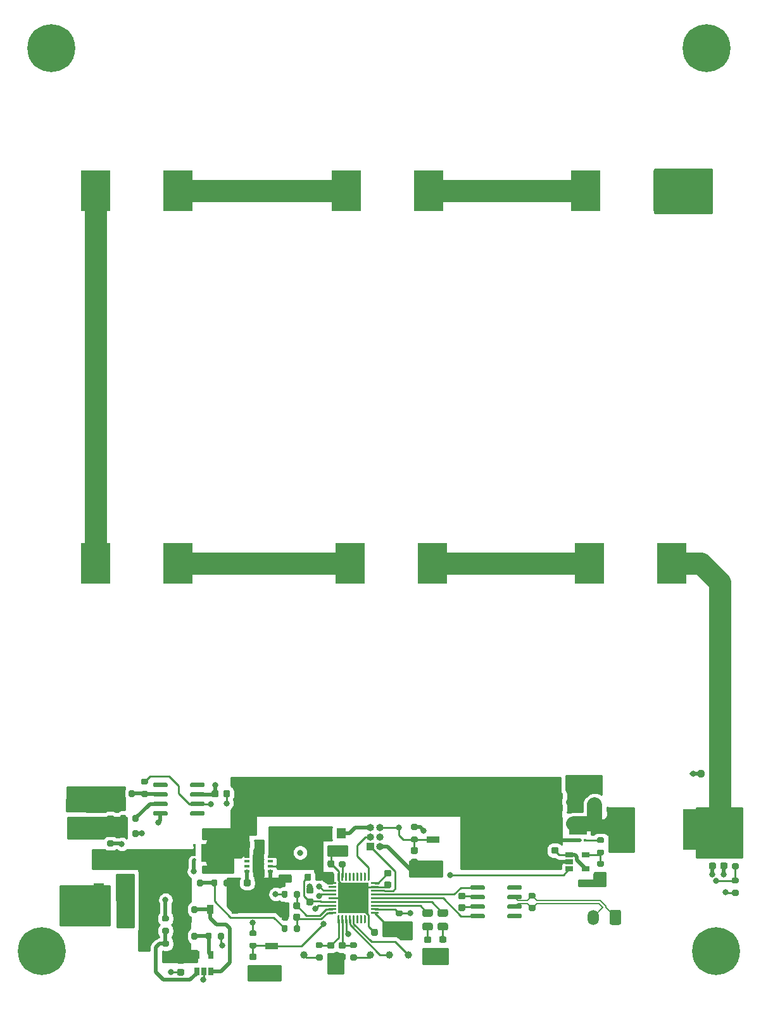
<source format=gbr>
%TF.GenerationSoftware,KiCad,Pcbnew,(5.1.8)-1*%
%TF.CreationDate,2022-01-18T09:11:41-03:30*%
%TF.ProjectId,beverageWarmer1,62657665-7261-4676-9557-61726d657231,rev?*%
%TF.SameCoordinates,Original*%
%TF.FileFunction,Copper,L1,Top*%
%TF.FilePolarity,Positive*%
%FSLAX46Y46*%
G04 Gerber Fmt 4.6, Leading zero omitted, Abs format (unit mm)*
G04 Created by KiCad (PCBNEW (5.1.8)-1) date 2022-01-18 09:11:41*
%MOMM*%
%LPD*%
G01*
G04 APERTURE LIST*
%TA.AperFunction,EtchedComponent*%
%ADD10C,0.100000*%
%TD*%
%TA.AperFunction,ComponentPad*%
%ADD11C,0.800000*%
%TD*%
%TA.AperFunction,ComponentPad*%
%ADD12C,6.400000*%
%TD*%
%TA.AperFunction,SMDPad,CuDef*%
%ADD13R,1.400000X1.300000*%
%TD*%
%TA.AperFunction,SMDPad,CuDef*%
%ADD14R,0.900000X1.200000*%
%TD*%
%TA.AperFunction,SMDPad,CuDef*%
%ADD15R,1.300000X1.400000*%
%TD*%
%TA.AperFunction,ComponentPad*%
%ADD16O,1.500000X2.020000*%
%TD*%
%TA.AperFunction,ComponentPad*%
%ADD17R,1.000000X1.000000*%
%TD*%
%TA.AperFunction,ComponentPad*%
%ADD18O,1.000000X1.000000*%
%TD*%
%TA.AperFunction,ComponentPad*%
%ADD19O,2.020000X1.500000*%
%TD*%
%TA.AperFunction,SMDPad,CuDef*%
%ADD20R,2.900000X5.400000*%
%TD*%
%TA.AperFunction,SMDPad,CuDef*%
%ADD21R,0.406400X0.304800*%
%TD*%
%TA.AperFunction,SMDPad,CuDef*%
%ADD22R,0.431800X0.304800*%
%TD*%
%TA.AperFunction,SMDPad,CuDef*%
%ADD23R,0.304800X0.406400*%
%TD*%
%TA.AperFunction,SMDPad,CuDef*%
%ADD24R,0.304800X0.431800*%
%TD*%
%TA.AperFunction,SMDPad,CuDef*%
%ADD25R,3.900000X5.500000*%
%TD*%
%TA.AperFunction,SMDPad,CuDef*%
%ADD26R,1.700000X0.900000*%
%TD*%
%TA.AperFunction,SMDPad,CuDef*%
%ADD27C,1.000000*%
%TD*%
%TA.AperFunction,SMDPad,CuDef*%
%ADD28R,4.100000X4.100000*%
%TD*%
%TA.AperFunction,SMDPad,CuDef*%
%ADD29R,0.650000X0.350000*%
%TD*%
%TA.AperFunction,SMDPad,CuDef*%
%ADD30R,1.550000X2.400000*%
%TD*%
%TA.AperFunction,SMDPad,CuDef*%
%ADD31R,0.650000X1.060000*%
%TD*%
%TA.AperFunction,SMDPad,CuDef*%
%ADD32R,1.060000X0.650000*%
%TD*%
%TA.AperFunction,ViaPad*%
%ADD33C,0.800000*%
%TD*%
%TA.AperFunction,Conductor*%
%ADD34C,0.250000*%
%TD*%
%TA.AperFunction,Conductor*%
%ADD35C,0.500000*%
%TD*%
%TA.AperFunction,Conductor*%
%ADD36C,1.000000*%
%TD*%
%TA.AperFunction,Conductor*%
%ADD37C,3.000000*%
%TD*%
%TA.AperFunction,Conductor*%
%ADD38C,2.000000*%
%TD*%
%TA.AperFunction,Conductor*%
%ADD39C,0.203200*%
%TD*%
%TA.AperFunction,Conductor*%
%ADD40C,1.250000*%
%TD*%
%TA.AperFunction,Conductor*%
%ADD41C,0.254000*%
%TD*%
%TA.AperFunction,Conductor*%
%ADD42C,0.100000*%
%TD*%
G04 APERTURE END LIST*
D10*
%TO.C,Q1*%
G36*
X115265098Y-138065510D02*
G01*
X117474901Y-138064621D01*
X117474901Y-138369421D01*
X117068501Y-138369421D01*
X117068501Y-138714607D01*
X117474901Y-138714607D01*
X117474901Y-139019407D01*
X117068501Y-139019407D01*
X117068501Y-139364593D01*
X117474901Y-139364593D01*
X117474901Y-139669393D01*
X117068501Y-139669393D01*
X117068501Y-140014579D01*
X117474901Y-140014579D01*
X117474901Y-140319379D01*
X115265098Y-140318490D01*
X115265098Y-138065510D01*
G37*
X115265098Y-138065510D02*
X117474901Y-138064621D01*
X117474901Y-138369421D01*
X117068501Y-138369421D01*
X117068501Y-138714607D01*
X117474901Y-138714607D01*
X117474901Y-139019407D01*
X117068501Y-139019407D01*
X117068501Y-139364593D01*
X117474901Y-139364593D01*
X117474901Y-139669393D01*
X117068501Y-139669393D01*
X117068501Y-140014579D01*
X117474901Y-140014579D01*
X117474901Y-140319379D01*
X115265098Y-140318490D01*
X115265098Y-138065510D01*
%TO.C,Q4*%
G36*
X164481510Y-136702902D02*
G01*
X164480621Y-134493099D01*
X164785421Y-134493099D01*
X164785421Y-134899499D01*
X165130607Y-134899499D01*
X165130607Y-134493099D01*
X165435407Y-134493099D01*
X165435407Y-134899499D01*
X165780593Y-134899499D01*
X165780593Y-134493099D01*
X166085393Y-134493099D01*
X166085393Y-134899499D01*
X166430579Y-134899499D01*
X166430579Y-134493099D01*
X166735379Y-134493099D01*
X166734490Y-136702902D01*
X164481510Y-136702902D01*
G37*
X164481510Y-136702902D02*
X164480621Y-134493099D01*
X164785421Y-134493099D01*
X164785421Y-134899499D01*
X165130607Y-134899499D01*
X165130607Y-134493099D01*
X165435407Y-134493099D01*
X165435407Y-134899499D01*
X165780593Y-134899499D01*
X165780593Y-134493099D01*
X166085393Y-134493099D01*
X166085393Y-134899499D01*
X166430579Y-134899499D01*
X166430579Y-134493099D01*
X166735379Y-134493099D01*
X166734490Y-136702902D01*
X164481510Y-136702902D01*
%TD*%
%TO.P,U3,1*%
%TO.N,N/C*%
%TA.AperFunction,SMDPad,CuDef*%
G36*
G01*
X108818000Y-130325000D02*
X108818000Y-130025000D01*
G75*
G02*
X108968000Y-129875000I150000J0D01*
G01*
X110618000Y-129875000D01*
G75*
G02*
X110768000Y-130025000I0J-150000D01*
G01*
X110768000Y-130325000D01*
G75*
G02*
X110618000Y-130475000I-150000J0D01*
G01*
X108968000Y-130475000D01*
G75*
G02*
X108818000Y-130325000I0J150000D01*
G01*
G37*
%TD.AperFunction*%
%TO.P,U3,2*%
%TO.N,Net-(R24-Pad2)*%
%TA.AperFunction,SMDPad,CuDef*%
G36*
G01*
X108818000Y-131595000D02*
X108818000Y-131295000D01*
G75*
G02*
X108968000Y-131145000I150000J0D01*
G01*
X110618000Y-131145000D01*
G75*
G02*
X110768000Y-131295000I0J-150000D01*
G01*
X110768000Y-131595000D01*
G75*
G02*
X110618000Y-131745000I-150000J0D01*
G01*
X108968000Y-131745000D01*
G75*
G02*
X108818000Y-131595000I0J150000D01*
G01*
G37*
%TD.AperFunction*%
%TO.P,U3,3*%
%TO.N,Net-(R23-Pad1)*%
%TA.AperFunction,SMDPad,CuDef*%
G36*
G01*
X108818000Y-132865000D02*
X108818000Y-132565000D01*
G75*
G02*
X108968000Y-132415000I150000J0D01*
G01*
X110618000Y-132415000D01*
G75*
G02*
X110768000Y-132565000I0J-150000D01*
G01*
X110768000Y-132865000D01*
G75*
G02*
X110618000Y-133015000I-150000J0D01*
G01*
X108968000Y-133015000D01*
G75*
G02*
X108818000Y-132865000I0J150000D01*
G01*
G37*
%TD.AperFunction*%
%TO.P,U3,4*%
%TO.N,GND*%
%TA.AperFunction,SMDPad,CuDef*%
G36*
G01*
X108818000Y-134135000D02*
X108818000Y-133835000D01*
G75*
G02*
X108968000Y-133685000I150000J0D01*
G01*
X110618000Y-133685000D01*
G75*
G02*
X110768000Y-133835000I0J-150000D01*
G01*
X110768000Y-134135000D01*
G75*
G02*
X110618000Y-134285000I-150000J0D01*
G01*
X108968000Y-134285000D01*
G75*
G02*
X108818000Y-134135000I0J150000D01*
G01*
G37*
%TD.AperFunction*%
%TO.P,U3,5*%
%TO.N,N/C*%
%TA.AperFunction,SMDPad,CuDef*%
G36*
G01*
X113768000Y-134135000D02*
X113768000Y-133835000D01*
G75*
G02*
X113918000Y-133685000I150000J0D01*
G01*
X115568000Y-133685000D01*
G75*
G02*
X115718000Y-133835000I0J-150000D01*
G01*
X115718000Y-134135000D01*
G75*
G02*
X115568000Y-134285000I-150000J0D01*
G01*
X113918000Y-134285000D01*
G75*
G02*
X113768000Y-134135000I0J150000D01*
G01*
G37*
%TD.AperFunction*%
%TO.P,U3,6*%
%TO.N,Net-(R26-Pad1)*%
%TA.AperFunction,SMDPad,CuDef*%
G36*
G01*
X113768000Y-132865000D02*
X113768000Y-132565000D01*
G75*
G02*
X113918000Y-132415000I150000J0D01*
G01*
X115568000Y-132415000D01*
G75*
G02*
X115718000Y-132565000I0J-150000D01*
G01*
X115718000Y-132865000D01*
G75*
G02*
X115568000Y-133015000I-150000J0D01*
G01*
X113918000Y-133015000D01*
G75*
G02*
X113768000Y-132865000I0J150000D01*
G01*
G37*
%TD.AperFunction*%
%TO.P,U3,7*%
%TO.N,+3V3*%
%TA.AperFunction,SMDPad,CuDef*%
G36*
G01*
X113768000Y-131595000D02*
X113768000Y-131295000D01*
G75*
G02*
X113918000Y-131145000I150000J0D01*
G01*
X115568000Y-131145000D01*
G75*
G02*
X115718000Y-131295000I0J-150000D01*
G01*
X115718000Y-131595000D01*
G75*
G02*
X115568000Y-131745000I-150000J0D01*
G01*
X113918000Y-131745000D01*
G75*
G02*
X113768000Y-131595000I0J150000D01*
G01*
G37*
%TD.AperFunction*%
%TO.P,U3,8*%
%TO.N,N/C*%
%TA.AperFunction,SMDPad,CuDef*%
G36*
G01*
X113768000Y-130325000D02*
X113768000Y-130025000D01*
G75*
G02*
X113918000Y-129875000I150000J0D01*
G01*
X115568000Y-129875000D01*
G75*
G02*
X115718000Y-130025000I0J-150000D01*
G01*
X115718000Y-130325000D01*
G75*
G02*
X115568000Y-130475000I-150000J0D01*
G01*
X113918000Y-130475000D01*
G75*
G02*
X113768000Y-130325000I0J150000D01*
G01*
G37*
%TD.AperFunction*%
%TD*%
%TO.P,R9,2*%
%TO.N,Net-(D4-Pad2)*%
%TA.AperFunction,SMDPad,CuDef*%
G36*
G01*
X145091999Y-148585500D02*
X145992001Y-148585500D01*
G75*
G02*
X146242000Y-148835499I0J-249999D01*
G01*
X146242000Y-149360501D01*
G75*
G02*
X145992001Y-149610500I-249999J0D01*
G01*
X145091999Y-149610500D01*
G75*
G02*
X144842000Y-149360501I0J249999D01*
G01*
X144842000Y-148835499D01*
G75*
G02*
X145091999Y-148585500I249999J0D01*
G01*
G37*
%TD.AperFunction*%
%TO.P,R9,1*%
%TO.N,/LED_1*%
%TA.AperFunction,SMDPad,CuDef*%
G36*
G01*
X145091999Y-146760500D02*
X145992001Y-146760500D01*
G75*
G02*
X146242000Y-147010499I0J-249999D01*
G01*
X146242000Y-147535501D01*
G75*
G02*
X145992001Y-147785500I-249999J0D01*
G01*
X145091999Y-147785500D01*
G75*
G02*
X144842000Y-147535501I0J249999D01*
G01*
X144842000Y-147010499D01*
G75*
G02*
X145091999Y-146760500I249999J0D01*
G01*
G37*
%TD.AperFunction*%
%TD*%
%TO.P,R8,2*%
%TO.N,Net-(D3-Pad2)*%
%TA.AperFunction,SMDPad,CuDef*%
G36*
G01*
X147123999Y-148585500D02*
X148024001Y-148585500D01*
G75*
G02*
X148274000Y-148835499I0J-249999D01*
G01*
X148274000Y-149360501D01*
G75*
G02*
X148024001Y-149610500I-249999J0D01*
G01*
X147123999Y-149610500D01*
G75*
G02*
X146874000Y-149360501I0J249999D01*
G01*
X146874000Y-148835499D01*
G75*
G02*
X147123999Y-148585500I249999J0D01*
G01*
G37*
%TD.AperFunction*%
%TO.P,R8,1*%
%TO.N,/LED_2*%
%TA.AperFunction,SMDPad,CuDef*%
G36*
G01*
X147123999Y-146760500D02*
X148024001Y-146760500D01*
G75*
G02*
X148274000Y-147010499I0J-249999D01*
G01*
X148274000Y-147535501D01*
G75*
G02*
X148024001Y-147785500I-249999J0D01*
G01*
X147123999Y-147785500D01*
G75*
G02*
X146874000Y-147535501I0J249999D01*
G01*
X146874000Y-147010499D01*
G75*
G02*
X147123999Y-146760500I249999J0D01*
G01*
G37*
%TD.AperFunction*%
%TD*%
D11*
%TO.P,REF\u002A\u002A,1*%
%TO.N,N/C*%
X185847056Y-150702944D03*
X184150000Y-150000000D03*
X182452944Y-150702944D03*
X181750000Y-152400000D03*
X182452944Y-154097056D03*
X184150000Y-154800000D03*
X185847056Y-154097056D03*
X186550000Y-152400000D03*
D12*
X184150000Y-152400000D03*
%TD*%
D11*
%TO.P,REF\u002A\u002A,1*%
%TO.N,N/C*%
X95677056Y-150702944D03*
X93980000Y-150000000D03*
X92282944Y-150702944D03*
X91580000Y-152400000D03*
X92282944Y-154097056D03*
X93980000Y-154800000D03*
X95677056Y-154097056D03*
X96380000Y-152400000D03*
D12*
X93980000Y-152400000D03*
%TD*%
%TO.P,REF\u002A\u002A,1*%
%TO.N,N/C*%
X95250000Y-31750000D03*
D11*
X97650000Y-31750000D03*
X96947056Y-33447056D03*
X95250000Y-34150000D03*
X93552944Y-33447056D03*
X92850000Y-31750000D03*
X93552944Y-30052944D03*
X95250000Y-29350000D03*
X96947056Y-30052944D03*
%TD*%
%TO.P,REF\u002A\u002A,1*%
%TO.N,N/C*%
X184577056Y-30052944D03*
X182880000Y-29350000D03*
X181182944Y-30052944D03*
X180480000Y-31750000D03*
X181182944Y-33447056D03*
X182880000Y-34150000D03*
X184577056Y-33447056D03*
X185280000Y-31750000D03*
D12*
X182880000Y-31750000D03*
%TD*%
%TO.P,C1,2*%
%TO.N,GND*%
%TA.AperFunction,SMDPad,CuDef*%
G36*
G01*
X122486000Y-138426000D02*
X122486000Y-137926000D01*
G75*
G02*
X122711000Y-137701000I225000J0D01*
G01*
X123161000Y-137701000D01*
G75*
G02*
X123386000Y-137926000I0J-225000D01*
G01*
X123386000Y-138426000D01*
G75*
G02*
X123161000Y-138651000I-225000J0D01*
G01*
X122711000Y-138651000D01*
G75*
G02*
X122486000Y-138426000I0J225000D01*
G01*
G37*
%TD.AperFunction*%
%TO.P,C1,1*%
%TO.N,+12V*%
%TA.AperFunction,SMDPad,CuDef*%
G36*
G01*
X120936000Y-138426000D02*
X120936000Y-137926000D01*
G75*
G02*
X121161000Y-137701000I225000J0D01*
G01*
X121611000Y-137701000D01*
G75*
G02*
X121836000Y-137926000I0J-225000D01*
G01*
X121836000Y-138426000D01*
G75*
G02*
X121611000Y-138651000I-225000J0D01*
G01*
X121161000Y-138651000D01*
G75*
G02*
X120936000Y-138426000I0J225000D01*
G01*
G37*
%TD.AperFunction*%
%TD*%
%TO.P,C2,2*%
%TO.N,Net-(C2-Pad2)*%
%TA.AperFunction,SMDPad,CuDef*%
G36*
G01*
X121662000Y-143706000D02*
X121162000Y-143706000D01*
G75*
G02*
X120937000Y-143481000I0J225000D01*
G01*
X120937000Y-143031000D01*
G75*
G02*
X121162000Y-142806000I225000J0D01*
G01*
X121662000Y-142806000D01*
G75*
G02*
X121887000Y-143031000I0J-225000D01*
G01*
X121887000Y-143481000D01*
G75*
G02*
X121662000Y-143706000I-225000J0D01*
G01*
G37*
%TD.AperFunction*%
%TO.P,C2,1*%
%TO.N,GND*%
%TA.AperFunction,SMDPad,CuDef*%
G36*
G01*
X121662000Y-145256000D02*
X121162000Y-145256000D01*
G75*
G02*
X120937000Y-145031000I0J225000D01*
G01*
X120937000Y-144581000D01*
G75*
G02*
X121162000Y-144356000I225000J0D01*
G01*
X121662000Y-144356000D01*
G75*
G02*
X121887000Y-144581000I0J-225000D01*
G01*
X121887000Y-145031000D01*
G75*
G02*
X121662000Y-145256000I-225000J0D01*
G01*
G37*
%TD.AperFunction*%
%TD*%
%TO.P,C3,2*%
%TO.N,Net-(C3-Pad2)*%
%TA.AperFunction,SMDPad,CuDef*%
G36*
G01*
X112772000Y-154107000D02*
X112272000Y-154107000D01*
G75*
G02*
X112047000Y-153882000I0J225000D01*
G01*
X112047000Y-153432000D01*
G75*
G02*
X112272000Y-153207000I225000J0D01*
G01*
X112772000Y-153207000D01*
G75*
G02*
X112997000Y-153432000I0J-225000D01*
G01*
X112997000Y-153882000D01*
G75*
G02*
X112772000Y-154107000I-225000J0D01*
G01*
G37*
%TD.AperFunction*%
%TO.P,C3,1*%
%TO.N,GND*%
%TA.AperFunction,SMDPad,CuDef*%
G36*
G01*
X112772000Y-155657000D02*
X112272000Y-155657000D01*
G75*
G02*
X112047000Y-155432000I0J225000D01*
G01*
X112047000Y-154982000D01*
G75*
G02*
X112272000Y-154757000I225000J0D01*
G01*
X112772000Y-154757000D01*
G75*
G02*
X112997000Y-154982000I0J-225000D01*
G01*
X112997000Y-155432000D01*
G75*
G02*
X112772000Y-155657000I-225000J0D01*
G01*
G37*
%TD.AperFunction*%
%TD*%
%TO.P,C4,1*%
%TO.N,GND*%
%TA.AperFunction,SMDPad,CuDef*%
G36*
G01*
X127142001Y-143274000D02*
X125841999Y-143274000D01*
G75*
G02*
X125592000Y-143024001I0J249999D01*
G01*
X125592000Y-142373999D01*
G75*
G02*
X125841999Y-142124000I249999J0D01*
G01*
X127142001Y-142124000D01*
G75*
G02*
X127392000Y-142373999I0J-249999D01*
G01*
X127392000Y-143024001D01*
G75*
G02*
X127142001Y-143274000I-249999J0D01*
G01*
G37*
%TD.AperFunction*%
%TO.P,C4,2*%
%TO.N,+3V3*%
%TA.AperFunction,SMDPad,CuDef*%
G36*
G01*
X127142001Y-140324000D02*
X125841999Y-140324000D01*
G75*
G02*
X125592000Y-140074001I0J249999D01*
G01*
X125592000Y-139423999D01*
G75*
G02*
X125841999Y-139174000I249999J0D01*
G01*
X127142001Y-139174000D01*
G75*
G02*
X127392000Y-139423999I0J-249999D01*
G01*
X127392000Y-140074001D01*
G75*
G02*
X127142001Y-140324000I-249999J0D01*
G01*
G37*
%TD.AperFunction*%
%TD*%
%TO.P,C5,1*%
%TO.N,+3V3*%
%TA.AperFunction,SMDPad,CuDef*%
G36*
G01*
X130614000Y-140966000D02*
X130614000Y-140466000D01*
G75*
G02*
X130839000Y-140241000I225000J0D01*
G01*
X131289000Y-140241000D01*
G75*
G02*
X131514000Y-140466000I0J-225000D01*
G01*
X131514000Y-140966000D01*
G75*
G02*
X131289000Y-141191000I-225000J0D01*
G01*
X130839000Y-141191000D01*
G75*
G02*
X130614000Y-140966000I0J225000D01*
G01*
G37*
%TD.AperFunction*%
%TO.P,C5,2*%
%TO.N,GND*%
%TA.AperFunction,SMDPad,CuDef*%
G36*
G01*
X132164000Y-140966000D02*
X132164000Y-140466000D01*
G75*
G02*
X132389000Y-140241000I225000J0D01*
G01*
X132839000Y-140241000D01*
G75*
G02*
X133064000Y-140466000I0J-225000D01*
G01*
X133064000Y-140966000D01*
G75*
G02*
X132839000Y-141191000I-225000J0D01*
G01*
X132389000Y-141191000D01*
G75*
G02*
X132164000Y-140966000I0J225000D01*
G01*
G37*
%TD.AperFunction*%
%TD*%
%TO.P,C6,1*%
%TO.N,+3V3*%
%TA.AperFunction,SMDPad,CuDef*%
G36*
G01*
X139958000Y-141523000D02*
X140458000Y-141523000D01*
G75*
G02*
X140683000Y-141748000I0J-225000D01*
G01*
X140683000Y-142198000D01*
G75*
G02*
X140458000Y-142423000I-225000J0D01*
G01*
X139958000Y-142423000D01*
G75*
G02*
X139733000Y-142198000I0J225000D01*
G01*
X139733000Y-141748000D01*
G75*
G02*
X139958000Y-141523000I225000J0D01*
G01*
G37*
%TD.AperFunction*%
%TO.P,C6,2*%
%TO.N,GND*%
%TA.AperFunction,SMDPad,CuDef*%
G36*
G01*
X139958000Y-143073000D02*
X140458000Y-143073000D01*
G75*
G02*
X140683000Y-143298000I0J-225000D01*
G01*
X140683000Y-143748000D01*
G75*
G02*
X140458000Y-143973000I-225000J0D01*
G01*
X139958000Y-143973000D01*
G75*
G02*
X139733000Y-143748000I0J225000D01*
G01*
X139733000Y-143298000D01*
G75*
G02*
X139958000Y-143073000I225000J0D01*
G01*
G37*
%TD.AperFunction*%
%TD*%
%TO.P,C7,2*%
%TO.N,GND*%
%TA.AperFunction,SMDPad,CuDef*%
G36*
G01*
X138880000Y-149610000D02*
X138880000Y-150110000D01*
G75*
G02*
X138655000Y-150335000I-225000J0D01*
G01*
X138205000Y-150335000D01*
G75*
G02*
X137980000Y-150110000I0J225000D01*
G01*
X137980000Y-149610000D01*
G75*
G02*
X138205000Y-149385000I225000J0D01*
G01*
X138655000Y-149385000D01*
G75*
G02*
X138880000Y-149610000I0J-225000D01*
G01*
G37*
%TD.AperFunction*%
%TO.P,C7,1*%
%TO.N,+3V3*%
%TA.AperFunction,SMDPad,CuDef*%
G36*
G01*
X140430000Y-149610000D02*
X140430000Y-150110000D01*
G75*
G02*
X140205000Y-150335000I-225000J0D01*
G01*
X139755000Y-150335000D01*
G75*
G02*
X139530000Y-150110000I0J225000D01*
G01*
X139530000Y-149610000D01*
G75*
G02*
X139755000Y-149385000I225000J0D01*
G01*
X140205000Y-149385000D01*
G75*
G02*
X140430000Y-149610000I0J-225000D01*
G01*
G37*
%TD.AperFunction*%
%TD*%
%TO.P,C8,1*%
%TO.N,GND*%
%TA.AperFunction,SMDPad,CuDef*%
G36*
G01*
X149864000Y-144558000D02*
X150364000Y-144558000D01*
G75*
G02*
X150589000Y-144783000I0J-225000D01*
G01*
X150589000Y-145233000D01*
G75*
G02*
X150364000Y-145458000I-225000J0D01*
G01*
X149864000Y-145458000D01*
G75*
G02*
X149639000Y-145233000I0J225000D01*
G01*
X149639000Y-144783000D01*
G75*
G02*
X149864000Y-144558000I225000J0D01*
G01*
G37*
%TD.AperFunction*%
%TO.P,C8,2*%
%TO.N,+3V3*%
%TA.AperFunction,SMDPad,CuDef*%
G36*
G01*
X149864000Y-146108000D02*
X150364000Y-146108000D01*
G75*
G02*
X150589000Y-146333000I0J-225000D01*
G01*
X150589000Y-146783000D01*
G75*
G02*
X150364000Y-147008000I-225000J0D01*
G01*
X149864000Y-147008000D01*
G75*
G02*
X149639000Y-146783000I0J225000D01*
G01*
X149639000Y-146333000D01*
G75*
G02*
X149864000Y-146108000I225000J0D01*
G01*
G37*
%TD.AperFunction*%
%TD*%
%TO.P,C9,1*%
%TO.N,+3.3VA*%
%TA.AperFunction,SMDPad,CuDef*%
G36*
G01*
X130044000Y-146246000D02*
X129544000Y-146246000D01*
G75*
G02*
X129319000Y-146021000I0J225000D01*
G01*
X129319000Y-145571000D01*
G75*
G02*
X129544000Y-145346000I225000J0D01*
G01*
X130044000Y-145346000D01*
G75*
G02*
X130269000Y-145571000I0J-225000D01*
G01*
X130269000Y-146021000D01*
G75*
G02*
X130044000Y-146246000I-225000J0D01*
G01*
G37*
%TD.AperFunction*%
%TO.P,C9,2*%
%TO.N,GND*%
%TA.AperFunction,SMDPad,CuDef*%
G36*
G01*
X130044000Y-144696000D02*
X129544000Y-144696000D01*
G75*
G02*
X129319000Y-144471000I0J225000D01*
G01*
X129319000Y-144021000D01*
G75*
G02*
X129544000Y-143796000I225000J0D01*
G01*
X130044000Y-143796000D01*
G75*
G02*
X130269000Y-144021000I0J-225000D01*
G01*
X130269000Y-144471000D01*
G75*
G02*
X130044000Y-144696000I-225000J0D01*
G01*
G37*
%TD.AperFunction*%
%TD*%
%TO.P,C10,2*%
%TO.N,/BATT_VOLTAGE_FILT*%
%TA.AperFunction,SMDPad,CuDef*%
G36*
G01*
X127579000Y-148078000D02*
X127579000Y-147578000D01*
G75*
G02*
X127804000Y-147353000I225000J0D01*
G01*
X128254000Y-147353000D01*
G75*
G02*
X128479000Y-147578000I0J-225000D01*
G01*
X128479000Y-148078000D01*
G75*
G02*
X128254000Y-148303000I-225000J0D01*
G01*
X127804000Y-148303000D01*
G75*
G02*
X127579000Y-148078000I0J225000D01*
G01*
G37*
%TD.AperFunction*%
%TO.P,C10,1*%
%TO.N,GND*%
%TA.AperFunction,SMDPad,CuDef*%
G36*
G01*
X126029000Y-148078000D02*
X126029000Y-147578000D01*
G75*
G02*
X126254000Y-147353000I225000J0D01*
G01*
X126704000Y-147353000D01*
G75*
G02*
X126929000Y-147578000I0J-225000D01*
G01*
X126929000Y-148078000D01*
G75*
G02*
X126704000Y-148303000I-225000J0D01*
G01*
X126254000Y-148303000D01*
G75*
G02*
X126029000Y-148078000I0J225000D01*
G01*
G37*
%TD.AperFunction*%
%TD*%
%TO.P,C11,1*%
%TO.N,GND*%
%TA.AperFunction,SMDPad,CuDef*%
G36*
G01*
X126029000Y-146554000D02*
X126029000Y-146054000D01*
G75*
G02*
X126254000Y-145829000I225000J0D01*
G01*
X126704000Y-145829000D01*
G75*
G02*
X126929000Y-146054000I0J-225000D01*
G01*
X126929000Y-146554000D01*
G75*
G02*
X126704000Y-146779000I-225000J0D01*
G01*
X126254000Y-146779000D01*
G75*
G02*
X126029000Y-146554000I0J225000D01*
G01*
G37*
%TD.AperFunction*%
%TO.P,C11,2*%
%TO.N,/BUCK_OUTPUT_FILT*%
%TA.AperFunction,SMDPad,CuDef*%
G36*
G01*
X127579000Y-146554000D02*
X127579000Y-146054000D01*
G75*
G02*
X127804000Y-145829000I225000J0D01*
G01*
X128254000Y-145829000D01*
G75*
G02*
X128479000Y-146054000I0J-225000D01*
G01*
X128479000Y-146554000D01*
G75*
G02*
X128254000Y-146779000I-225000J0D01*
G01*
X127804000Y-146779000D01*
G75*
G02*
X127579000Y-146554000I0J225000D01*
G01*
G37*
%TD.AperFunction*%
%TD*%
%TO.P,C12,2*%
%TO.N,/ANALOG_SPARE_2_FILT*%
%TA.AperFunction,SMDPad,CuDef*%
G36*
G01*
X134362000Y-152075000D02*
X133862000Y-152075000D01*
G75*
G02*
X133637000Y-151850000I0J225000D01*
G01*
X133637000Y-151400000D01*
G75*
G02*
X133862000Y-151175000I225000J0D01*
G01*
X134362000Y-151175000D01*
G75*
G02*
X134587000Y-151400000I0J-225000D01*
G01*
X134587000Y-151850000D01*
G75*
G02*
X134362000Y-152075000I-225000J0D01*
G01*
G37*
%TD.AperFunction*%
%TO.P,C12,1*%
%TO.N,GND*%
%TA.AperFunction,SMDPad,CuDef*%
G36*
G01*
X134362000Y-153625000D02*
X133862000Y-153625000D01*
G75*
G02*
X133637000Y-153400000I0J225000D01*
G01*
X133637000Y-152950000D01*
G75*
G02*
X133862000Y-152725000I225000J0D01*
G01*
X134362000Y-152725000D01*
G75*
G02*
X134587000Y-152950000I0J-225000D01*
G01*
X134587000Y-153400000D01*
G75*
G02*
X134362000Y-153625000I-225000J0D01*
G01*
G37*
%TD.AperFunction*%
%TD*%
%TO.P,C13,1*%
%TO.N,GND*%
%TA.AperFunction,SMDPad,CuDef*%
G36*
G01*
X132838000Y-153625000D02*
X132338000Y-153625000D01*
G75*
G02*
X132113000Y-153400000I0J225000D01*
G01*
X132113000Y-152950000D01*
G75*
G02*
X132338000Y-152725000I225000J0D01*
G01*
X132838000Y-152725000D01*
G75*
G02*
X133063000Y-152950000I0J-225000D01*
G01*
X133063000Y-153400000D01*
G75*
G02*
X132838000Y-153625000I-225000J0D01*
G01*
G37*
%TD.AperFunction*%
%TO.P,C13,2*%
%TO.N,/ANALOG_SPARE_1_FILT*%
%TA.AperFunction,SMDPad,CuDef*%
G36*
G01*
X132838000Y-152075000D02*
X132338000Y-152075000D01*
G75*
G02*
X132113000Y-151850000I0J225000D01*
G01*
X132113000Y-151400000D01*
G75*
G02*
X132338000Y-151175000I225000J0D01*
G01*
X132838000Y-151175000D01*
G75*
G02*
X133063000Y-151400000I0J-225000D01*
G01*
X133063000Y-151850000D01*
G75*
G02*
X132838000Y-152075000I-225000J0D01*
G01*
G37*
%TD.AperFunction*%
%TD*%
%TO.P,C14,1*%
%TO.N,GND*%
%TA.AperFunction,SMDPad,CuDef*%
G36*
G01*
X144014000Y-140938000D02*
X143514000Y-140938000D01*
G75*
G02*
X143289000Y-140713000I0J225000D01*
G01*
X143289000Y-140263000D01*
G75*
G02*
X143514000Y-140038000I225000J0D01*
G01*
X144014000Y-140038000D01*
G75*
G02*
X144239000Y-140263000I0J-225000D01*
G01*
X144239000Y-140713000D01*
G75*
G02*
X144014000Y-140938000I-225000J0D01*
G01*
G37*
%TD.AperFunction*%
%TO.P,C14,2*%
%TO.N,/~SW_RESET*%
%TA.AperFunction,SMDPad,CuDef*%
G36*
G01*
X144014000Y-139388000D02*
X143514000Y-139388000D01*
G75*
G02*
X143289000Y-139163000I0J225000D01*
G01*
X143289000Y-138713000D01*
G75*
G02*
X143514000Y-138488000I225000J0D01*
G01*
X144014000Y-138488000D01*
G75*
G02*
X144239000Y-138713000I0J-225000D01*
G01*
X144239000Y-139163000D01*
G75*
G02*
X144014000Y-139388000I-225000J0D01*
G01*
G37*
%TD.AperFunction*%
%TD*%
%TO.P,C15,2*%
%TO.N,GND*%
%TA.AperFunction,SMDPad,CuDef*%
G36*
G01*
X164307400Y-133498400D02*
X164307400Y-132998400D01*
G75*
G02*
X164532400Y-132773400I225000J0D01*
G01*
X164982400Y-132773400D01*
G75*
G02*
X165207400Y-132998400I0J-225000D01*
G01*
X165207400Y-133498400D01*
G75*
G02*
X164982400Y-133723400I-225000J0D01*
G01*
X164532400Y-133723400D01*
G75*
G02*
X164307400Y-133498400I0J225000D01*
G01*
G37*
%TD.AperFunction*%
%TO.P,C15,1*%
%TO.N,+12V*%
%TA.AperFunction,SMDPad,CuDef*%
G36*
G01*
X162757400Y-133498400D02*
X162757400Y-132998400D01*
G75*
G02*
X162982400Y-132773400I225000J0D01*
G01*
X163432400Y-132773400D01*
G75*
G02*
X163657400Y-132998400I0J-225000D01*
G01*
X163657400Y-133498400D01*
G75*
G02*
X163432400Y-133723400I-225000J0D01*
G01*
X162982400Y-133723400D01*
G75*
G02*
X162757400Y-133498400I0J225000D01*
G01*
G37*
%TD.AperFunction*%
%TD*%
%TO.P,C16,2*%
%TO.N,Net-(C16-Pad2)*%
%TA.AperFunction,SMDPad,CuDef*%
G36*
G01*
X183892000Y-139896000D02*
X183392000Y-139896000D01*
G75*
G02*
X183167000Y-139671000I0J225000D01*
G01*
X183167000Y-139221000D01*
G75*
G02*
X183392000Y-138996000I225000J0D01*
G01*
X183892000Y-138996000D01*
G75*
G02*
X184117000Y-139221000I0J-225000D01*
G01*
X184117000Y-139671000D01*
G75*
G02*
X183892000Y-139896000I-225000J0D01*
G01*
G37*
%TD.AperFunction*%
%TO.P,C16,1*%
%TO.N,GND*%
%TA.AperFunction,SMDPad,CuDef*%
G36*
G01*
X183892000Y-141446000D02*
X183392000Y-141446000D01*
G75*
G02*
X183167000Y-141221000I0J225000D01*
G01*
X183167000Y-140771000D01*
G75*
G02*
X183392000Y-140546000I225000J0D01*
G01*
X183892000Y-140546000D01*
G75*
G02*
X184117000Y-140771000I0J-225000D01*
G01*
X184117000Y-141221000D01*
G75*
G02*
X183892000Y-141446000I-225000J0D01*
G01*
G37*
%TD.AperFunction*%
%TD*%
%TO.P,C17,2*%
%TO.N,/USER_SW*%
%TA.AperFunction,SMDPad,CuDef*%
G36*
G01*
X122424000Y-153599000D02*
X121924000Y-153599000D01*
G75*
G02*
X121699000Y-153374000I0J225000D01*
G01*
X121699000Y-152924000D01*
G75*
G02*
X121924000Y-152699000I225000J0D01*
G01*
X122424000Y-152699000D01*
G75*
G02*
X122649000Y-152924000I0J-225000D01*
G01*
X122649000Y-153374000D01*
G75*
G02*
X122424000Y-153599000I-225000J0D01*
G01*
G37*
%TD.AperFunction*%
%TO.P,C17,1*%
%TO.N,GND*%
%TA.AperFunction,SMDPad,CuDef*%
G36*
G01*
X122424000Y-155149000D02*
X121924000Y-155149000D01*
G75*
G02*
X121699000Y-154924000I0J225000D01*
G01*
X121699000Y-154474000D01*
G75*
G02*
X121924000Y-154249000I225000J0D01*
G01*
X122424000Y-154249000D01*
G75*
G02*
X122649000Y-154474000I0J-225000D01*
G01*
X122649000Y-154924000D01*
G75*
G02*
X122424000Y-155149000I-225000J0D01*
G01*
G37*
%TD.AperFunction*%
%TD*%
%TO.P,C18,1*%
%TO.N,GND*%
%TA.AperFunction,SMDPad,CuDef*%
G36*
G01*
X162310000Y-138475000D02*
X162810000Y-138475000D01*
G75*
G02*
X163035000Y-138700000I0J-225000D01*
G01*
X163035000Y-139150000D01*
G75*
G02*
X162810000Y-139375000I-225000J0D01*
G01*
X162310000Y-139375000D01*
G75*
G02*
X162085000Y-139150000I0J225000D01*
G01*
X162085000Y-138700000D01*
G75*
G02*
X162310000Y-138475000I225000J0D01*
G01*
G37*
%TD.AperFunction*%
%TO.P,C18,2*%
%TO.N,+12V*%
%TA.AperFunction,SMDPad,CuDef*%
G36*
G01*
X162310000Y-140025000D02*
X162810000Y-140025000D01*
G75*
G02*
X163035000Y-140250000I0J-225000D01*
G01*
X163035000Y-140700000D01*
G75*
G02*
X162810000Y-140925000I-225000J0D01*
G01*
X162310000Y-140925000D01*
G75*
G02*
X162085000Y-140700000I0J225000D01*
G01*
X162085000Y-140250000D01*
G75*
G02*
X162310000Y-140025000I225000J0D01*
G01*
G37*
%TD.AperFunction*%
%TD*%
%TO.P,C19,1*%
%TO.N,+3V3*%
%TA.AperFunction,SMDPad,CuDef*%
G36*
G01*
X116664020Y-131595940D02*
X116664020Y-131095940D01*
G75*
G02*
X116889020Y-130870940I225000J0D01*
G01*
X117339020Y-130870940D01*
G75*
G02*
X117564020Y-131095940I0J-225000D01*
G01*
X117564020Y-131595940D01*
G75*
G02*
X117339020Y-131820940I-225000J0D01*
G01*
X116889020Y-131820940D01*
G75*
G02*
X116664020Y-131595940I0J225000D01*
G01*
G37*
%TD.AperFunction*%
%TO.P,C19,2*%
%TO.N,GND*%
%TA.AperFunction,SMDPad,CuDef*%
G36*
G01*
X118214020Y-131595940D02*
X118214020Y-131095940D01*
G75*
G02*
X118439020Y-130870940I225000J0D01*
G01*
X118889020Y-130870940D01*
G75*
G02*
X119114020Y-131095940I0J-225000D01*
G01*
X119114020Y-131595940D01*
G75*
G02*
X118889020Y-131820940I-225000J0D01*
G01*
X118439020Y-131820940D01*
G75*
G02*
X118214020Y-131595940I0J225000D01*
G01*
G37*
%TD.AperFunction*%
%TD*%
D13*
%TO.P,D1,1*%
%TO.N,Net-(C3-Pad2)*%
X101600000Y-140970000D03*
%TO.P,D1,2*%
%TO.N,GND*%
X101600000Y-143870000D03*
%TD*%
D14*
%TO.P,D2,1*%
%TO.N,Net-(D2-Pad1)*%
X116460000Y-146812000D03*
%TO.P,D2,2*%
%TO.N,GND*%
X119760000Y-146812000D03*
%TD*%
%TO.P,D3,1*%
%TO.N,GND*%
%TA.AperFunction,SMDPad,CuDef*%
G36*
G01*
X147830250Y-152837500D02*
X147317750Y-152837500D01*
G75*
G02*
X147099000Y-152618750I0J218750D01*
G01*
X147099000Y-152181250D01*
G75*
G02*
X147317750Y-151962500I218750J0D01*
G01*
X147830250Y-151962500D01*
G75*
G02*
X148049000Y-152181250I0J-218750D01*
G01*
X148049000Y-152618750D01*
G75*
G02*
X147830250Y-152837500I-218750J0D01*
G01*
G37*
%TD.AperFunction*%
%TO.P,D3,2*%
%TO.N,Net-(D3-Pad2)*%
%TA.AperFunction,SMDPad,CuDef*%
G36*
G01*
X147830250Y-151262500D02*
X147317750Y-151262500D01*
G75*
G02*
X147099000Y-151043750I0J218750D01*
G01*
X147099000Y-150606250D01*
G75*
G02*
X147317750Y-150387500I218750J0D01*
G01*
X147830250Y-150387500D01*
G75*
G02*
X148049000Y-150606250I0J-218750D01*
G01*
X148049000Y-151043750D01*
G75*
G02*
X147830250Y-151262500I-218750J0D01*
G01*
G37*
%TD.AperFunction*%
%TD*%
%TO.P,D4,2*%
%TO.N,Net-(D4-Pad2)*%
%TA.AperFunction,SMDPad,CuDef*%
G36*
G01*
X145798250Y-151288000D02*
X145285750Y-151288000D01*
G75*
G02*
X145067000Y-151069250I0J218750D01*
G01*
X145067000Y-150631750D01*
G75*
G02*
X145285750Y-150413000I218750J0D01*
G01*
X145798250Y-150413000D01*
G75*
G02*
X146017000Y-150631750I0J-218750D01*
G01*
X146017000Y-151069250D01*
G75*
G02*
X145798250Y-151288000I-218750J0D01*
G01*
G37*
%TD.AperFunction*%
%TO.P,D4,1*%
%TO.N,GND*%
%TA.AperFunction,SMDPad,CuDef*%
G36*
G01*
X145798250Y-152863000D02*
X145285750Y-152863000D01*
G75*
G02*
X145067000Y-152644250I0J218750D01*
G01*
X145067000Y-152206750D01*
G75*
G02*
X145285750Y-151988000I218750J0D01*
G01*
X145798250Y-151988000D01*
G75*
G02*
X146017000Y-152206750I0J-218750D01*
G01*
X146017000Y-152644250D01*
G75*
G02*
X145798250Y-152863000I-218750J0D01*
G01*
G37*
%TD.AperFunction*%
%TD*%
D15*
%TO.P,D5,1*%
%TO.N,Net-(D5-Pad1)*%
X133964000Y-136652000D03*
%TO.P,D5,2*%
%TO.N,+3V3*%
X131064000Y-136652000D03*
%TD*%
D13*
%TO.P,D6,1*%
%TO.N,Net-(D6-Pad1)*%
X167894000Y-132842000D03*
%TO.P,D6,2*%
%TO.N,GND*%
X167894000Y-129942000D03*
%TD*%
%TO.P,F1,1*%
%TO.N,Net-(F1-Pad1)*%
%TA.AperFunction,SMDPad,CuDef*%
G36*
G01*
X105412250Y-142957000D02*
X104899750Y-142957000D01*
G75*
G02*
X104681000Y-142738250I0J218750D01*
G01*
X104681000Y-142300750D01*
G75*
G02*
X104899750Y-142082000I218750J0D01*
G01*
X105412250Y-142082000D01*
G75*
G02*
X105631000Y-142300750I0J-218750D01*
G01*
X105631000Y-142738250D01*
G75*
G02*
X105412250Y-142957000I-218750J0D01*
G01*
G37*
%TD.AperFunction*%
%TO.P,F1,2*%
%TO.N,Net-(C3-Pad2)*%
%TA.AperFunction,SMDPad,CuDef*%
G36*
G01*
X105412250Y-141382000D02*
X104899750Y-141382000D01*
G75*
G02*
X104681000Y-141163250I0J218750D01*
G01*
X104681000Y-140725750D01*
G75*
G02*
X104899750Y-140507000I218750J0D01*
G01*
X105412250Y-140507000D01*
G75*
G02*
X105631000Y-140725750I0J-218750D01*
G01*
X105631000Y-141163250D01*
G75*
G02*
X105412250Y-141382000I-218750J0D01*
G01*
G37*
%TD.AperFunction*%
%TD*%
%TO.P,FB1,1*%
%TO.N,+3.3VA*%
%TA.AperFunction,SMDPad,CuDef*%
G36*
G01*
X129077000Y-142750250D02*
X129077000Y-142237750D01*
G75*
G02*
X129295750Y-142019000I218750J0D01*
G01*
X129733250Y-142019000D01*
G75*
G02*
X129952000Y-142237750I0J-218750D01*
G01*
X129952000Y-142750250D01*
G75*
G02*
X129733250Y-142969000I-218750J0D01*
G01*
X129295750Y-142969000D01*
G75*
G02*
X129077000Y-142750250I0J218750D01*
G01*
G37*
%TD.AperFunction*%
%TO.P,FB1,2*%
%TO.N,+3V3*%
%TA.AperFunction,SMDPad,CuDef*%
G36*
G01*
X130652000Y-142750250D02*
X130652000Y-142237750D01*
G75*
G02*
X130870750Y-142019000I218750J0D01*
G01*
X131308250Y-142019000D01*
G75*
G02*
X131527000Y-142237750I0J-218750D01*
G01*
X131527000Y-142750250D01*
G75*
G02*
X131308250Y-142969000I-218750J0D01*
G01*
X130870750Y-142969000D01*
G75*
G02*
X130652000Y-142750250I0J218750D01*
G01*
G37*
%TD.AperFunction*%
%TD*%
%TO.P,POWER (12V),1*%
%TO.N,Net-(F1-Pad1)*%
%TA.AperFunction,ComponentPad*%
G36*
G01*
X105875520Y-147154360D02*
X105875520Y-148674360D01*
G75*
G02*
X105625520Y-148924360I-250000J0D01*
G01*
X104625520Y-148924360D01*
G75*
G02*
X104375520Y-148674360I0J250000D01*
G01*
X104375520Y-147154360D01*
G75*
G02*
X104625520Y-146904360I250000J0D01*
G01*
X105625520Y-146904360D01*
G75*
G02*
X105875520Y-147154360I0J-250000D01*
G01*
G37*
%TD.AperFunction*%
D16*
%TO.P,POWER (12V),2*%
%TO.N,GND*%
X102125520Y-147914360D03*
%TD*%
%TO.P,CAN CONN,2*%
%TO.N,/CAN_N*%
X167652440Y-147868640D03*
%TO.P,CAN CONN,1*%
%TO.N,/CAN_P*%
%TA.AperFunction,ComponentPad*%
G36*
G01*
X171402440Y-147108640D02*
X171402440Y-148628640D01*
G75*
G02*
X171152440Y-148878640I-250000J0D01*
G01*
X170152440Y-148878640D01*
G75*
G02*
X169902440Y-148628640I0J250000D01*
G01*
X169902440Y-147108640D01*
G75*
G02*
X170152440Y-146858640I250000J0D01*
G01*
X171152440Y-146858640D01*
G75*
G02*
X171402440Y-147108640I0J-250000D01*
G01*
G37*
%TD.AperFunction*%
%TD*%
D17*
%TO.P,SWD,1*%
%TO.N,/SWDIO*%
X137922000Y-138430000D03*
D18*
%TO.P,SWD,2*%
%TO.N,GND*%
X139192000Y-138430000D03*
%TO.P,SWD,3*%
%TO.N,/SWCLK*%
X137922000Y-137160000D03*
%TO.P,SWD,4*%
%TO.N,Net-(J3-Pad4)*%
X139192000Y-137160000D03*
%TO.P,SWD,5*%
%TO.N,Net-(D5-Pad1)*%
X137922000Y-135890000D03*
%TO.P,SWD,6*%
%TO.N,/~SW_RESET*%
X139192000Y-135890000D03*
%TD*%
%TO.P,THERMISTOR,1*%
%TO.N,Net-(J4-Pad1)*%
%TA.AperFunction,ComponentPad*%
G36*
G01*
X99423760Y-136736520D02*
X97903760Y-136736520D01*
G75*
G02*
X97653760Y-136486520I0J250000D01*
G01*
X97653760Y-135486520D01*
G75*
G02*
X97903760Y-135236520I250000J0D01*
G01*
X99423760Y-135236520D01*
G75*
G02*
X99673760Y-135486520I0J-250000D01*
G01*
X99673760Y-136486520D01*
G75*
G02*
X99423760Y-136736520I-250000J0D01*
G01*
G37*
%TD.AperFunction*%
D19*
%TO.P,THERMISTOR,2*%
%TO.N,GND*%
X98663760Y-132986520D03*
%TD*%
D20*
%TO.P,L1,1*%
%TO.N,Net-(D6-Pad1)*%
X171426000Y-136144000D03*
%TO.P,L1,2*%
%TO.N,Net-(C16-Pad2)*%
X181126000Y-136144000D03*
%TD*%
D21*
%TO.P,Q1,1*%
%TO.N,+12V*%
X117271701Y-138217021D03*
X117271701Y-138867007D03*
X117271701Y-139516993D03*
X117271701Y-140166979D03*
D22*
%TO.P,Q1,2*%
%TO.N,Net-(Q1-Pad2)*%
X114388999Y-140166979D03*
%TO.P,Q1,3*%
%TO.N,Net-(C3-Pad2)*%
X114388999Y-139516993D03*
X114388999Y-138867007D03*
X114388999Y-138217021D03*
%TD*%
D23*
%TO.P,Q4,1*%
%TO.N,Net-(D6-Pad1)*%
X164633021Y-134696299D03*
X165283007Y-134696299D03*
X165932993Y-134696299D03*
X166582979Y-134696299D03*
D24*
%TO.P,Q4,2*%
%TO.N,Net-(Q4-Pad2)*%
X166582979Y-137579001D03*
%TO.P,Q4,3*%
%TO.N,+12V*%
X165932993Y-137579001D03*
X165283007Y-137579001D03*
X164633021Y-137579001D03*
%TD*%
%TO.P,R1,2*%
%TO.N,GND*%
%TA.AperFunction,SMDPad,CuDef*%
G36*
G01*
X134387000Y-139529000D02*
X133837000Y-139529000D01*
G75*
G02*
X133637000Y-139329000I0J200000D01*
G01*
X133637000Y-138929000D01*
G75*
G02*
X133837000Y-138729000I200000J0D01*
G01*
X134387000Y-138729000D01*
G75*
G02*
X134587000Y-138929000I0J-200000D01*
G01*
X134587000Y-139329000D01*
G75*
G02*
X134387000Y-139529000I-200000J0D01*
G01*
G37*
%TD.AperFunction*%
%TO.P,R1,1*%
%TO.N,Net-(R1-Pad1)*%
%TA.AperFunction,SMDPad,CuDef*%
G36*
G01*
X134387000Y-141179000D02*
X133837000Y-141179000D01*
G75*
G02*
X133637000Y-140979000I0J200000D01*
G01*
X133637000Y-140579000D01*
G75*
G02*
X133837000Y-140379000I200000J0D01*
G01*
X134387000Y-140379000D01*
G75*
G02*
X134587000Y-140579000I0J-200000D01*
G01*
X134587000Y-140979000D01*
G75*
G02*
X134387000Y-141179000I-200000J0D01*
G01*
G37*
%TD.AperFunction*%
%TD*%
%TO.P,R2,2*%
%TO.N,/BATT_VOLTAGE_AI*%
%TA.AperFunction,SMDPad,CuDef*%
G36*
G01*
X114725000Y-143531000D02*
X114725000Y-142981000D01*
G75*
G02*
X114925000Y-142781000I200000J0D01*
G01*
X115325000Y-142781000D01*
G75*
G02*
X115525000Y-142981000I0J-200000D01*
G01*
X115525000Y-143531000D01*
G75*
G02*
X115325000Y-143731000I-200000J0D01*
G01*
X114925000Y-143731000D01*
G75*
G02*
X114725000Y-143531000I0J200000D01*
G01*
G37*
%TD.AperFunction*%
%TO.P,R2,1*%
%TO.N,Net-(C3-Pad2)*%
%TA.AperFunction,SMDPad,CuDef*%
G36*
G01*
X113075000Y-143531000D02*
X113075000Y-142981000D01*
G75*
G02*
X113275000Y-142781000I200000J0D01*
G01*
X113675000Y-142781000D01*
G75*
G02*
X113875000Y-142981000I0J-200000D01*
G01*
X113875000Y-143531000D01*
G75*
G02*
X113675000Y-143731000I-200000J0D01*
G01*
X113275000Y-143731000D01*
G75*
G02*
X113075000Y-143531000I0J200000D01*
G01*
G37*
%TD.AperFunction*%
%TD*%
%TO.P,R3,1*%
%TO.N,/BATT_VOLTAGE_AI*%
%TA.AperFunction,SMDPad,CuDef*%
G36*
G01*
X116631000Y-143531000D02*
X116631000Y-142981000D01*
G75*
G02*
X116831000Y-142781000I200000J0D01*
G01*
X117231000Y-142781000D01*
G75*
G02*
X117431000Y-142981000I0J-200000D01*
G01*
X117431000Y-143531000D01*
G75*
G02*
X117231000Y-143731000I-200000J0D01*
G01*
X116831000Y-143731000D01*
G75*
G02*
X116631000Y-143531000I0J200000D01*
G01*
G37*
%TD.AperFunction*%
%TO.P,R3,2*%
%TO.N,GND*%
%TA.AperFunction,SMDPad,CuDef*%
G36*
G01*
X118281000Y-143531000D02*
X118281000Y-142981000D01*
G75*
G02*
X118481000Y-142781000I200000J0D01*
G01*
X118881000Y-142781000D01*
G75*
G02*
X119081000Y-142981000I0J-200000D01*
G01*
X119081000Y-143531000D01*
G75*
G02*
X118881000Y-143731000I-200000J0D01*
G01*
X118481000Y-143731000D01*
G75*
G02*
X118281000Y-143531000I0J200000D01*
G01*
G37*
%TD.AperFunction*%
%TD*%
%TO.P,R4,1*%
%TO.N,Net-(C3-Pad2)*%
%TA.AperFunction,SMDPad,CuDef*%
G36*
G01*
X112313000Y-147087000D02*
X112313000Y-146537000D01*
G75*
G02*
X112513000Y-146337000I200000J0D01*
G01*
X112913000Y-146337000D01*
G75*
G02*
X113113000Y-146537000I0J-200000D01*
G01*
X113113000Y-147087000D01*
G75*
G02*
X112913000Y-147287000I-200000J0D01*
G01*
X112513000Y-147287000D01*
G75*
G02*
X112313000Y-147087000I0J200000D01*
G01*
G37*
%TD.AperFunction*%
%TO.P,R4,2*%
%TO.N,Net-(D2-Pad1)*%
%TA.AperFunction,SMDPad,CuDef*%
G36*
G01*
X113963000Y-147087000D02*
X113963000Y-146537000D01*
G75*
G02*
X114163000Y-146337000I200000J0D01*
G01*
X114563000Y-146337000D01*
G75*
G02*
X114763000Y-146537000I0J-200000D01*
G01*
X114763000Y-147087000D01*
G75*
G02*
X114563000Y-147287000I-200000J0D01*
G01*
X114163000Y-147287000D01*
G75*
G02*
X113963000Y-147087000I0J200000D01*
G01*
G37*
%TD.AperFunction*%
%TD*%
%TO.P,R5,2*%
%TO.N,Net-(R5-Pad2)*%
%TA.AperFunction,SMDPad,CuDef*%
G36*
G01*
X113963000Y-150643000D02*
X113963000Y-150093000D01*
G75*
G02*
X114163000Y-149893000I200000J0D01*
G01*
X114563000Y-149893000D01*
G75*
G02*
X114763000Y-150093000I0J-200000D01*
G01*
X114763000Y-150643000D01*
G75*
G02*
X114563000Y-150843000I-200000J0D01*
G01*
X114163000Y-150843000D01*
G75*
G02*
X113963000Y-150643000I0J200000D01*
G01*
G37*
%TD.AperFunction*%
%TO.P,R5,1*%
%TO.N,Net-(C3-Pad2)*%
%TA.AperFunction,SMDPad,CuDef*%
G36*
G01*
X112313000Y-150643000D02*
X112313000Y-150093000D01*
G75*
G02*
X112513000Y-149893000I200000J0D01*
G01*
X112913000Y-149893000D01*
G75*
G02*
X113113000Y-150093000I0J-200000D01*
G01*
X113113000Y-150643000D01*
G75*
G02*
X112913000Y-150843000I-200000J0D01*
G01*
X112513000Y-150843000D01*
G75*
G02*
X112313000Y-150643000I0J200000D01*
G01*
G37*
%TD.AperFunction*%
%TD*%
%TO.P,R6,1*%
%TO.N,Net-(R5-Pad2)*%
%TA.AperFunction,SMDPad,CuDef*%
G36*
G01*
X115869000Y-150643000D02*
X115869000Y-150093000D01*
G75*
G02*
X116069000Y-149893000I200000J0D01*
G01*
X116469000Y-149893000D01*
G75*
G02*
X116669000Y-150093000I0J-200000D01*
G01*
X116669000Y-150643000D01*
G75*
G02*
X116469000Y-150843000I-200000J0D01*
G01*
X116069000Y-150843000D01*
G75*
G02*
X115869000Y-150643000I0J200000D01*
G01*
G37*
%TD.AperFunction*%
%TO.P,R6,2*%
%TO.N,GND*%
%TA.AperFunction,SMDPad,CuDef*%
G36*
G01*
X117519000Y-150643000D02*
X117519000Y-150093000D01*
G75*
G02*
X117719000Y-149893000I200000J0D01*
G01*
X118119000Y-149893000D01*
G75*
G02*
X118319000Y-150093000I0J-200000D01*
G01*
X118319000Y-150643000D01*
G75*
G02*
X118119000Y-150843000I-200000J0D01*
G01*
X117719000Y-150843000D01*
G75*
G02*
X117519000Y-150643000I0J200000D01*
G01*
G37*
%TD.AperFunction*%
%TD*%
%TO.P,R7,1*%
%TO.N,Net-(C3-Pad2)*%
%TA.AperFunction,SMDPad,CuDef*%
G36*
G01*
X110765000Y-153434000D02*
X110215000Y-153434000D01*
G75*
G02*
X110015000Y-153234000I0J200000D01*
G01*
X110015000Y-152834000D01*
G75*
G02*
X110215000Y-152634000I200000J0D01*
G01*
X110765000Y-152634000D01*
G75*
G02*
X110965000Y-152834000I0J-200000D01*
G01*
X110965000Y-153234000D01*
G75*
G02*
X110765000Y-153434000I-200000J0D01*
G01*
G37*
%TD.AperFunction*%
%TO.P,R7,2*%
%TO.N,Net-(R10-Pad2)*%
%TA.AperFunction,SMDPad,CuDef*%
G36*
G01*
X110765000Y-151784000D02*
X110215000Y-151784000D01*
G75*
G02*
X110015000Y-151584000I0J200000D01*
G01*
X110015000Y-151184000D01*
G75*
G02*
X110215000Y-150984000I200000J0D01*
G01*
X110765000Y-150984000D01*
G75*
G02*
X110965000Y-151184000I0J-200000D01*
G01*
X110965000Y-151584000D01*
G75*
G02*
X110765000Y-151784000I-200000J0D01*
G01*
G37*
%TD.AperFunction*%
%TD*%
%TO.P,R10,1*%
%TO.N,Net-(Q1-Pad2)*%
%TA.AperFunction,SMDPad,CuDef*%
G36*
G01*
X110215000Y-147619000D02*
X110765000Y-147619000D01*
G75*
G02*
X110965000Y-147819000I0J-200000D01*
G01*
X110965000Y-148219000D01*
G75*
G02*
X110765000Y-148419000I-200000J0D01*
G01*
X110215000Y-148419000D01*
G75*
G02*
X110015000Y-148219000I0J200000D01*
G01*
X110015000Y-147819000D01*
G75*
G02*
X110215000Y-147619000I200000J0D01*
G01*
G37*
%TD.AperFunction*%
%TO.P,R10,2*%
%TO.N,Net-(R10-Pad2)*%
%TA.AperFunction,SMDPad,CuDef*%
G36*
G01*
X110215000Y-149269000D02*
X110765000Y-149269000D01*
G75*
G02*
X110965000Y-149469000I0J-200000D01*
G01*
X110965000Y-149869000D01*
G75*
G02*
X110765000Y-150069000I-200000J0D01*
G01*
X110215000Y-150069000D01*
G75*
G02*
X110015000Y-149869000I0J200000D01*
G01*
X110015000Y-149469000D01*
G75*
G02*
X110215000Y-149269000I200000J0D01*
G01*
G37*
%TD.AperFunction*%
%TD*%
%TO.P,R11,2*%
%TO.N,/~SW_RESET*%
%TA.AperFunction,SMDPad,CuDef*%
G36*
G01*
X143489000Y-137045601D02*
X144039000Y-137045601D01*
G75*
G02*
X144239000Y-137245601I0J-200000D01*
G01*
X144239000Y-137645601D01*
G75*
G02*
X144039000Y-137845601I-200000J0D01*
G01*
X143489000Y-137845601D01*
G75*
G02*
X143289000Y-137645601I0J200000D01*
G01*
X143289000Y-137245601D01*
G75*
G02*
X143489000Y-137045601I200000J0D01*
G01*
G37*
%TD.AperFunction*%
%TO.P,R11,1*%
%TO.N,+3V3*%
%TA.AperFunction,SMDPad,CuDef*%
G36*
G01*
X143489000Y-135395601D02*
X144039000Y-135395601D01*
G75*
G02*
X144239000Y-135595601I0J-200000D01*
G01*
X144239000Y-135995601D01*
G75*
G02*
X144039000Y-136195601I-200000J0D01*
G01*
X143489000Y-136195601D01*
G75*
G02*
X143289000Y-135995601I0J200000D01*
G01*
X143289000Y-135595601D01*
G75*
G02*
X143489000Y-135395601I200000J0D01*
G01*
G37*
%TD.AperFunction*%
%TD*%
%TO.P,R12,2*%
%TO.N,/ANALOG_SPARE_1_FILT*%
%TA.AperFunction,SMDPad,CuDef*%
G36*
G01*
X131339000Y-151975000D02*
X130789000Y-151975000D01*
G75*
G02*
X130589000Y-151775000I0J200000D01*
G01*
X130589000Y-151375000D01*
G75*
G02*
X130789000Y-151175000I200000J0D01*
G01*
X131339000Y-151175000D01*
G75*
G02*
X131539000Y-151375000I0J-200000D01*
G01*
X131539000Y-151775000D01*
G75*
G02*
X131339000Y-151975000I-200000J0D01*
G01*
G37*
%TD.AperFunction*%
%TO.P,R12,1*%
%TO.N,/ANALOG_SPARE_1*%
%TA.AperFunction,SMDPad,CuDef*%
G36*
G01*
X131339000Y-153625000D02*
X130789000Y-153625000D01*
G75*
G02*
X130589000Y-153425000I0J200000D01*
G01*
X130589000Y-153025000D01*
G75*
G02*
X130789000Y-152825000I200000J0D01*
G01*
X131339000Y-152825000D01*
G75*
G02*
X131539000Y-153025000I0J-200000D01*
G01*
X131539000Y-153425000D01*
G75*
G02*
X131339000Y-153625000I-200000J0D01*
G01*
G37*
%TD.AperFunction*%
%TD*%
%TO.P,R13,1*%
%TO.N,/CAN_N*%
%TA.AperFunction,SMDPad,CuDef*%
G36*
G01*
X159787000Y-147021000D02*
X159237000Y-147021000D01*
G75*
G02*
X159037000Y-146821000I0J200000D01*
G01*
X159037000Y-146421000D01*
G75*
G02*
X159237000Y-146221000I200000J0D01*
G01*
X159787000Y-146221000D01*
G75*
G02*
X159987000Y-146421000I0J-200000D01*
G01*
X159987000Y-146821000D01*
G75*
G02*
X159787000Y-147021000I-200000J0D01*
G01*
G37*
%TD.AperFunction*%
%TO.P,R13,2*%
%TO.N,/CAN_P*%
%TA.AperFunction,SMDPad,CuDef*%
G36*
G01*
X159787000Y-145371000D02*
X159237000Y-145371000D01*
G75*
G02*
X159037000Y-145171000I0J200000D01*
G01*
X159037000Y-144771000D01*
G75*
G02*
X159237000Y-144571000I200000J0D01*
G01*
X159787000Y-144571000D01*
G75*
G02*
X159987000Y-144771000I0J-200000D01*
G01*
X159987000Y-145171000D01*
G75*
G02*
X159787000Y-145371000I-200000J0D01*
G01*
G37*
%TD.AperFunction*%
%TD*%
%TO.P,R14,1*%
%TO.N,/ANALOG_SPARE_2*%
%TA.AperFunction,SMDPad,CuDef*%
G36*
G01*
X135911000Y-153625000D02*
X135361000Y-153625000D01*
G75*
G02*
X135161000Y-153425000I0J200000D01*
G01*
X135161000Y-153025000D01*
G75*
G02*
X135361000Y-152825000I200000J0D01*
G01*
X135911000Y-152825000D01*
G75*
G02*
X136111000Y-153025000I0J-200000D01*
G01*
X136111000Y-153425000D01*
G75*
G02*
X135911000Y-153625000I-200000J0D01*
G01*
G37*
%TD.AperFunction*%
%TO.P,R14,2*%
%TO.N,/ANALOG_SPARE_2_FILT*%
%TA.AperFunction,SMDPad,CuDef*%
G36*
G01*
X135911000Y-151975000D02*
X135361000Y-151975000D01*
G75*
G02*
X135161000Y-151775000I0J200000D01*
G01*
X135161000Y-151375000D01*
G75*
G02*
X135361000Y-151175000I200000J0D01*
G01*
X135911000Y-151175000D01*
G75*
G02*
X136111000Y-151375000I0J-200000D01*
G01*
X136111000Y-151775000D01*
G75*
G02*
X135911000Y-151975000I-200000J0D01*
G01*
G37*
%TD.AperFunction*%
%TD*%
%TO.P,R15,2*%
%TO.N,/BUCK_OUTPUT_FILT*%
%TA.AperFunction,SMDPad,CuDef*%
G36*
G01*
X127679000Y-145055000D02*
X127679000Y-144505000D01*
G75*
G02*
X127879000Y-144305000I200000J0D01*
G01*
X128279000Y-144305000D01*
G75*
G02*
X128479000Y-144505000I0J-200000D01*
G01*
X128479000Y-145055000D01*
G75*
G02*
X128279000Y-145255000I-200000J0D01*
G01*
X127879000Y-145255000D01*
G75*
G02*
X127679000Y-145055000I0J200000D01*
G01*
G37*
%TD.AperFunction*%
%TO.P,R15,1*%
%TO.N,/BUCK_OUTPUT_AI*%
%TA.AperFunction,SMDPad,CuDef*%
G36*
G01*
X126029000Y-145055000D02*
X126029000Y-144505000D01*
G75*
G02*
X126229000Y-144305000I200000J0D01*
G01*
X126629000Y-144305000D01*
G75*
G02*
X126829000Y-144505000I0J-200000D01*
G01*
X126829000Y-145055000D01*
G75*
G02*
X126629000Y-145255000I-200000J0D01*
G01*
X126229000Y-145255000D01*
G75*
G02*
X126029000Y-145055000I0J200000D01*
G01*
G37*
%TD.AperFunction*%
%TD*%
%TO.P,R16,2*%
%TO.N,/BATT_VOLTAGE_FILT*%
%TA.AperFunction,SMDPad,CuDef*%
G36*
G01*
X127679000Y-149627000D02*
X127679000Y-149077000D01*
G75*
G02*
X127879000Y-148877000I200000J0D01*
G01*
X128279000Y-148877000D01*
G75*
G02*
X128479000Y-149077000I0J-200000D01*
G01*
X128479000Y-149627000D01*
G75*
G02*
X128279000Y-149827000I-200000J0D01*
G01*
X127879000Y-149827000D01*
G75*
G02*
X127679000Y-149627000I0J200000D01*
G01*
G37*
%TD.AperFunction*%
%TO.P,R16,1*%
%TO.N,/BATT_VOLTAGE_AI*%
%TA.AperFunction,SMDPad,CuDef*%
G36*
G01*
X126029000Y-149627000D02*
X126029000Y-149077000D01*
G75*
G02*
X126229000Y-148877000I200000J0D01*
G01*
X126629000Y-148877000D01*
G75*
G02*
X126829000Y-149077000I0J-200000D01*
G01*
X126829000Y-149627000D01*
G75*
G02*
X126629000Y-149827000I-200000J0D01*
G01*
X126229000Y-149827000D01*
G75*
G02*
X126029000Y-149627000I0J200000D01*
G01*
G37*
%TD.AperFunction*%
%TD*%
%TO.P,R17,2*%
%TO.N,/USER_SW*%
%TA.AperFunction,SMDPad,CuDef*%
G36*
G01*
X121899000Y-151238000D02*
X122449000Y-151238000D01*
G75*
G02*
X122649000Y-151438000I0J-200000D01*
G01*
X122649000Y-151838000D01*
G75*
G02*
X122449000Y-152038000I-200000J0D01*
G01*
X121899000Y-152038000D01*
G75*
G02*
X121699000Y-151838000I0J200000D01*
G01*
X121699000Y-151438000D01*
G75*
G02*
X121899000Y-151238000I200000J0D01*
G01*
G37*
%TD.AperFunction*%
%TO.P,R17,1*%
%TO.N,+3V3*%
%TA.AperFunction,SMDPad,CuDef*%
G36*
G01*
X121899000Y-149588000D02*
X122449000Y-149588000D01*
G75*
G02*
X122649000Y-149788000I0J-200000D01*
G01*
X122649000Y-150188000D01*
G75*
G02*
X122449000Y-150388000I-200000J0D01*
G01*
X121899000Y-150388000D01*
G75*
G02*
X121699000Y-150188000I0J200000D01*
G01*
X121699000Y-149788000D01*
G75*
G02*
X121899000Y-149588000I200000J0D01*
G01*
G37*
%TD.AperFunction*%
%TD*%
%TO.P,R18,2*%
%TO.N,/BUCK_PWM*%
%TA.AperFunction,SMDPad,CuDef*%
G36*
G01*
X142007000Y-147720000D02*
X141457000Y-147720000D01*
G75*
G02*
X141257000Y-147520000I0J200000D01*
G01*
X141257000Y-147120000D01*
G75*
G02*
X141457000Y-146920000I200000J0D01*
G01*
X142007000Y-146920000D01*
G75*
G02*
X142207000Y-147120000I0J-200000D01*
G01*
X142207000Y-147520000D01*
G75*
G02*
X142007000Y-147720000I-200000J0D01*
G01*
G37*
%TD.AperFunction*%
%TO.P,R18,1*%
%TO.N,+3V3*%
%TA.AperFunction,SMDPad,CuDef*%
G36*
G01*
X142007000Y-149370000D02*
X141457000Y-149370000D01*
G75*
G02*
X141257000Y-149170000I0J200000D01*
G01*
X141257000Y-148770000D01*
G75*
G02*
X141457000Y-148570000I200000J0D01*
G01*
X142007000Y-148570000D01*
G75*
G02*
X142207000Y-148770000I0J-200000D01*
G01*
X142207000Y-149170000D01*
G75*
G02*
X142007000Y-149370000I-200000J0D01*
G01*
G37*
%TD.AperFunction*%
%TD*%
%TO.P,R19,2*%
%TO.N,Net-(J4-Pad1)*%
%TA.AperFunction,SMDPad,CuDef*%
G36*
G01*
X103399000Y-136735000D02*
X102849000Y-136735000D01*
G75*
G02*
X102649000Y-136535000I0J200000D01*
G01*
X102649000Y-136135000D01*
G75*
G02*
X102849000Y-135935000I200000J0D01*
G01*
X103399000Y-135935000D01*
G75*
G02*
X103599000Y-136135000I0J-200000D01*
G01*
X103599000Y-136535000D01*
G75*
G02*
X103399000Y-136735000I-200000J0D01*
G01*
G37*
%TD.AperFunction*%
%TO.P,R19,1*%
%TO.N,+3V3*%
%TA.AperFunction,SMDPad,CuDef*%
G36*
G01*
X103399000Y-138385000D02*
X102849000Y-138385000D01*
G75*
G02*
X102649000Y-138185000I0J200000D01*
G01*
X102649000Y-137785000D01*
G75*
G02*
X102849000Y-137585000I200000J0D01*
G01*
X103399000Y-137585000D01*
G75*
G02*
X103599000Y-137785000I0J-200000D01*
G01*
X103599000Y-138185000D01*
G75*
G02*
X103399000Y-138385000I-200000J0D01*
G01*
G37*
%TD.AperFunction*%
%TD*%
%TO.P,R20,1*%
%TO.N,+12V*%
%TA.AperFunction,SMDPad,CuDef*%
G36*
G01*
X168931000Y-142766000D02*
X168381000Y-142766000D01*
G75*
G02*
X168181000Y-142566000I0J200000D01*
G01*
X168181000Y-142166000D01*
G75*
G02*
X168381000Y-141966000I200000J0D01*
G01*
X168931000Y-141966000D01*
G75*
G02*
X169131000Y-142166000I0J-200000D01*
G01*
X169131000Y-142566000D01*
G75*
G02*
X168931000Y-142766000I-200000J0D01*
G01*
G37*
%TD.AperFunction*%
%TO.P,R20,2*%
%TO.N,Net-(R20-Pad2)*%
%TA.AperFunction,SMDPad,CuDef*%
G36*
G01*
X168931000Y-141116000D02*
X168381000Y-141116000D01*
G75*
G02*
X168181000Y-140916000I0J200000D01*
G01*
X168181000Y-140516000D01*
G75*
G02*
X168381000Y-140316000I200000J0D01*
G01*
X168931000Y-140316000D01*
G75*
G02*
X169131000Y-140516000I0J-200000D01*
G01*
X169131000Y-140916000D01*
G75*
G02*
X168931000Y-141116000I-200000J0D01*
G01*
G37*
%TD.AperFunction*%
%TD*%
%TO.P,R21,1*%
%TO.N,GND*%
%TA.AperFunction,SMDPad,CuDef*%
G36*
G01*
X102849000Y-132570000D02*
X103399000Y-132570000D01*
G75*
G02*
X103599000Y-132770000I0J-200000D01*
G01*
X103599000Y-133170000D01*
G75*
G02*
X103399000Y-133370000I-200000J0D01*
G01*
X102849000Y-133370000D01*
G75*
G02*
X102649000Y-133170000I0J200000D01*
G01*
X102649000Y-132770000D01*
G75*
G02*
X102849000Y-132570000I200000J0D01*
G01*
G37*
%TD.AperFunction*%
%TO.P,R21,2*%
%TO.N,Net-(J4-Pad1)*%
%TA.AperFunction,SMDPad,CuDef*%
G36*
G01*
X102849000Y-134220000D02*
X103399000Y-134220000D01*
G75*
G02*
X103599000Y-134420000I0J-200000D01*
G01*
X103599000Y-134820000D01*
G75*
G02*
X103399000Y-135020000I-200000J0D01*
G01*
X102849000Y-135020000D01*
G75*
G02*
X102649000Y-134820000I0J200000D01*
G01*
X102649000Y-134420000D01*
G75*
G02*
X102849000Y-134220000I200000J0D01*
G01*
G37*
%TD.AperFunction*%
%TD*%
%TO.P,R22,2*%
%TO.N,Net-(J4-Pad1)*%
%TA.AperFunction,SMDPad,CuDef*%
G36*
G01*
X105239000Y-136377000D02*
X105239000Y-136927000D01*
G75*
G02*
X105039000Y-137127000I-200000J0D01*
G01*
X104639000Y-137127000D01*
G75*
G02*
X104439000Y-136927000I0J200000D01*
G01*
X104439000Y-136377000D01*
G75*
G02*
X104639000Y-136177000I200000J0D01*
G01*
X105039000Y-136177000D01*
G75*
G02*
X105239000Y-136377000I0J-200000D01*
G01*
G37*
%TD.AperFunction*%
%TO.P,R22,1*%
%TO.N,/THERM_OUTPUT_UNFILT_AI*%
%TA.AperFunction,SMDPad,CuDef*%
G36*
G01*
X106889000Y-136377000D02*
X106889000Y-136927000D01*
G75*
G02*
X106689000Y-137127000I-200000J0D01*
G01*
X106289000Y-137127000D01*
G75*
G02*
X106089000Y-136927000I0J200000D01*
G01*
X106089000Y-136377000D01*
G75*
G02*
X106289000Y-136177000I200000J0D01*
G01*
X106689000Y-136177000D01*
G75*
G02*
X106889000Y-136377000I0J-200000D01*
G01*
G37*
%TD.AperFunction*%
%TD*%
%TO.P,R23,1*%
%TO.N,Net-(R23-Pad1)*%
%TA.AperFunction,SMDPad,CuDef*%
G36*
G01*
X106889000Y-134345000D02*
X106889000Y-134895000D01*
G75*
G02*
X106689000Y-135095000I-200000J0D01*
G01*
X106289000Y-135095000D01*
G75*
G02*
X106089000Y-134895000I0J200000D01*
G01*
X106089000Y-134345000D01*
G75*
G02*
X106289000Y-134145000I200000J0D01*
G01*
X106689000Y-134145000D01*
G75*
G02*
X106889000Y-134345000I0J-200000D01*
G01*
G37*
%TD.AperFunction*%
%TO.P,R23,2*%
%TO.N,Net-(J4-Pad1)*%
%TA.AperFunction,SMDPad,CuDef*%
G36*
G01*
X105239000Y-134345000D02*
X105239000Y-134895000D01*
G75*
G02*
X105039000Y-135095000I-200000J0D01*
G01*
X104639000Y-135095000D01*
G75*
G02*
X104439000Y-134895000I0J200000D01*
G01*
X104439000Y-134345000D01*
G75*
G02*
X104639000Y-134145000I200000J0D01*
G01*
X105039000Y-134145000D01*
G75*
G02*
X105239000Y-134345000I0J-200000D01*
G01*
G37*
%TD.AperFunction*%
%TD*%
%TO.P,R24,2*%
%TO.N,Net-(R24-Pad2)*%
%TA.AperFunction,SMDPad,CuDef*%
G36*
G01*
X105581000Y-131593000D02*
X105581000Y-131043000D01*
G75*
G02*
X105781000Y-130843000I200000J0D01*
G01*
X106181000Y-130843000D01*
G75*
G02*
X106381000Y-131043000I0J-200000D01*
G01*
X106381000Y-131593000D01*
G75*
G02*
X106181000Y-131793000I-200000J0D01*
G01*
X105781000Y-131793000D01*
G75*
G02*
X105581000Y-131593000I0J200000D01*
G01*
G37*
%TD.AperFunction*%
%TO.P,R24,1*%
%TO.N,GND*%
%TA.AperFunction,SMDPad,CuDef*%
G36*
G01*
X103931000Y-131593000D02*
X103931000Y-131043000D01*
G75*
G02*
X104131000Y-130843000I200000J0D01*
G01*
X104531000Y-130843000D01*
G75*
G02*
X104731000Y-131043000I0J-200000D01*
G01*
X104731000Y-131593000D01*
G75*
G02*
X104531000Y-131793000I-200000J0D01*
G01*
X104131000Y-131793000D01*
G75*
G02*
X103931000Y-131593000I0J200000D01*
G01*
G37*
%TD.AperFunction*%
%TD*%
%TO.P,R25,1*%
%TO.N,Net-(R20-Pad2)*%
%TA.AperFunction,SMDPad,CuDef*%
G36*
G01*
X168931000Y-139592000D02*
X168381000Y-139592000D01*
G75*
G02*
X168181000Y-139392000I0J200000D01*
G01*
X168181000Y-138992000D01*
G75*
G02*
X168381000Y-138792000I200000J0D01*
G01*
X168931000Y-138792000D01*
G75*
G02*
X169131000Y-138992000I0J-200000D01*
G01*
X169131000Y-139392000D01*
G75*
G02*
X168931000Y-139592000I-200000J0D01*
G01*
G37*
%TD.AperFunction*%
%TO.P,R25,2*%
%TO.N,Net-(Q4-Pad2)*%
%TA.AperFunction,SMDPad,CuDef*%
G36*
G01*
X168931000Y-137942000D02*
X168381000Y-137942000D01*
G75*
G02*
X168181000Y-137742000I0J200000D01*
G01*
X168181000Y-137342000D01*
G75*
G02*
X168381000Y-137142000I200000J0D01*
G01*
X168931000Y-137142000D01*
G75*
G02*
X169131000Y-137342000I0J-200000D01*
G01*
X169131000Y-137742000D01*
G75*
G02*
X168931000Y-137942000I-200000J0D01*
G01*
G37*
%TD.AperFunction*%
%TD*%
%TO.P,R26,1*%
%TO.N,Net-(R26-Pad1)*%
%TA.AperFunction,SMDPad,CuDef*%
G36*
G01*
X107421000Y-129331000D02*
X107971000Y-129331000D01*
G75*
G02*
X108171000Y-129531000I0J-200000D01*
G01*
X108171000Y-129931000D01*
G75*
G02*
X107971000Y-130131000I-200000J0D01*
G01*
X107421000Y-130131000D01*
G75*
G02*
X107221000Y-129931000I0J200000D01*
G01*
X107221000Y-129531000D01*
G75*
G02*
X107421000Y-129331000I200000J0D01*
G01*
G37*
%TD.AperFunction*%
%TO.P,R26,2*%
%TO.N,Net-(R24-Pad2)*%
%TA.AperFunction,SMDPad,CuDef*%
G36*
G01*
X107421000Y-130981000D02*
X107971000Y-130981000D01*
G75*
G02*
X108171000Y-131181000I0J-200000D01*
G01*
X108171000Y-131581000D01*
G75*
G02*
X107971000Y-131781000I-200000J0D01*
G01*
X107421000Y-131781000D01*
G75*
G02*
X107221000Y-131581000I0J200000D01*
G01*
X107221000Y-131181000D01*
G75*
G02*
X107421000Y-130981000I200000J0D01*
G01*
G37*
%TD.AperFunction*%
%TD*%
%TO.P,R28,1*%
%TO.N,Net-(C16-Pad2)*%
%TA.AperFunction,SMDPad,CuDef*%
G36*
G01*
X186415000Y-138983000D02*
X186965000Y-138983000D01*
G75*
G02*
X187165000Y-139183000I0J-200000D01*
G01*
X187165000Y-139583000D01*
G75*
G02*
X186965000Y-139783000I-200000J0D01*
G01*
X186415000Y-139783000D01*
G75*
G02*
X186215000Y-139583000I0J200000D01*
G01*
X186215000Y-139183000D01*
G75*
G02*
X186415000Y-138983000I200000J0D01*
G01*
G37*
%TD.AperFunction*%
%TO.P,R28,2*%
%TO.N,/BUCK_OUTPUT_AI*%
%TA.AperFunction,SMDPad,CuDef*%
G36*
G01*
X186415000Y-140633000D02*
X186965000Y-140633000D01*
G75*
G02*
X187165000Y-140833000I0J-200000D01*
G01*
X187165000Y-141233000D01*
G75*
G02*
X186965000Y-141433000I-200000J0D01*
G01*
X186415000Y-141433000D01*
G75*
G02*
X186215000Y-141233000I0J200000D01*
G01*
X186215000Y-140833000D01*
G75*
G02*
X186415000Y-140633000I200000J0D01*
G01*
G37*
%TD.AperFunction*%
%TD*%
%TO.P,R29,1*%
%TO.N,/BUCK_OUTPUT_AI*%
%TA.AperFunction,SMDPad,CuDef*%
G36*
G01*
X186415000Y-142539000D02*
X186965000Y-142539000D01*
G75*
G02*
X187165000Y-142739000I0J-200000D01*
G01*
X187165000Y-143139000D01*
G75*
G02*
X186965000Y-143339000I-200000J0D01*
G01*
X186415000Y-143339000D01*
G75*
G02*
X186215000Y-143139000I0J200000D01*
G01*
X186215000Y-142739000D01*
G75*
G02*
X186415000Y-142539000I200000J0D01*
G01*
G37*
%TD.AperFunction*%
%TO.P,R29,2*%
%TO.N,GND*%
%TA.AperFunction,SMDPad,CuDef*%
G36*
G01*
X186415000Y-144189000D02*
X186965000Y-144189000D01*
G75*
G02*
X187165000Y-144389000I0J-200000D01*
G01*
X187165000Y-144789000D01*
G75*
G02*
X186965000Y-144989000I-200000J0D01*
G01*
X186415000Y-144989000D01*
G75*
G02*
X186215000Y-144789000I0J200000D01*
G01*
X186215000Y-144389000D01*
G75*
G02*
X186415000Y-144189000I200000J0D01*
G01*
G37*
%TD.AperFunction*%
%TD*%
D25*
%TO.P,R30,1*%
%TO.N,Net-(C16-Pad2)*%
X178220000Y-100584000D03*
%TO.P,R30,2*%
%TO.N,Net-(R30-Pad2)*%
X167220000Y-100584000D03*
%TD*%
%TO.P,R31,2*%
%TO.N,Net-(R31-Pad2)*%
X135216000Y-100584000D03*
%TO.P,R31,1*%
%TO.N,Net-(R30-Pad2)*%
X146216000Y-100584000D03*
%TD*%
%TO.P,R32,1*%
%TO.N,Net-(R32-Pad1)*%
X112180000Y-50800000D03*
%TO.P,R32,2*%
%TO.N,Net-(R32-Pad2)*%
X101180000Y-50800000D03*
%TD*%
%TO.P,R33,2*%
%TO.N,Net-(R31-Pad2)*%
X112180000Y-100584000D03*
%TO.P,R33,1*%
%TO.N,Net-(R32-Pad2)*%
X101180000Y-100584000D03*
%TD*%
%TO.P,R34,2*%
%TO.N,Net-(R34-Pad2)*%
X145708000Y-50800000D03*
%TO.P,R34,1*%
%TO.N,Net-(R32-Pad1)*%
X134708000Y-50800000D03*
%TD*%
%TO.P,R35,1*%
%TO.N,Net-(R34-Pad2)*%
X166712000Y-50800000D03*
%TO.P,R35,2*%
%TO.N,GND*%
X177712000Y-50800000D03*
%TD*%
D26*
%TO.P,RESET,1*%
%TO.N,/~SW_RESET*%
X146304000Y-137492000D03*
%TO.P,RESET,2*%
%TO.N,GND*%
X146304000Y-140892000D03*
%TD*%
%TO.P,USER,2*%
%TO.N,GND*%
X124714000Y-155116000D03*
%TO.P,USER,1*%
%TO.N,/USER_SW*%
X124714000Y-151716000D03*
%TD*%
D27*
%TO.P,TP1,1*%
%TO.N,/ANALOG_SPARE_1*%
X129032000Y-152908000D03*
%TD*%
%TO.P,TP2,1*%
%TO.N,/ANALOG_SPARE_2*%
X137922000Y-152908000D03*
%TD*%
%TO.P,TP3,1*%
%TO.N,/PWM_SPARE_1*%
X140462000Y-152908000D03*
%TD*%
%TO.P,TP4,1*%
%TO.N,/PWM_SPARE_2*%
X143002000Y-152908000D03*
%TD*%
%TO.P,U1,1*%
%TO.N,+3V3*%
%TA.AperFunction,SMDPad,CuDef*%
G36*
G01*
X132261000Y-143350500D02*
X132261000Y-143225500D01*
G75*
G02*
X132323500Y-143163000I62500J0D01*
G01*
X133273500Y-143163000D01*
G75*
G02*
X133336000Y-143225500I0J-62500D01*
G01*
X133336000Y-143350500D01*
G75*
G02*
X133273500Y-143413000I-62500J0D01*
G01*
X132323500Y-143413000D01*
G75*
G02*
X132261000Y-143350500I0J62500D01*
G01*
G37*
%TD.AperFunction*%
%TO.P,U1,2*%
%TO.N,Net-(U1-Pad2)*%
%TA.AperFunction,SMDPad,CuDef*%
G36*
G01*
X132261000Y-143850500D02*
X132261000Y-143725500D01*
G75*
G02*
X132323500Y-143663000I62500J0D01*
G01*
X133273500Y-143663000D01*
G75*
G02*
X133336000Y-143725500I0J-62500D01*
G01*
X133336000Y-143850500D01*
G75*
G02*
X133273500Y-143913000I-62500J0D01*
G01*
X132323500Y-143913000D01*
G75*
G02*
X132261000Y-143850500I0J62500D01*
G01*
G37*
%TD.AperFunction*%
%TO.P,U1,3*%
%TO.N,/USER_SW*%
%TA.AperFunction,SMDPad,CuDef*%
G36*
G01*
X132261000Y-144350500D02*
X132261000Y-144225500D01*
G75*
G02*
X132323500Y-144163000I62500J0D01*
G01*
X133273500Y-144163000D01*
G75*
G02*
X133336000Y-144225500I0J-62500D01*
G01*
X133336000Y-144350500D01*
G75*
G02*
X133273500Y-144413000I-62500J0D01*
G01*
X132323500Y-144413000D01*
G75*
G02*
X132261000Y-144350500I0J62500D01*
G01*
G37*
%TD.AperFunction*%
%TO.P,U1,4*%
%TO.N,/~SW_RESET*%
%TA.AperFunction,SMDPad,CuDef*%
G36*
G01*
X132261000Y-144850500D02*
X132261000Y-144725500D01*
G75*
G02*
X132323500Y-144663000I62500J0D01*
G01*
X133273500Y-144663000D01*
G75*
G02*
X133336000Y-144725500I0J-62500D01*
G01*
X133336000Y-144850500D01*
G75*
G02*
X133273500Y-144913000I-62500J0D01*
G01*
X132323500Y-144913000D01*
G75*
G02*
X132261000Y-144850500I0J62500D01*
G01*
G37*
%TD.AperFunction*%
%TO.P,U1,5*%
%TO.N,GND*%
%TA.AperFunction,SMDPad,CuDef*%
G36*
G01*
X132261000Y-145350500D02*
X132261000Y-145225500D01*
G75*
G02*
X132323500Y-145163000I62500J0D01*
G01*
X133273500Y-145163000D01*
G75*
G02*
X133336000Y-145225500I0J-62500D01*
G01*
X133336000Y-145350500D01*
G75*
G02*
X133273500Y-145413000I-62500J0D01*
G01*
X132323500Y-145413000D01*
G75*
G02*
X132261000Y-145350500I0J62500D01*
G01*
G37*
%TD.AperFunction*%
%TO.P,U1,6*%
%TO.N,+3.3VA*%
%TA.AperFunction,SMDPad,CuDef*%
G36*
G01*
X132261000Y-145850500D02*
X132261000Y-145725500D01*
G75*
G02*
X132323500Y-145663000I62500J0D01*
G01*
X133273500Y-145663000D01*
G75*
G02*
X133336000Y-145725500I0J-62500D01*
G01*
X133336000Y-145850500D01*
G75*
G02*
X133273500Y-145913000I-62500J0D01*
G01*
X132323500Y-145913000D01*
G75*
G02*
X132261000Y-145850500I0J62500D01*
G01*
G37*
%TD.AperFunction*%
%TO.P,U1,7*%
%TO.N,/THERM_OUTPUT_FILT_AI*%
%TA.AperFunction,SMDPad,CuDef*%
G36*
G01*
X132261000Y-146350500D02*
X132261000Y-146225500D01*
G75*
G02*
X132323500Y-146163000I62500J0D01*
G01*
X133273500Y-146163000D01*
G75*
G02*
X133336000Y-146225500I0J-62500D01*
G01*
X133336000Y-146350500D01*
G75*
G02*
X133273500Y-146413000I-62500J0D01*
G01*
X132323500Y-146413000D01*
G75*
G02*
X132261000Y-146350500I0J62500D01*
G01*
G37*
%TD.AperFunction*%
%TO.P,U1,8*%
%TO.N,/BUCK_OUTPUT_FILT*%
%TA.AperFunction,SMDPad,CuDef*%
G36*
G01*
X132261000Y-146850500D02*
X132261000Y-146725500D01*
G75*
G02*
X132323500Y-146663000I62500J0D01*
G01*
X133273500Y-146663000D01*
G75*
G02*
X133336000Y-146725500I0J-62500D01*
G01*
X133336000Y-146850500D01*
G75*
G02*
X133273500Y-146913000I-62500J0D01*
G01*
X132323500Y-146913000D01*
G75*
G02*
X132261000Y-146850500I0J62500D01*
G01*
G37*
%TD.AperFunction*%
%TO.P,U1,9*%
%TO.N,/BATT_VOLTAGE_FILT*%
%TA.AperFunction,SMDPad,CuDef*%
G36*
G01*
X132261000Y-147350500D02*
X132261000Y-147225500D01*
G75*
G02*
X132323500Y-147163000I62500J0D01*
G01*
X133273500Y-147163000D01*
G75*
G02*
X133336000Y-147225500I0J-62500D01*
G01*
X133336000Y-147350500D01*
G75*
G02*
X133273500Y-147413000I-62500J0D01*
G01*
X132323500Y-147413000D01*
G75*
G02*
X132261000Y-147350500I0J62500D01*
G01*
G37*
%TD.AperFunction*%
%TO.P,U1,10*%
%TO.N,/ANALOG_SPARE_1_FILT*%
%TA.AperFunction,SMDPad,CuDef*%
G36*
G01*
X133511000Y-148600500D02*
X133511000Y-147650500D01*
G75*
G02*
X133573500Y-147588000I62500J0D01*
G01*
X133698500Y-147588000D01*
G75*
G02*
X133761000Y-147650500I0J-62500D01*
G01*
X133761000Y-148600500D01*
G75*
G02*
X133698500Y-148663000I-62500J0D01*
G01*
X133573500Y-148663000D01*
G75*
G02*
X133511000Y-148600500I0J62500D01*
G01*
G37*
%TD.AperFunction*%
%TO.P,U1,11*%
%TO.N,/ANALOG_SPARE_2_FILT*%
%TA.AperFunction,SMDPad,CuDef*%
G36*
G01*
X134011000Y-148600500D02*
X134011000Y-147650500D01*
G75*
G02*
X134073500Y-147588000I62500J0D01*
G01*
X134198500Y-147588000D01*
G75*
G02*
X134261000Y-147650500I0J-62500D01*
G01*
X134261000Y-148600500D01*
G75*
G02*
X134198500Y-148663000I-62500J0D01*
G01*
X134073500Y-148663000D01*
G75*
G02*
X134011000Y-148600500I0J62500D01*
G01*
G37*
%TD.AperFunction*%
%TO.P,U1,12*%
%TO.N,/THERM_OUTPUT_UNFILT_AI*%
%TA.AperFunction,SMDPad,CuDef*%
G36*
G01*
X134511000Y-148600500D02*
X134511000Y-147650500D01*
G75*
G02*
X134573500Y-147588000I62500J0D01*
G01*
X134698500Y-147588000D01*
G75*
G02*
X134761000Y-147650500I0J-62500D01*
G01*
X134761000Y-148600500D01*
G75*
G02*
X134698500Y-148663000I-62500J0D01*
G01*
X134573500Y-148663000D01*
G75*
G02*
X134511000Y-148600500I0J62500D01*
G01*
G37*
%TD.AperFunction*%
%TO.P,U1,13*%
%TO.N,/PWM_SPARE_1*%
%TA.AperFunction,SMDPad,CuDef*%
G36*
G01*
X135011000Y-148600500D02*
X135011000Y-147650500D01*
G75*
G02*
X135073500Y-147588000I62500J0D01*
G01*
X135198500Y-147588000D01*
G75*
G02*
X135261000Y-147650500I0J-62500D01*
G01*
X135261000Y-148600500D01*
G75*
G02*
X135198500Y-148663000I-62500J0D01*
G01*
X135073500Y-148663000D01*
G75*
G02*
X135011000Y-148600500I0J62500D01*
G01*
G37*
%TD.AperFunction*%
%TO.P,U1,14*%
%TO.N,/PWM_SPARE_2*%
%TA.AperFunction,SMDPad,CuDef*%
G36*
G01*
X135511000Y-148600500D02*
X135511000Y-147650500D01*
G75*
G02*
X135573500Y-147588000I62500J0D01*
G01*
X135698500Y-147588000D01*
G75*
G02*
X135761000Y-147650500I0J-62500D01*
G01*
X135761000Y-148600500D01*
G75*
G02*
X135698500Y-148663000I-62500J0D01*
G01*
X135573500Y-148663000D01*
G75*
G02*
X135511000Y-148600500I0J62500D01*
G01*
G37*
%TD.AperFunction*%
%TO.P,U1,15*%
%TO.N,Net-(U1-Pad15)*%
%TA.AperFunction,SMDPad,CuDef*%
G36*
G01*
X136011000Y-148600500D02*
X136011000Y-147650500D01*
G75*
G02*
X136073500Y-147588000I62500J0D01*
G01*
X136198500Y-147588000D01*
G75*
G02*
X136261000Y-147650500I0J-62500D01*
G01*
X136261000Y-148600500D01*
G75*
G02*
X136198500Y-148663000I-62500J0D01*
G01*
X136073500Y-148663000D01*
G75*
G02*
X136011000Y-148600500I0J62500D01*
G01*
G37*
%TD.AperFunction*%
%TO.P,U1,16*%
%TO.N,Net-(U1-Pad16)*%
%TA.AperFunction,SMDPad,CuDef*%
G36*
G01*
X136511000Y-148600500D02*
X136511000Y-147650500D01*
G75*
G02*
X136573500Y-147588000I62500J0D01*
G01*
X136698500Y-147588000D01*
G75*
G02*
X136761000Y-147650500I0J-62500D01*
G01*
X136761000Y-148600500D01*
G75*
G02*
X136698500Y-148663000I-62500J0D01*
G01*
X136573500Y-148663000D01*
G75*
G02*
X136511000Y-148600500I0J62500D01*
G01*
G37*
%TD.AperFunction*%
%TO.P,U1,17*%
%TO.N,Net-(U1-Pad17)*%
%TA.AperFunction,SMDPad,CuDef*%
G36*
G01*
X137011000Y-148600500D02*
X137011000Y-147650500D01*
G75*
G02*
X137073500Y-147588000I62500J0D01*
G01*
X137198500Y-147588000D01*
G75*
G02*
X137261000Y-147650500I0J-62500D01*
G01*
X137261000Y-148600500D01*
G75*
G02*
X137198500Y-148663000I-62500J0D01*
G01*
X137073500Y-148663000D01*
G75*
G02*
X137011000Y-148600500I0J62500D01*
G01*
G37*
%TD.AperFunction*%
%TO.P,U1,18*%
%TO.N,GND*%
%TA.AperFunction,SMDPad,CuDef*%
G36*
G01*
X137511000Y-148600500D02*
X137511000Y-147650500D01*
G75*
G02*
X137573500Y-147588000I62500J0D01*
G01*
X137698500Y-147588000D01*
G75*
G02*
X137761000Y-147650500I0J-62500D01*
G01*
X137761000Y-148600500D01*
G75*
G02*
X137698500Y-148663000I-62500J0D01*
G01*
X137573500Y-148663000D01*
G75*
G02*
X137511000Y-148600500I0J62500D01*
G01*
G37*
%TD.AperFunction*%
%TO.P,U1,19*%
%TO.N,+3V3*%
%TA.AperFunction,SMDPad,CuDef*%
G36*
G01*
X137936000Y-147350500D02*
X137936000Y-147225500D01*
G75*
G02*
X137998500Y-147163000I62500J0D01*
G01*
X138948500Y-147163000D01*
G75*
G02*
X139011000Y-147225500I0J-62500D01*
G01*
X139011000Y-147350500D01*
G75*
G02*
X138948500Y-147413000I-62500J0D01*
G01*
X137998500Y-147413000D01*
G75*
G02*
X137936000Y-147350500I0J62500D01*
G01*
G37*
%TD.AperFunction*%
%TO.P,U1,20*%
%TO.N,/BUCK_PWM*%
%TA.AperFunction,SMDPad,CuDef*%
G36*
G01*
X137936000Y-146850500D02*
X137936000Y-146725500D01*
G75*
G02*
X137998500Y-146663000I62500J0D01*
G01*
X138948500Y-146663000D01*
G75*
G02*
X139011000Y-146725500I0J-62500D01*
G01*
X139011000Y-146850500D01*
G75*
G02*
X138948500Y-146913000I-62500J0D01*
G01*
X137998500Y-146913000D01*
G75*
G02*
X137936000Y-146850500I0J62500D01*
G01*
G37*
%TD.AperFunction*%
%TO.P,U1,21*%
%TO.N,/LED_1*%
%TA.AperFunction,SMDPad,CuDef*%
G36*
G01*
X137936000Y-146350500D02*
X137936000Y-146225500D01*
G75*
G02*
X137998500Y-146163000I62500J0D01*
G01*
X138948500Y-146163000D01*
G75*
G02*
X139011000Y-146225500I0J-62500D01*
G01*
X139011000Y-146350500D01*
G75*
G02*
X138948500Y-146413000I-62500J0D01*
G01*
X137998500Y-146413000D01*
G75*
G02*
X137936000Y-146350500I0J62500D01*
G01*
G37*
%TD.AperFunction*%
%TO.P,U1,22*%
%TO.N,/LED_2*%
%TA.AperFunction,SMDPad,CuDef*%
G36*
G01*
X137936000Y-145850500D02*
X137936000Y-145725500D01*
G75*
G02*
X137998500Y-145663000I62500J0D01*
G01*
X138948500Y-145663000D01*
G75*
G02*
X139011000Y-145725500I0J-62500D01*
G01*
X139011000Y-145850500D01*
G75*
G02*
X138948500Y-145913000I-62500J0D01*
G01*
X137998500Y-145913000D01*
G75*
G02*
X137936000Y-145850500I0J62500D01*
G01*
G37*
%TD.AperFunction*%
%TO.P,U1,23*%
%TO.N,/CAN_UART_N*%
%TA.AperFunction,SMDPad,CuDef*%
G36*
G01*
X137936000Y-145350500D02*
X137936000Y-145225500D01*
G75*
G02*
X137998500Y-145163000I62500J0D01*
G01*
X138948500Y-145163000D01*
G75*
G02*
X139011000Y-145225500I0J-62500D01*
G01*
X139011000Y-145350500D01*
G75*
G02*
X138948500Y-145413000I-62500J0D01*
G01*
X137998500Y-145413000D01*
G75*
G02*
X137936000Y-145350500I0J62500D01*
G01*
G37*
%TD.AperFunction*%
%TO.P,U1,24*%
%TO.N,/CAN_UART_P*%
%TA.AperFunction,SMDPad,CuDef*%
G36*
G01*
X137936000Y-144850500D02*
X137936000Y-144725500D01*
G75*
G02*
X137998500Y-144663000I62500J0D01*
G01*
X138948500Y-144663000D01*
G75*
G02*
X139011000Y-144725500I0J-62500D01*
G01*
X139011000Y-144850500D01*
G75*
G02*
X138948500Y-144913000I-62500J0D01*
G01*
X137998500Y-144913000D01*
G75*
G02*
X137936000Y-144850500I0J62500D01*
G01*
G37*
%TD.AperFunction*%
%TO.P,U1,25*%
%TO.N,/SWDIO*%
%TA.AperFunction,SMDPad,CuDef*%
G36*
G01*
X137936000Y-144350500D02*
X137936000Y-144225500D01*
G75*
G02*
X137998500Y-144163000I62500J0D01*
G01*
X138948500Y-144163000D01*
G75*
G02*
X139011000Y-144225500I0J-62500D01*
G01*
X139011000Y-144350500D01*
G75*
G02*
X138948500Y-144413000I-62500J0D01*
G01*
X137998500Y-144413000D01*
G75*
G02*
X137936000Y-144350500I0J62500D01*
G01*
G37*
%TD.AperFunction*%
%TO.P,U1,26*%
%TO.N,GND*%
%TA.AperFunction,SMDPad,CuDef*%
G36*
G01*
X137936000Y-143850500D02*
X137936000Y-143725500D01*
G75*
G02*
X137998500Y-143663000I62500J0D01*
G01*
X138948500Y-143663000D01*
G75*
G02*
X139011000Y-143725500I0J-62500D01*
G01*
X139011000Y-143850500D01*
G75*
G02*
X138948500Y-143913000I-62500J0D01*
G01*
X137998500Y-143913000D01*
G75*
G02*
X137936000Y-143850500I0J62500D01*
G01*
G37*
%TD.AperFunction*%
%TO.P,U1,27*%
%TO.N,+3V3*%
%TA.AperFunction,SMDPad,CuDef*%
G36*
G01*
X137936000Y-143350500D02*
X137936000Y-143225500D01*
G75*
G02*
X137998500Y-143163000I62500J0D01*
G01*
X138948500Y-143163000D01*
G75*
G02*
X139011000Y-143225500I0J-62500D01*
G01*
X139011000Y-143350500D01*
G75*
G02*
X138948500Y-143413000I-62500J0D01*
G01*
X137998500Y-143413000D01*
G75*
G02*
X137936000Y-143350500I0J62500D01*
G01*
G37*
%TD.AperFunction*%
%TO.P,U1,28*%
%TO.N,/SWCLK*%
%TA.AperFunction,SMDPad,CuDef*%
G36*
G01*
X137511000Y-142925500D02*
X137511000Y-141975500D01*
G75*
G02*
X137573500Y-141913000I62500J0D01*
G01*
X137698500Y-141913000D01*
G75*
G02*
X137761000Y-141975500I0J-62500D01*
G01*
X137761000Y-142925500D01*
G75*
G02*
X137698500Y-142988000I-62500J0D01*
G01*
X137573500Y-142988000D01*
G75*
G02*
X137511000Y-142925500I0J62500D01*
G01*
G37*
%TD.AperFunction*%
%TO.P,U1,29*%
%TO.N,Net-(U1-Pad29)*%
%TA.AperFunction,SMDPad,CuDef*%
G36*
G01*
X137011000Y-142925500D02*
X137011000Y-141975500D01*
G75*
G02*
X137073500Y-141913000I62500J0D01*
G01*
X137198500Y-141913000D01*
G75*
G02*
X137261000Y-141975500I0J-62500D01*
G01*
X137261000Y-142925500D01*
G75*
G02*
X137198500Y-142988000I-62500J0D01*
G01*
X137073500Y-142988000D01*
G75*
G02*
X137011000Y-142925500I0J62500D01*
G01*
G37*
%TD.AperFunction*%
%TO.P,U1,30*%
%TO.N,Net-(U1-Pad30)*%
%TA.AperFunction,SMDPad,CuDef*%
G36*
G01*
X136511000Y-142925500D02*
X136511000Y-141975500D01*
G75*
G02*
X136573500Y-141913000I62500J0D01*
G01*
X136698500Y-141913000D01*
G75*
G02*
X136761000Y-141975500I0J-62500D01*
G01*
X136761000Y-142925500D01*
G75*
G02*
X136698500Y-142988000I-62500J0D01*
G01*
X136573500Y-142988000D01*
G75*
G02*
X136511000Y-142925500I0J62500D01*
G01*
G37*
%TD.AperFunction*%
%TO.P,U1,31*%
%TO.N,Net-(U1-Pad31)*%
%TA.AperFunction,SMDPad,CuDef*%
G36*
G01*
X136011000Y-142925500D02*
X136011000Y-141975500D01*
G75*
G02*
X136073500Y-141913000I62500J0D01*
G01*
X136198500Y-141913000D01*
G75*
G02*
X136261000Y-141975500I0J-62500D01*
G01*
X136261000Y-142925500D01*
G75*
G02*
X136198500Y-142988000I-62500J0D01*
G01*
X136073500Y-142988000D01*
G75*
G02*
X136011000Y-142925500I0J62500D01*
G01*
G37*
%TD.AperFunction*%
%TO.P,U1,32*%
%TO.N,Net-(U1-Pad32)*%
%TA.AperFunction,SMDPad,CuDef*%
G36*
G01*
X135511000Y-142925500D02*
X135511000Y-141975500D01*
G75*
G02*
X135573500Y-141913000I62500J0D01*
G01*
X135698500Y-141913000D01*
G75*
G02*
X135761000Y-141975500I0J-62500D01*
G01*
X135761000Y-142925500D01*
G75*
G02*
X135698500Y-142988000I-62500J0D01*
G01*
X135573500Y-142988000D01*
G75*
G02*
X135511000Y-142925500I0J62500D01*
G01*
G37*
%TD.AperFunction*%
%TO.P,U1,33*%
%TO.N,Net-(U1-Pad33)*%
%TA.AperFunction,SMDPad,CuDef*%
G36*
G01*
X135011000Y-142925500D02*
X135011000Y-141975500D01*
G75*
G02*
X135073500Y-141913000I62500J0D01*
G01*
X135198500Y-141913000D01*
G75*
G02*
X135261000Y-141975500I0J-62500D01*
G01*
X135261000Y-142925500D01*
G75*
G02*
X135198500Y-142988000I-62500J0D01*
G01*
X135073500Y-142988000D01*
G75*
G02*
X135011000Y-142925500I0J62500D01*
G01*
G37*
%TD.AperFunction*%
%TO.P,U1,34*%
%TO.N,Net-(U1-Pad34)*%
%TA.AperFunction,SMDPad,CuDef*%
G36*
G01*
X134511000Y-142925500D02*
X134511000Y-141975500D01*
G75*
G02*
X134573500Y-141913000I62500J0D01*
G01*
X134698500Y-141913000D01*
G75*
G02*
X134761000Y-141975500I0J-62500D01*
G01*
X134761000Y-142925500D01*
G75*
G02*
X134698500Y-142988000I-62500J0D01*
G01*
X134573500Y-142988000D01*
G75*
G02*
X134511000Y-142925500I0J62500D01*
G01*
G37*
%TD.AperFunction*%
%TO.P,U1,35*%
%TO.N,Net-(R1-Pad1)*%
%TA.AperFunction,SMDPad,CuDef*%
G36*
G01*
X134011000Y-142925500D02*
X134011000Y-141975500D01*
G75*
G02*
X134073500Y-141913000I62500J0D01*
G01*
X134198500Y-141913000D01*
G75*
G02*
X134261000Y-141975500I0J-62500D01*
G01*
X134261000Y-142925500D01*
G75*
G02*
X134198500Y-142988000I-62500J0D01*
G01*
X134073500Y-142988000D01*
G75*
G02*
X134011000Y-142925500I0J62500D01*
G01*
G37*
%TD.AperFunction*%
%TO.P,U1,36*%
%TO.N,GND*%
%TA.AperFunction,SMDPad,CuDef*%
G36*
G01*
X133511000Y-142925500D02*
X133511000Y-141975500D01*
G75*
G02*
X133573500Y-141913000I62500J0D01*
G01*
X133698500Y-141913000D01*
G75*
G02*
X133761000Y-141975500I0J-62500D01*
G01*
X133761000Y-142925500D01*
G75*
G02*
X133698500Y-142988000I-62500J0D01*
G01*
X133573500Y-142988000D01*
G75*
G02*
X133511000Y-142925500I0J62500D01*
G01*
G37*
%TD.AperFunction*%
D28*
%TO.P,U1,37*%
X135636000Y-145288000D03*
%TD*%
D29*
%TO.P,U2,1*%
%TO.N,+12V*%
X121386000Y-139741000D03*
%TO.P,U2,2*%
%TO.N,Net-(U2-Pad2)*%
X121386000Y-140391000D03*
%TO.P,U2,3*%
%TO.N,Net-(U2-Pad3)*%
X121386000Y-141041000D03*
%TO.P,U2,4*%
%TO.N,Net-(C2-Pad2)*%
X121386000Y-141691000D03*
%TO.P,U2,5*%
%TO.N,GND*%
X124486000Y-141691000D03*
%TO.P,U2,6*%
%TO.N,+3V3*%
X124486000Y-141041000D03*
%TO.P,U2,7*%
%TO.N,Net-(U2-Pad7)*%
X124486000Y-140391000D03*
%TO.P,U2,8*%
%TO.N,+3V3*%
X124486000Y-139741000D03*
D30*
%TO.P,U2,9*%
%TO.N,GND*%
X122936000Y-140716000D03*
%TD*%
D31*
%TO.P,U4,1*%
%TO.N,Net-(R10-Pad2)*%
X114686000Y-155108000D03*
%TO.P,U4,2*%
%TO.N,GND*%
X115636000Y-155108000D03*
%TO.P,U4,3*%
%TO.N,Net-(D2-Pad1)*%
X116586000Y-155108000D03*
%TO.P,U4,4*%
%TO.N,Net-(R5-Pad2)*%
X116586000Y-152908000D03*
%TO.P,U4,5*%
%TO.N,Net-(C3-Pad2)*%
X114686000Y-152908000D03*
%TD*%
%TO.P,U5,1*%
%TO.N,/CAN_UART_P*%
%TA.AperFunction,SMDPad,CuDef*%
G36*
G01*
X151236000Y-144041000D02*
X151236000Y-143741000D01*
G75*
G02*
X151386000Y-143591000I150000J0D01*
G01*
X153036000Y-143591000D01*
G75*
G02*
X153186000Y-143741000I0J-150000D01*
G01*
X153186000Y-144041000D01*
G75*
G02*
X153036000Y-144191000I-150000J0D01*
G01*
X151386000Y-144191000D01*
G75*
G02*
X151236000Y-144041000I0J150000D01*
G01*
G37*
%TD.AperFunction*%
%TO.P,U5,2*%
%TO.N,GND*%
%TA.AperFunction,SMDPad,CuDef*%
G36*
G01*
X151236000Y-145311000D02*
X151236000Y-145011000D01*
G75*
G02*
X151386000Y-144861000I150000J0D01*
G01*
X153036000Y-144861000D01*
G75*
G02*
X153186000Y-145011000I0J-150000D01*
G01*
X153186000Y-145311000D01*
G75*
G02*
X153036000Y-145461000I-150000J0D01*
G01*
X151386000Y-145461000D01*
G75*
G02*
X151236000Y-145311000I0J150000D01*
G01*
G37*
%TD.AperFunction*%
%TO.P,U5,3*%
%TO.N,+3V3*%
%TA.AperFunction,SMDPad,CuDef*%
G36*
G01*
X151236000Y-146581000D02*
X151236000Y-146281000D01*
G75*
G02*
X151386000Y-146131000I150000J0D01*
G01*
X153036000Y-146131000D01*
G75*
G02*
X153186000Y-146281000I0J-150000D01*
G01*
X153186000Y-146581000D01*
G75*
G02*
X153036000Y-146731000I-150000J0D01*
G01*
X151386000Y-146731000D01*
G75*
G02*
X151236000Y-146581000I0J150000D01*
G01*
G37*
%TD.AperFunction*%
%TO.P,U5,4*%
%TO.N,/CAN_UART_N*%
%TA.AperFunction,SMDPad,CuDef*%
G36*
G01*
X151236000Y-147851000D02*
X151236000Y-147551000D01*
G75*
G02*
X151386000Y-147401000I150000J0D01*
G01*
X153036000Y-147401000D01*
G75*
G02*
X153186000Y-147551000I0J-150000D01*
G01*
X153186000Y-147851000D01*
G75*
G02*
X153036000Y-148001000I-150000J0D01*
G01*
X151386000Y-148001000D01*
G75*
G02*
X151236000Y-147851000I0J150000D01*
G01*
G37*
%TD.AperFunction*%
%TO.P,U5,5*%
%TO.N,Net-(U5-Pad5)*%
%TA.AperFunction,SMDPad,CuDef*%
G36*
G01*
X156186000Y-147851000D02*
X156186000Y-147551000D01*
G75*
G02*
X156336000Y-147401000I150000J0D01*
G01*
X157986000Y-147401000D01*
G75*
G02*
X158136000Y-147551000I0J-150000D01*
G01*
X158136000Y-147851000D01*
G75*
G02*
X157986000Y-148001000I-150000J0D01*
G01*
X156336000Y-148001000D01*
G75*
G02*
X156186000Y-147851000I0J150000D01*
G01*
G37*
%TD.AperFunction*%
%TO.P,U5,6*%
%TO.N,/CAN_N*%
%TA.AperFunction,SMDPad,CuDef*%
G36*
G01*
X156186000Y-146581000D02*
X156186000Y-146281000D01*
G75*
G02*
X156336000Y-146131000I150000J0D01*
G01*
X157986000Y-146131000D01*
G75*
G02*
X158136000Y-146281000I0J-150000D01*
G01*
X158136000Y-146581000D01*
G75*
G02*
X157986000Y-146731000I-150000J0D01*
G01*
X156336000Y-146731000D01*
G75*
G02*
X156186000Y-146581000I0J150000D01*
G01*
G37*
%TD.AperFunction*%
%TO.P,U5,7*%
%TO.N,/CAN_P*%
%TA.AperFunction,SMDPad,CuDef*%
G36*
G01*
X156186000Y-145311000D02*
X156186000Y-145011000D01*
G75*
G02*
X156336000Y-144861000I150000J0D01*
G01*
X157986000Y-144861000D01*
G75*
G02*
X158136000Y-145011000I0J-150000D01*
G01*
X158136000Y-145311000D01*
G75*
G02*
X157986000Y-145461000I-150000J0D01*
G01*
X156336000Y-145461000D01*
G75*
G02*
X156186000Y-145311000I0J150000D01*
G01*
G37*
%TD.AperFunction*%
%TO.P,U5,8*%
%TO.N,Net-(U5-Pad8)*%
%TA.AperFunction,SMDPad,CuDef*%
G36*
G01*
X156186000Y-144041000D02*
X156186000Y-143741000D01*
G75*
G02*
X156336000Y-143591000I150000J0D01*
G01*
X157986000Y-143591000D01*
G75*
G02*
X158136000Y-143741000I0J-150000D01*
G01*
X158136000Y-144041000D01*
G75*
G02*
X157986000Y-144191000I-150000J0D01*
G01*
X156336000Y-144191000D01*
G75*
G02*
X156186000Y-144041000I0J150000D01*
G01*
G37*
%TD.AperFunction*%
%TD*%
D32*
%TO.P,U6,1*%
%TO.N,GND*%
X164508000Y-139512000D03*
%TO.P,U6,2*%
%TO.N,+12V*%
X164508000Y-140462000D03*
%TO.P,U6,3*%
%TO.N,/BUCK_PWM*%
X164508000Y-141412000D03*
%TO.P,U6,4*%
%TO.N,GND*%
X166708000Y-141412000D03*
%TO.P,U6,5*%
%TO.N,Net-(R20-Pad2)*%
X166708000Y-139512000D03*
%TD*%
%TO.P,C21,1*%
%TO.N,+12V*%
%TA.AperFunction,SMDPad,CuDef*%
G36*
G01*
X162757400Y-131923600D02*
X162757400Y-131423600D01*
G75*
G02*
X162982400Y-131198600I225000J0D01*
G01*
X163432400Y-131198600D01*
G75*
G02*
X163657400Y-131423600I0J-225000D01*
G01*
X163657400Y-131923600D01*
G75*
G02*
X163432400Y-132148600I-225000J0D01*
G01*
X162982400Y-132148600D01*
G75*
G02*
X162757400Y-131923600I0J225000D01*
G01*
G37*
%TD.AperFunction*%
%TO.P,C21,2*%
%TO.N,GND*%
%TA.AperFunction,SMDPad,CuDef*%
G36*
G01*
X164307400Y-131923600D02*
X164307400Y-131423600D01*
G75*
G02*
X164532400Y-131198600I225000J0D01*
G01*
X164982400Y-131198600D01*
G75*
G02*
X165207400Y-131423600I0J-225000D01*
G01*
X165207400Y-131923600D01*
G75*
G02*
X164982400Y-132148600I-225000J0D01*
G01*
X164532400Y-132148600D01*
G75*
G02*
X164307400Y-131923600I0J225000D01*
G01*
G37*
%TD.AperFunction*%
%TD*%
%TO.P,C22,2*%
%TO.N,Net-(C16-Pad2)*%
%TA.AperFunction,SMDPad,CuDef*%
G36*
G01*
X183205000Y-128926400D02*
X183205000Y-128426400D01*
G75*
G02*
X183430000Y-128201400I225000J0D01*
G01*
X183880000Y-128201400D01*
G75*
G02*
X184105000Y-128426400I0J-225000D01*
G01*
X184105000Y-128926400D01*
G75*
G02*
X183880000Y-129151400I-225000J0D01*
G01*
X183430000Y-129151400D01*
G75*
G02*
X183205000Y-128926400I0J225000D01*
G01*
G37*
%TD.AperFunction*%
%TO.P,C22,1*%
%TO.N,GND*%
%TA.AperFunction,SMDPad,CuDef*%
G36*
G01*
X181655000Y-128926400D02*
X181655000Y-128426400D01*
G75*
G02*
X181880000Y-128201400I225000J0D01*
G01*
X182330000Y-128201400D01*
G75*
G02*
X182555000Y-128426400I0J-225000D01*
G01*
X182555000Y-128926400D01*
G75*
G02*
X182330000Y-129151400I-225000J0D01*
G01*
X181880000Y-129151400D01*
G75*
G02*
X181655000Y-128926400I0J225000D01*
G01*
G37*
%TD.AperFunction*%
%TD*%
%TO.P,C23,1*%
%TO.N,GND*%
%TA.AperFunction,SMDPad,CuDef*%
G36*
G01*
X185416000Y-141433000D02*
X184916000Y-141433000D01*
G75*
G02*
X184691000Y-141208000I0J225000D01*
G01*
X184691000Y-140758000D01*
G75*
G02*
X184916000Y-140533000I225000J0D01*
G01*
X185416000Y-140533000D01*
G75*
G02*
X185641000Y-140758000I0J-225000D01*
G01*
X185641000Y-141208000D01*
G75*
G02*
X185416000Y-141433000I-225000J0D01*
G01*
G37*
%TD.AperFunction*%
%TO.P,C23,2*%
%TO.N,Net-(C16-Pad2)*%
%TA.AperFunction,SMDPad,CuDef*%
G36*
G01*
X185416000Y-139883000D02*
X184916000Y-139883000D01*
G75*
G02*
X184691000Y-139658000I0J225000D01*
G01*
X184691000Y-139208000D01*
G75*
G02*
X184916000Y-138983000I225000J0D01*
G01*
X185416000Y-138983000D01*
G75*
G02*
X185641000Y-139208000I0J-225000D01*
G01*
X185641000Y-139658000D01*
G75*
G02*
X185416000Y-139883000I-225000J0D01*
G01*
G37*
%TD.AperFunction*%
%TD*%
D33*
%TO.N,GND*%
X181356000Y-50800000D03*
X179832000Y-48260000D03*
X179832000Y-53340000D03*
X179832000Y-50800000D03*
X121412000Y-146558000D03*
X121412000Y-145542000D03*
X122428000Y-145542000D03*
X122428000Y-146558000D03*
X123444000Y-146558000D03*
X123444000Y-145542000D03*
X103124000Y-131064000D03*
X102108000Y-131064000D03*
X101092000Y-131064000D03*
X97028000Y-144526000D03*
X97028000Y-145796000D03*
X97028000Y-147066000D03*
X98298000Y-144526000D03*
X98298000Y-145796000D03*
X98298000Y-147066000D03*
X143764000Y-141986000D03*
X144780000Y-141986000D03*
X145796000Y-141986000D03*
X147320000Y-153670000D03*
X146304000Y-153670000D03*
X145288000Y-153670000D03*
X118651020Y-132615940D03*
X118110000Y-151638000D03*
X115570000Y-156210000D03*
X111252000Y-155194000D03*
X121920000Y-155956000D03*
X122936000Y-155956000D03*
X165608000Y-129794000D03*
X165608000Y-130810000D03*
X132588000Y-154686000D03*
X133858000Y-154686000D03*
X162566500Y-138931500D03*
X185420000Y-144526000D03*
X150114000Y-145008000D03*
X129794000Y-143764000D03*
X181356000Y-48260000D03*
X181356000Y-53340000D03*
X182880000Y-53340000D03*
X182880000Y-50800000D03*
X182880000Y-48260000D03*
X134366000Y-138684000D03*
X132588000Y-138684000D03*
X181051200Y-128676400D03*
X183616600Y-142163800D03*
X185166000Y-142163800D03*
X128493520Y-139217400D03*
X109491780Y-135201660D03*
%TO.N,+12V*%
X162560000Y-136652000D03*
X162560000Y-135382000D03*
X166116000Y-143256000D03*
X167132000Y-143256000D03*
X168148000Y-143256000D03*
X162560000Y-134112000D03*
%TO.N,+3V3*%
X145000000Y-136250000D03*
X122174000Y-148590000D03*
X150114000Y-146558000D03*
X124714000Y-136398000D03*
X125730000Y-136398000D03*
X126746000Y-136398000D03*
X124714000Y-137414000D03*
X125730000Y-137414000D03*
X126746000Y-137414000D03*
X117167660Y-130167380D03*
X140201500Y-141979500D03*
X142737840Y-150002240D03*
X104640380Y-138084560D03*
%TO.N,/~SW_RESET*%
X141732000Y-135890000D03*
X131063027Y-144980988D03*
%TO.N,/USER_SW*%
X131064000Y-143764000D03*
X131624128Y-148761152D03*
%TO.N,/THERM_OUTPUT_FILT_AI*%
X130545840Y-146725640D03*
%TO.N,Net-(Q1-Pad2)*%
X110490000Y-145542000D03*
X114300000Y-141732000D03*
%TO.N,/BUCK_PWM*%
X143256000Y-147320000D03*
X148590000Y-142240000D03*
%TO.N,Net-(R26-Pad1)*%
X116575840Y-132760720D03*
%TO.N,/BUCK_OUTPUT_AI*%
X125222000Y-144780000D03*
X184153482Y-143007471D03*
%TO.N,/THERM_OUTPUT_UNFILT_AI*%
X107340400Y-136652000D03*
X134924800Y-150063200D03*
%TD*%
D34*
%TO.N,GND*%
X139943000Y-143788000D02*
X140208000Y-143523000D01*
X138473500Y-143788000D02*
X139943000Y-143788000D01*
D35*
X165488001Y-140192001D02*
X166708000Y-141412000D01*
X165488001Y-139776999D02*
X165488001Y-140192001D01*
X165223002Y-139512000D02*
X165488001Y-139776999D01*
X164508000Y-139512000D02*
X165223002Y-139512000D01*
D34*
X133636000Y-141738000D02*
X132614000Y-140716000D01*
X133636000Y-142450500D02*
X133636000Y-141738000D01*
X132614000Y-140716000D02*
X132614000Y-139674000D01*
X133159000Y-139129000D02*
X134112000Y-139129000D01*
X132614000Y-139674000D02*
X133159000Y-139129000D01*
X135636000Y-145039978D02*
X135636000Y-145288000D01*
X133636000Y-143039978D02*
X135636000Y-145039978D01*
X133636000Y-142450500D02*
X133636000Y-143039978D01*
X132798500Y-145288000D02*
X135636000Y-145288000D01*
X137136000Y-143788000D02*
X135636000Y-145288000D01*
X138473500Y-143788000D02*
X137136000Y-143788000D01*
D35*
X139192000Y-138430000D02*
X140208000Y-138430000D01*
X140208000Y-138430000D02*
X141616010Y-139838010D01*
X141616010Y-139838010D02*
X143256000Y-141478000D01*
D34*
X152058000Y-145008000D02*
X152211000Y-145161000D01*
X150114000Y-145008000D02*
X150114000Y-145008000D01*
X118664020Y-132602940D02*
X118651020Y-132615940D01*
X118664020Y-131345940D02*
X118664020Y-132602940D01*
X117919000Y-151447000D02*
X118110000Y-151638000D01*
X117919000Y-150368000D02*
X117919000Y-151447000D01*
X115636000Y-156144000D02*
X115570000Y-156210000D01*
X115636000Y-155108000D02*
X115636000Y-156144000D01*
X111265000Y-155207000D02*
X111252000Y-155194000D01*
X112522000Y-155207000D02*
X111265000Y-155207000D01*
X163147000Y-139512000D02*
X162566500Y-138931500D01*
X164508000Y-139512000D02*
X163147000Y-139512000D01*
X135636000Y-145539978D02*
X135636000Y-145288000D01*
X137636000Y-147539978D02*
X135636000Y-145539978D01*
X137636000Y-148125500D02*
X137636000Y-147539978D01*
X137636000Y-149066000D02*
X138430000Y-149860000D01*
X137636000Y-148125500D02*
X137636000Y-149066000D01*
X162566500Y-138931500D02*
X162560000Y-138925000D01*
D35*
X124486000Y-141691000D02*
X124486000Y-142722000D01*
D34*
X186690000Y-144589000D02*
X185483000Y-144589000D01*
X185483000Y-144589000D02*
X185420000Y-144526000D01*
X150114000Y-145008000D02*
X152058000Y-145008000D01*
X129794000Y-144246000D02*
X129794000Y-143764000D01*
D36*
X122936000Y-140716000D02*
X122936000Y-142748000D01*
D35*
X182105000Y-128676400D02*
X180797200Y-128676400D01*
X183642000Y-140996000D02*
X183642000Y-142138400D01*
X183642000Y-142138400D02*
X183616600Y-142163800D01*
X185166000Y-140983000D02*
X185166000Y-142163800D01*
X109793000Y-134900440D02*
X109491780Y-135201660D01*
X109793000Y-133985000D02*
X109793000Y-134900440D01*
%TO.N,+12V*%
X165932993Y-137579001D02*
X165283007Y-137579001D01*
X165283007Y-137579001D02*
X164633021Y-137579001D01*
X164633021Y-137579001D02*
X162979001Y-137579001D01*
X162840000Y-140462000D02*
X162814000Y-140488000D01*
X164508000Y-140462000D02*
X162840000Y-140462000D01*
D34*
X121371000Y-139741000D02*
X121330000Y-139700000D01*
X121386000Y-139741000D02*
X121371000Y-139741000D01*
X121330000Y-138232000D02*
X121386000Y-138176000D01*
X121330000Y-139700000D02*
X121330000Y-138232000D01*
D37*
X117271701Y-138217021D02*
X117271701Y-140166979D01*
D38*
X117271701Y-138217021D02*
X117271701Y-137490299D01*
D35*
%TO.N,Net-(C2-Pad2)*%
X121412000Y-141717000D02*
X121386000Y-141691000D01*
X121412000Y-143256000D02*
X121412000Y-141717000D01*
D34*
%TO.N,Net-(C3-Pad2)*%
X114388999Y-138217021D02*
X114388999Y-138867007D01*
X114388999Y-138867007D02*
X114388999Y-139516993D01*
X114388999Y-139516993D02*
X113354993Y-139516993D01*
%TO.N,+3V3*%
X150241000Y-146431000D02*
X150114000Y-146558000D01*
X152211000Y-146431000D02*
X150241000Y-146431000D01*
X138893000Y-143288000D02*
X140201500Y-141979500D01*
X138473500Y-143288000D02*
X138893000Y-143288000D01*
X122174000Y-149988000D02*
X122174000Y-148590000D01*
X126484000Y-139741000D02*
X126492000Y-139749000D01*
X124486000Y-139741000D02*
X126484000Y-139741000D01*
X124486000Y-141041000D02*
X125659000Y-141041000D01*
X138473500Y-147288000D02*
X139954000Y-148768500D01*
X140201500Y-141979500D02*
X140208000Y-141973000D01*
X132512500Y-143002000D02*
X132550250Y-143039750D01*
X132798500Y-143045500D02*
X132798500Y-143288000D01*
X132798500Y-143288000D02*
X132550250Y-143039750D01*
X132798500Y-143288000D02*
X132112000Y-143288000D01*
D35*
X117014960Y-131445000D02*
X117114020Y-131345940D01*
X114743000Y-131445000D02*
X117014960Y-131445000D01*
X104540820Y-137985000D02*
X104640380Y-138084560D01*
X103124000Y-137985000D02*
X104540820Y-137985000D01*
X117114020Y-130221020D02*
X117167660Y-130167380D01*
X117114020Y-131345940D02*
X117114020Y-130221020D01*
X144545601Y-135795601D02*
X145000000Y-136250000D01*
X143764000Y-135795601D02*
X144545601Y-135795601D01*
D34*
%TO.N,+3.3VA*%
X129755990Y-142735490D02*
X129514500Y-142494000D01*
X128993990Y-143014510D02*
X129514500Y-142494000D01*
X128993990Y-144995990D02*
X128993990Y-143014510D01*
X129794000Y-145796000D02*
X128993990Y-144995990D01*
X131173242Y-145705998D02*
X129884002Y-145705998D01*
X131255244Y-145788000D02*
X131173242Y-145705998D01*
X129884002Y-145705998D02*
X129794000Y-145796000D01*
X132798500Y-145788000D02*
X131255244Y-145788000D01*
%TO.N,/~SW_RESET*%
X143764000Y-138938000D02*
X143764000Y-137445601D01*
X146257601Y-137445601D02*
X146304000Y-137492000D01*
X143764000Y-137445601D02*
X146257601Y-137445601D01*
X143764000Y-137445601D02*
X142271601Y-137445601D01*
X141732000Y-135890000D02*
X139192000Y-135890000D01*
X141732000Y-136906000D02*
X142271601Y-137445601D01*
X141732000Y-135890000D02*
X141732000Y-136906000D01*
X131256015Y-144788000D02*
X131063027Y-144980988D01*
X132798500Y-144788000D02*
X131256015Y-144788000D01*
%TO.N,/USER_SW*%
X131588000Y-144288000D02*
X131064000Y-143764000D01*
X132798500Y-144288000D02*
X131588000Y-144288000D01*
X124968000Y-151462000D02*
X124714000Y-151716000D01*
X122174000Y-151638000D02*
X122174000Y-153149000D01*
X124636000Y-151638000D02*
X124714000Y-151716000D01*
X122174000Y-151638000D02*
X124636000Y-151638000D01*
X124714000Y-151716000D02*
X128669280Y-151716000D01*
X128669280Y-151716000D02*
X131624128Y-148761152D01*
%TO.N,/ANALOG_SPARE_2_FILT*%
X134136000Y-151601000D02*
X134112000Y-151625000D01*
X134136000Y-148125500D02*
X134136000Y-151601000D01*
X135586000Y-151625000D02*
X135636000Y-151575000D01*
X134112000Y-151625000D02*
X135586000Y-151625000D01*
%TO.N,/ANALOG_SPARE_1_FILT*%
X133636000Y-150577000D02*
X132588000Y-151625000D01*
X133636000Y-148125500D02*
X133636000Y-150577000D01*
X131114000Y-151625000D02*
X131064000Y-151575000D01*
X132588000Y-151625000D02*
X131114000Y-151625000D01*
D37*
%TO.N,Net-(C16-Pad2)*%
X181126000Y-136144000D02*
X183642000Y-136144000D01*
X183642000Y-136144000D02*
X184658000Y-135128000D01*
X184658000Y-135128000D02*
X184658000Y-103124000D01*
X182118000Y-100584000D02*
X178220000Y-100584000D01*
X184658000Y-103124000D02*
X182118000Y-100584000D01*
D34*
%TO.N,/THERM_OUTPUT_FILT_AI*%
X132798500Y-146288000D02*
X130983480Y-146288000D01*
X130983480Y-146288000D02*
X130545840Y-146725640D01*
%TO.N,/BATT_VOLTAGE_FILT*%
X128029000Y-149302000D02*
X128079000Y-149352000D01*
X128029000Y-147828000D02*
X128029000Y-149302000D01*
X131278362Y-148098773D02*
X128299773Y-148098773D01*
X128299773Y-148098773D02*
X128029000Y-147828000D01*
X132798500Y-147288000D02*
X132089135Y-147288000D01*
X132089135Y-147288000D02*
X131278362Y-148098773D01*
%TO.N,/BUCK_OUTPUT_FILT*%
X128029000Y-144830000D02*
X128079000Y-144780000D01*
X128029000Y-146304000D02*
X128029000Y-144830000D01*
X131091962Y-147648762D02*
X129373762Y-147648762D01*
X131952724Y-146788000D02*
X131091962Y-147648762D01*
X129373762Y-147648762D02*
X128029000Y-146304000D01*
X132798500Y-146788000D02*
X131952724Y-146788000D01*
D35*
%TO.N,Net-(D2-Pad1)*%
X114363000Y-146812000D02*
X116460000Y-146812000D01*
X116460000Y-146812000D02*
X116460000Y-147956000D01*
X116460000Y-147956000D02*
X117348000Y-148844000D01*
X117348000Y-148844000D02*
X118618000Y-148844000D01*
X118618000Y-148844000D02*
X119126000Y-149352000D01*
X119126000Y-149352000D02*
X119126000Y-153924000D01*
X117942000Y-155108000D02*
X116586000Y-155108000D01*
X119126000Y-153924000D02*
X117942000Y-155108000D01*
D34*
%TO.N,Net-(D3-Pad2)*%
X147574000Y-149145000D02*
X147574000Y-150825000D01*
%TO.N,Net-(D4-Pad2)*%
X145542000Y-149248500D02*
X145542000Y-150850500D01*
D35*
%TO.N,Net-(D5-Pad1)*%
X133964000Y-136652000D02*
X135128000Y-136652000D01*
X135890000Y-135890000D02*
X137922000Y-135890000D01*
X135128000Y-136652000D02*
X135890000Y-135890000D01*
D38*
%TO.N,Net-(D6-Pad1)*%
X167894000Y-132842000D02*
X167894000Y-135128000D01*
X167894000Y-135128000D02*
X167640000Y-135382000D01*
X167640000Y-135382000D02*
X165100000Y-135382000D01*
D39*
%TO.N,/CAN_P*%
X157592800Y-145592800D02*
X158890200Y-145592800D01*
X158890200Y-145592800D02*
X159512000Y-144971000D01*
X157161000Y-145161000D02*
X157592800Y-145592800D01*
X159512000Y-144971000D02*
X160133800Y-145592800D01*
X160133800Y-145592800D02*
X168597930Y-145592800D01*
X169355640Y-146571840D02*
X170652440Y-147868640D01*
X169355640Y-146350510D02*
X169355640Y-146571840D01*
X168597930Y-145592800D02*
X169355640Y-146350510D01*
%TO.N,/CAN_N*%
X158890200Y-145999200D02*
X159512000Y-146621000D01*
X157592800Y-145999200D02*
X158890200Y-145999200D01*
X157161000Y-146431000D02*
X157592800Y-145999200D01*
X159512000Y-146621000D02*
X160133800Y-145999200D01*
X160133800Y-145999200D02*
X168429590Y-145999200D01*
X168949240Y-146571840D02*
X167652440Y-147868640D01*
X168429590Y-145999200D02*
X168949240Y-146518850D01*
X168949240Y-146518850D02*
X168949240Y-146571840D01*
D34*
%TO.N,/SWDIO*%
X139730176Y-144298010D02*
X140943990Y-144298010D01*
X139720166Y-144288000D02*
X139730176Y-144298010D01*
X138473500Y-144288000D02*
X139720166Y-144288000D01*
X140943990Y-144298010D02*
X141224000Y-144018000D01*
X137922000Y-138434166D02*
X137922000Y-138430000D01*
X141224000Y-141736166D02*
X137922000Y-138434166D01*
X141224000Y-144018000D02*
X141224000Y-141736166D01*
%TO.N,/SWCLK*%
X137636000Y-142450500D02*
X137636000Y-141192000D01*
X137636000Y-141192000D02*
X136144000Y-139700000D01*
X137214894Y-137160000D02*
X137922000Y-137160000D01*
X136144000Y-138230894D02*
X137214894Y-137160000D01*
X136144000Y-139700000D02*
X136144000Y-138230894D01*
D35*
%TO.N,Net-(Q1-Pad2)*%
X110490000Y-148019000D02*
X110490000Y-145542000D01*
X114300000Y-140255978D02*
X114388999Y-140166979D01*
X114300000Y-141732000D02*
X114300000Y-140255978D01*
D34*
%TO.N,Net-(Q4-Pad2)*%
X168618999Y-137579001D02*
X168656000Y-137542000D01*
X166582979Y-137579001D02*
X168618999Y-137579001D01*
D35*
%TO.N,Net-(R30-Pad2)*%
X145796000Y-100496000D02*
X145708000Y-100584000D01*
D37*
X167220000Y-100584000D02*
X146216000Y-100584000D01*
D35*
%TO.N,Net-(R31-Pad2)*%
X112268000Y-100496000D02*
X112180000Y-100584000D01*
D40*
X112625284Y-101659008D02*
X112940146Y-101344146D01*
X135216000Y-100584000D02*
X134140992Y-101659008D01*
D37*
X135216000Y-100584000D02*
X112180000Y-100584000D01*
D40*
%TO.N,Net-(R32-Pad2)*%
X101180000Y-52320293D02*
X101940147Y-51560146D01*
D37*
X101180000Y-100584000D02*
X101180000Y-50800000D01*
D40*
%TO.N,Net-(R32-Pad1)*%
X135153283Y-51875010D02*
X135468147Y-51560146D01*
D37*
X112180000Y-50800000D02*
X134708000Y-50800000D01*
%TO.N,Net-(R34-Pad2)*%
X145708000Y-50800000D02*
X166712000Y-50800000D01*
D34*
%TO.N,/PWM_SPARE_1*%
X139332978Y-152908000D02*
X140462000Y-152908000D01*
X135136000Y-148125500D02*
X135136000Y-148711022D01*
X139196568Y-152908000D02*
X140462000Y-152908000D01*
X135136000Y-148847432D02*
X139196568Y-152908000D01*
X135136000Y-148125500D02*
X135136000Y-148847432D01*
%TO.N,/PWM_SPARE_2*%
X135636000Y-148711022D02*
X138054978Y-151130000D01*
X135636000Y-148125500D02*
X135636000Y-148711022D01*
X141224000Y-151130000D02*
X143002000Y-152908000D01*
X138054978Y-151130000D02*
X141224000Y-151130000D01*
%TO.N,/BUCK_PWM*%
X141200000Y-146788000D02*
X141732000Y-147320000D01*
X138473500Y-146788000D02*
X141200000Y-146788000D01*
X141732000Y-147320000D02*
X143256000Y-147320000D01*
X163680000Y-142240000D02*
X164508000Y-141412000D01*
X148590000Y-142240000D02*
X163680000Y-142240000D01*
%TO.N,/LED_1*%
X145944810Y-147423500D02*
X145542000Y-147423500D01*
X144557000Y-146288000D02*
X145542000Y-147273000D01*
X138473500Y-146288000D02*
X144557000Y-146288000D01*
%TO.N,/LED_2*%
X147582000Y-147312000D02*
X147574000Y-147320000D01*
X146089000Y-145788000D02*
X147574000Y-147273000D01*
X138473500Y-145788000D02*
X146089000Y-145788000D01*
%TO.N,/CAN_UART_N*%
X150004166Y-147701000D02*
X152211000Y-147701000D01*
X147591166Y-145288000D02*
X150004166Y-147701000D01*
X138473500Y-145288000D02*
X147591166Y-145288000D01*
%TO.N,/CAN_UART_P*%
X138676000Y-144788000D02*
X138715980Y-144748020D01*
X138473500Y-144788000D02*
X138676000Y-144788000D01*
X151958410Y-143638410D02*
X152211000Y-143891000D01*
X149978166Y-143891000D02*
X152211000Y-143891000D01*
X149081166Y-144788000D02*
X149978166Y-143891000D01*
X138473500Y-144788000D02*
X149081166Y-144788000D01*
%TO.N,Net-(R26-Pad1)*%
X115634000Y-132715000D02*
X114743000Y-132715000D01*
D35*
X114156544Y-132715000D02*
X114743000Y-132715000D01*
D34*
X114366232Y-132715000D02*
X114743000Y-132715000D01*
X107696000Y-129731000D02*
X107877010Y-129549990D01*
X114743000Y-132715000D02*
X113665000Y-132715000D01*
X113665000Y-132715000D02*
X112268000Y-131318000D01*
X112268000Y-131318000D02*
X112268000Y-130302000D01*
X112268000Y-130302000D02*
X110998000Y-129032000D01*
X108395000Y-129032000D02*
X107696000Y-129731000D01*
X110998000Y-129032000D02*
X108395000Y-129032000D01*
X116530120Y-132715000D02*
X116575840Y-132760720D01*
X114743000Y-132715000D02*
X116530120Y-132715000D01*
D35*
%TO.N,Net-(R23-Pad1)*%
X108394000Y-132715000D02*
X106489000Y-134620000D01*
X109793000Y-132715000D02*
X108394000Y-132715000D01*
%TO.N,Net-(R24-Pad2)*%
X107633000Y-131318000D02*
X107696000Y-131381000D01*
X105981000Y-131318000D02*
X107633000Y-131318000D01*
X109729000Y-131381000D02*
X109793000Y-131445000D01*
X107696000Y-131381000D02*
X109729000Y-131381000D01*
%TO.N,Net-(R10-Pad2)*%
X110490000Y-151384000D02*
X110490000Y-149669000D01*
X114686000Y-155108000D02*
X114686000Y-155316000D01*
X114686000Y-155316000D02*
X113792000Y-156210000D01*
X113792000Y-156210000D02*
X110236000Y-156210000D01*
X110236000Y-156210000D02*
X109220000Y-155194000D01*
X109220000Y-155194000D02*
X109220000Y-151892000D01*
X109728000Y-151384000D02*
X110490000Y-151384000D01*
X109220000Y-151892000D02*
X109728000Y-151384000D01*
%TO.N,Net-(R5-Pad2)*%
X114363000Y-150368000D02*
X116269000Y-150368000D01*
X116269000Y-152591000D02*
X116586000Y-152908000D01*
X116269000Y-150368000D02*
X116269000Y-152591000D01*
D34*
%TO.N,Net-(R1-Pad1)*%
X134136000Y-140803000D02*
X134112000Y-140779000D01*
X134136000Y-142450500D02*
X134136000Y-140803000D01*
D35*
%TO.N,/BATT_VOLTAGE_AI*%
X115125000Y-143256000D02*
X117031000Y-143256000D01*
D34*
X117031000Y-145718002D02*
X117031000Y-143256000D01*
X119177997Y-147864999D02*
X117031000Y-145718002D01*
X124941999Y-147864999D02*
X119177997Y-147864999D01*
X126429000Y-149352000D02*
X124941999Y-147864999D01*
%TO.N,/ANALOG_SPARE_1*%
X129349000Y-153225000D02*
X129032000Y-152908000D01*
X131064000Y-153225000D02*
X129349000Y-153225000D01*
%TO.N,/ANALOG_SPARE_2*%
X137605000Y-153225000D02*
X137922000Y-152908000D01*
X135636000Y-153225000D02*
X137605000Y-153225000D01*
%TO.N,/BUCK_OUTPUT_AI*%
X126429000Y-144780000D02*
X125222000Y-144780000D01*
X186627000Y-143002000D02*
X186690000Y-142939000D01*
X184404000Y-143002000D02*
X186627000Y-143002000D01*
X186690000Y-141033000D02*
X186690000Y-142939000D01*
%TO.N,Net-(R20-Pad2)*%
X168336000Y-139512000D02*
X168656000Y-139192000D01*
X166708000Y-139512000D02*
X168336000Y-139512000D01*
X168656000Y-139192000D02*
X168656000Y-140716000D01*
D35*
%TO.N,/THERM_OUTPUT_UNFILT_AI*%
X106489000Y-136652000D02*
X107340400Y-136652000D01*
X107340400Y-136652000D02*
X107340400Y-136652000D01*
D34*
X134636000Y-149774400D02*
X134636000Y-148125500D01*
X134924800Y-150063200D02*
X134636000Y-149774400D01*
%TD*%
D41*
%TO.N,GND*%
X183515000Y-53721000D02*
X175895000Y-53721000D01*
X175895000Y-47879000D01*
X183515000Y-47879000D01*
X183515000Y-53721000D01*
%TA.AperFunction,Conductor*%
D42*
G36*
X183515000Y-53721000D02*
G01*
X175895000Y-53721000D01*
X175895000Y-47879000D01*
X183515000Y-47879000D01*
X183515000Y-53721000D01*
G37*
%TD.AperFunction*%
%TD*%
D41*
%TO.N,Net-(C3-Pad2)*%
X102383392Y-138881831D02*
X102528284Y-138959278D01*
X102685500Y-139006969D01*
X102849000Y-139023072D01*
X103399000Y-139023072D01*
X103562500Y-139006969D01*
X103719716Y-138959278D01*
X103864608Y-138881831D01*
X103879024Y-138870000D01*
X103962109Y-138870000D01*
X103980606Y-138888497D01*
X104150124Y-139001765D01*
X104338482Y-139079786D01*
X104538441Y-139119560D01*
X104742319Y-139119560D01*
X104942278Y-139079786D01*
X105130636Y-139001765D01*
X105300154Y-138888497D01*
X105377651Y-138811000D01*
X114173000Y-138811000D01*
X114173000Y-139307679D01*
X114048686Y-139345390D01*
X113894941Y-139427568D01*
X113840179Y-139472510D01*
X113818605Y-139484042D01*
X113721914Y-139563394D01*
X113642562Y-139660085D01*
X113639571Y-139665680D01*
X113560590Y-139761919D01*
X113478412Y-139915665D01*
X113427805Y-140082488D01*
X113410719Y-140255978D01*
X113415001Y-140299457D01*
X113415001Y-140335000D01*
X111506000Y-140335000D01*
X111481224Y-140337440D01*
X111457399Y-140344667D01*
X111435443Y-140356403D01*
X111416197Y-140372197D01*
X111400403Y-140391443D01*
X111388667Y-140413399D01*
X111381440Y-140437224D01*
X111379000Y-140462000D01*
X111379000Y-141351000D01*
X100711000Y-141351000D01*
X100711000Y-138811000D01*
X102297085Y-138811000D01*
X102383392Y-138881831D01*
%TA.AperFunction,Conductor*%
D42*
G36*
X102383392Y-138881831D02*
G01*
X102528284Y-138959278D01*
X102685500Y-139006969D01*
X102849000Y-139023072D01*
X103399000Y-139023072D01*
X103562500Y-139006969D01*
X103719716Y-138959278D01*
X103864608Y-138881831D01*
X103879024Y-138870000D01*
X103962109Y-138870000D01*
X103980606Y-138888497D01*
X104150124Y-139001765D01*
X104338482Y-139079786D01*
X104538441Y-139119560D01*
X104742319Y-139119560D01*
X104942278Y-139079786D01*
X105130636Y-139001765D01*
X105300154Y-138888497D01*
X105377651Y-138811000D01*
X114173000Y-138811000D01*
X114173000Y-139307679D01*
X114048686Y-139345390D01*
X113894941Y-139427568D01*
X113840179Y-139472510D01*
X113818605Y-139484042D01*
X113721914Y-139563394D01*
X113642562Y-139660085D01*
X113639571Y-139665680D01*
X113560590Y-139761919D01*
X113478412Y-139915665D01*
X113427805Y-140082488D01*
X113410719Y-140255978D01*
X113415001Y-140299457D01*
X113415001Y-140335000D01*
X111506000Y-140335000D01*
X111481224Y-140337440D01*
X111457399Y-140344667D01*
X111435443Y-140356403D01*
X111416197Y-140372197D01*
X111400403Y-140391443D01*
X111388667Y-140413399D01*
X111381440Y-140437224D01*
X111379000Y-140462000D01*
X111379000Y-141351000D01*
X100711000Y-141351000D01*
X100711000Y-138811000D01*
X102297085Y-138811000D01*
X102383392Y-138881831D01*
G37*
%TD.AperFunction*%
%TD*%
D41*
%TO.N,Net-(F1-Pad1)*%
X106253191Y-149143720D02*
X103980588Y-149143720D01*
X103962529Y-142153640D01*
X106248289Y-142153640D01*
X106253191Y-149143720D01*
%TA.AperFunction,Conductor*%
D42*
G36*
X106253191Y-149143720D02*
G01*
X103980588Y-149143720D01*
X103962529Y-142153640D01*
X106248289Y-142153640D01*
X106253191Y-149143720D01*
G37*
%TD.AperFunction*%
%TD*%
D41*
%TO.N,GND*%
X102997000Y-148910040D02*
X96393000Y-148910040D01*
X96393000Y-143637000D01*
X102997000Y-143637000D01*
X102997000Y-148910040D01*
%TA.AperFunction,Conductor*%
D42*
G36*
X102997000Y-148910040D02*
G01*
X96393000Y-148910040D01*
X96393000Y-143637000D01*
X102997000Y-143637000D01*
X102997000Y-148910040D01*
G37*
%TD.AperFunction*%
%TD*%
D41*
%TO.N,Net-(C3-Pad2)*%
X114681000Y-153797000D02*
X110105000Y-153797000D01*
X110105000Y-152411238D01*
X110215000Y-152422072D01*
X110765000Y-152422072D01*
X110928500Y-152405969D01*
X111085716Y-152358278D01*
X111230608Y-152280831D01*
X111240150Y-152273000D01*
X114681000Y-152273000D01*
X114681000Y-153797000D01*
%TA.AperFunction,Conductor*%
D42*
G36*
X114681000Y-153797000D02*
G01*
X110105000Y-153797000D01*
X110105000Y-152411238D01*
X110215000Y-152422072D01*
X110765000Y-152422072D01*
X110928500Y-152405969D01*
X111085716Y-152358278D01*
X111230608Y-152280831D01*
X111240150Y-152273000D01*
X114681000Y-152273000D01*
X114681000Y-153797000D01*
G37*
%TD.AperFunction*%
%TD*%
D41*
%TO.N,Net-(C3-Pad2)*%
X113526990Y-139824782D02*
X113478412Y-139915665D01*
X113427805Y-140082488D01*
X113410719Y-140255978D01*
X113415001Y-140299457D01*
X113415000Y-141193545D01*
X113382795Y-141241744D01*
X113304774Y-141430102D01*
X113265000Y-141630061D01*
X113265000Y-141833939D01*
X113304774Y-142033898D01*
X113382795Y-142222256D01*
X113496063Y-142391774D01*
X113640226Y-142535937D01*
X113809744Y-142649205D01*
X113811500Y-142649932D01*
X113805234Y-145782526D01*
X113697392Y-145840169D01*
X113570394Y-145944394D01*
X113466169Y-146071392D01*
X113388722Y-146216284D01*
X113341031Y-146373500D01*
X113324928Y-146537000D01*
X113324928Y-147087000D01*
X113341031Y-147250500D01*
X113388722Y-147407716D01*
X113466169Y-147552608D01*
X113570394Y-147679606D01*
X113697392Y-147783831D01*
X113801121Y-147839276D01*
X113798115Y-149342331D01*
X113697392Y-149396169D01*
X113570394Y-149500394D01*
X113466169Y-149627392D01*
X113388722Y-149772284D01*
X113341031Y-149929500D01*
X113324928Y-150093000D01*
X113324928Y-150643000D01*
X113341031Y-150806500D01*
X113388722Y-150963716D01*
X113466169Y-151108608D01*
X113570394Y-151235606D01*
X113697392Y-151339831D01*
X113794016Y-151391478D01*
X113792252Y-152273675D01*
X111218291Y-152287415D01*
X111230608Y-152280831D01*
X111357606Y-152176606D01*
X111461831Y-152049608D01*
X111539278Y-151904716D01*
X111586969Y-151747500D01*
X111603072Y-151584000D01*
X111603072Y-151184000D01*
X111586969Y-151020500D01*
X111539278Y-150863284D01*
X111461831Y-150718392D01*
X111375000Y-150612589D01*
X111375000Y-150440411D01*
X111461831Y-150334608D01*
X111539278Y-150189716D01*
X111586969Y-150032500D01*
X111603072Y-149869000D01*
X111603072Y-149469000D01*
X111586969Y-149305500D01*
X111539278Y-149148284D01*
X111461831Y-149003392D01*
X111357606Y-148876394D01*
X111318134Y-148844000D01*
X111357606Y-148811606D01*
X111461831Y-148684608D01*
X111539278Y-148539716D01*
X111586969Y-148382500D01*
X111603072Y-148219000D01*
X111603072Y-147819000D01*
X111586969Y-147655500D01*
X111539278Y-147498284D01*
X111461831Y-147353392D01*
X111375000Y-147247589D01*
X111375000Y-146080454D01*
X111407205Y-146032256D01*
X111485226Y-145843898D01*
X111525000Y-145643939D01*
X111525000Y-145440061D01*
X111485226Y-145240102D01*
X111407205Y-145051744D01*
X111293937Y-144882226D01*
X111149774Y-144738063D01*
X110980256Y-144624795D01*
X110791898Y-144546774D01*
X110591939Y-144507000D01*
X110388061Y-144507000D01*
X110188102Y-144546774D01*
X109999744Y-144624795D01*
X109830226Y-144738063D01*
X109686063Y-144882226D01*
X109572795Y-145051744D01*
X109494774Y-145240102D01*
X109455000Y-145440061D01*
X109455000Y-145643939D01*
X109494774Y-145843898D01*
X109572795Y-146032256D01*
X109605001Y-146080455D01*
X109605000Y-147247588D01*
X109518169Y-147353392D01*
X109440722Y-147498284D01*
X109393031Y-147655500D01*
X109376928Y-147819000D01*
X109376928Y-148219000D01*
X109393031Y-148382500D01*
X109440722Y-148539716D01*
X109518169Y-148684608D01*
X109622394Y-148811606D01*
X109661866Y-148844000D01*
X109622394Y-148876394D01*
X109518169Y-149003392D01*
X109440722Y-149148284D01*
X109393031Y-149305500D01*
X109376928Y-149469000D01*
X109376928Y-149869000D01*
X109393031Y-150032500D01*
X109440722Y-150189716D01*
X109518169Y-150334608D01*
X109605001Y-150440412D01*
X109605001Y-150506832D01*
X109554510Y-150511805D01*
X109387687Y-150562411D01*
X109233941Y-150644589D01*
X109099183Y-150755183D01*
X109071466Y-150788956D01*
X108624952Y-151235470D01*
X108591184Y-151263183D01*
X108563471Y-151296951D01*
X108563468Y-151296954D01*
X108480590Y-151397941D01*
X108398412Y-151551687D01*
X108347805Y-151718510D01*
X108330719Y-151892000D01*
X108335001Y-151935479D01*
X108335001Y-152302806D01*
X106908560Y-152310420D01*
X106908577Y-149623011D01*
X106967114Y-149513313D01*
X107003165Y-149394166D01*
X107015280Y-149270275D01*
X107010200Y-142026195D01*
X106997999Y-141902758D01*
X106961864Y-141783636D01*
X106908628Y-141684040D01*
X106908640Y-139789577D01*
X113526990Y-139824782D01*
%TA.AperFunction,Conductor*%
D42*
G36*
X113526990Y-139824782D02*
G01*
X113478412Y-139915665D01*
X113427805Y-140082488D01*
X113410719Y-140255978D01*
X113415001Y-140299457D01*
X113415000Y-141193545D01*
X113382795Y-141241744D01*
X113304774Y-141430102D01*
X113265000Y-141630061D01*
X113265000Y-141833939D01*
X113304774Y-142033898D01*
X113382795Y-142222256D01*
X113496063Y-142391774D01*
X113640226Y-142535937D01*
X113809744Y-142649205D01*
X113811500Y-142649932D01*
X113805234Y-145782526D01*
X113697392Y-145840169D01*
X113570394Y-145944394D01*
X113466169Y-146071392D01*
X113388722Y-146216284D01*
X113341031Y-146373500D01*
X113324928Y-146537000D01*
X113324928Y-147087000D01*
X113341031Y-147250500D01*
X113388722Y-147407716D01*
X113466169Y-147552608D01*
X113570394Y-147679606D01*
X113697392Y-147783831D01*
X113801121Y-147839276D01*
X113798115Y-149342331D01*
X113697392Y-149396169D01*
X113570394Y-149500394D01*
X113466169Y-149627392D01*
X113388722Y-149772284D01*
X113341031Y-149929500D01*
X113324928Y-150093000D01*
X113324928Y-150643000D01*
X113341031Y-150806500D01*
X113388722Y-150963716D01*
X113466169Y-151108608D01*
X113570394Y-151235606D01*
X113697392Y-151339831D01*
X113794016Y-151391478D01*
X113792252Y-152273675D01*
X111218291Y-152287415D01*
X111230608Y-152280831D01*
X111357606Y-152176606D01*
X111461831Y-152049608D01*
X111539278Y-151904716D01*
X111586969Y-151747500D01*
X111603072Y-151584000D01*
X111603072Y-151184000D01*
X111586969Y-151020500D01*
X111539278Y-150863284D01*
X111461831Y-150718392D01*
X111375000Y-150612589D01*
X111375000Y-150440411D01*
X111461831Y-150334608D01*
X111539278Y-150189716D01*
X111586969Y-150032500D01*
X111603072Y-149869000D01*
X111603072Y-149469000D01*
X111586969Y-149305500D01*
X111539278Y-149148284D01*
X111461831Y-149003392D01*
X111357606Y-148876394D01*
X111318134Y-148844000D01*
X111357606Y-148811606D01*
X111461831Y-148684608D01*
X111539278Y-148539716D01*
X111586969Y-148382500D01*
X111603072Y-148219000D01*
X111603072Y-147819000D01*
X111586969Y-147655500D01*
X111539278Y-147498284D01*
X111461831Y-147353392D01*
X111375000Y-147247589D01*
X111375000Y-146080454D01*
X111407205Y-146032256D01*
X111485226Y-145843898D01*
X111525000Y-145643939D01*
X111525000Y-145440061D01*
X111485226Y-145240102D01*
X111407205Y-145051744D01*
X111293937Y-144882226D01*
X111149774Y-144738063D01*
X110980256Y-144624795D01*
X110791898Y-144546774D01*
X110591939Y-144507000D01*
X110388061Y-144507000D01*
X110188102Y-144546774D01*
X109999744Y-144624795D01*
X109830226Y-144738063D01*
X109686063Y-144882226D01*
X109572795Y-145051744D01*
X109494774Y-145240102D01*
X109455000Y-145440061D01*
X109455000Y-145643939D01*
X109494774Y-145843898D01*
X109572795Y-146032256D01*
X109605001Y-146080455D01*
X109605000Y-147247588D01*
X109518169Y-147353392D01*
X109440722Y-147498284D01*
X109393031Y-147655500D01*
X109376928Y-147819000D01*
X109376928Y-148219000D01*
X109393031Y-148382500D01*
X109440722Y-148539716D01*
X109518169Y-148684608D01*
X109622394Y-148811606D01*
X109661866Y-148844000D01*
X109622394Y-148876394D01*
X109518169Y-149003392D01*
X109440722Y-149148284D01*
X109393031Y-149305500D01*
X109376928Y-149469000D01*
X109376928Y-149869000D01*
X109393031Y-150032500D01*
X109440722Y-150189716D01*
X109518169Y-150334608D01*
X109605001Y-150440412D01*
X109605001Y-150506832D01*
X109554510Y-150511805D01*
X109387687Y-150562411D01*
X109233941Y-150644589D01*
X109099183Y-150755183D01*
X109071466Y-150788956D01*
X108624952Y-151235470D01*
X108591184Y-151263183D01*
X108563471Y-151296951D01*
X108563468Y-151296954D01*
X108480590Y-151397941D01*
X108398412Y-151551687D01*
X108347805Y-151718510D01*
X108330719Y-151892000D01*
X108335001Y-151935479D01*
X108335001Y-152302806D01*
X106908560Y-152310420D01*
X106908577Y-149623011D01*
X106967114Y-149513313D01*
X107003165Y-149394166D01*
X107015280Y-149270275D01*
X107010200Y-142026195D01*
X106997999Y-141902758D01*
X106961864Y-141783636D01*
X106908628Y-141684040D01*
X106908640Y-139789577D01*
X113526990Y-139824782D01*
G37*
%TD.AperFunction*%
%TD*%
D41*
%TO.N,GND*%
X105028085Y-130428919D02*
X105026241Y-130685766D01*
X105006722Y-130722284D01*
X104959031Y-130879500D01*
X104942928Y-131043000D01*
X104942928Y-131593000D01*
X104959031Y-131756500D01*
X105006722Y-131913716D01*
X105017284Y-131933477D01*
X105005989Y-133506928D01*
X104639000Y-133506928D01*
X104475500Y-133523031D01*
X104318284Y-133570722D01*
X104173392Y-133648169D01*
X104094930Y-133712561D01*
X103844464Y-133712402D01*
X103719716Y-133645722D01*
X103562500Y-133598031D01*
X103399000Y-133581928D01*
X102849000Y-133581928D01*
X102685500Y-133598031D01*
X102528284Y-133645722D01*
X102405249Y-133711486D01*
X97272755Y-133708221D01*
X97296331Y-130424000D01*
X105028085Y-130428919D01*
%TA.AperFunction,Conductor*%
D42*
G36*
X105028085Y-130428919D02*
G01*
X105026241Y-130685766D01*
X105006722Y-130722284D01*
X104959031Y-130879500D01*
X104942928Y-131043000D01*
X104942928Y-131593000D01*
X104959031Y-131756500D01*
X105006722Y-131913716D01*
X105017284Y-131933477D01*
X105005989Y-133506928D01*
X104639000Y-133506928D01*
X104475500Y-133523031D01*
X104318284Y-133570722D01*
X104173392Y-133648169D01*
X104094930Y-133712561D01*
X103844464Y-133712402D01*
X103719716Y-133645722D01*
X103562500Y-133598031D01*
X103399000Y-133581928D01*
X102849000Y-133581928D01*
X102685500Y-133598031D01*
X102528284Y-133645722D01*
X102405249Y-133711486D01*
X97272755Y-133708221D01*
X97296331Y-130424000D01*
X105028085Y-130428919D01*
G37*
%TD.AperFunction*%
%TD*%
D41*
%TO.N,Net-(J4-Pad1)*%
X105283000Y-134492842D02*
X105283000Y-137269161D01*
X105130636Y-137167355D01*
X104942278Y-137089334D01*
X104742319Y-137049560D01*
X104538441Y-137049560D01*
X104338482Y-137089334D01*
X104312732Y-137100000D01*
X103879024Y-137100000D01*
X103864608Y-137088169D01*
X103719716Y-137010722D01*
X103562500Y-136963031D01*
X103399000Y-136946928D01*
X102849000Y-136946928D01*
X102685500Y-136963031D01*
X102528284Y-137010722D01*
X102383392Y-137088169D01*
X102256394Y-137192394D01*
X102182060Y-137282970D01*
X97398840Y-137276998D01*
X97398840Y-134482999D01*
X105283000Y-134492842D01*
%TA.AperFunction,Conductor*%
D42*
G36*
X105283000Y-134492842D02*
G01*
X105283000Y-137269161D01*
X105130636Y-137167355D01*
X104942278Y-137089334D01*
X104742319Y-137049560D01*
X104538441Y-137049560D01*
X104338482Y-137089334D01*
X104312732Y-137100000D01*
X103879024Y-137100000D01*
X103864608Y-137088169D01*
X103719716Y-137010722D01*
X103562500Y-136963031D01*
X103399000Y-136946928D01*
X102849000Y-136946928D01*
X102685500Y-136963031D01*
X102528284Y-137010722D01*
X102383392Y-137088169D01*
X102256394Y-137192394D01*
X102182060Y-137282970D01*
X97398840Y-137276998D01*
X97398840Y-134482999D01*
X105283000Y-134492842D01*
G37*
%TD.AperFunction*%
%TD*%
D41*
%TO.N,GND*%
X120364625Y-142700717D02*
X120315512Y-142862623D01*
X120298928Y-143031000D01*
X120298928Y-143481000D01*
X120315512Y-143649377D01*
X120364625Y-143811283D01*
X120444382Y-143960497D01*
X120551716Y-144091284D01*
X120682503Y-144198618D01*
X120831717Y-144278375D01*
X120993623Y-144327488D01*
X121162000Y-144344072D01*
X121662000Y-144344072D01*
X121830377Y-144327488D01*
X121992283Y-144278375D01*
X122141497Y-144198618D01*
X122272284Y-144091284D01*
X122379618Y-143960497D01*
X122459375Y-143811283D01*
X122508488Y-143649377D01*
X122525072Y-143481000D01*
X122525072Y-143031000D01*
X122508488Y-142862623D01*
X122459375Y-142700717D01*
X122416765Y-142621000D01*
X126365000Y-142621000D01*
X126365000Y-143666928D01*
X126229000Y-143666928D01*
X126065500Y-143683031D01*
X125908284Y-143730722D01*
X125763392Y-143808169D01*
X125702004Y-143858549D01*
X125523898Y-143784774D01*
X125323939Y-143745000D01*
X125120061Y-143745000D01*
X124920102Y-143784774D01*
X124731744Y-143862795D01*
X124562226Y-143976063D01*
X124418063Y-144120226D01*
X124304795Y-144289744D01*
X124226774Y-144478102D01*
X124187000Y-144678061D01*
X124187000Y-144881939D01*
X124226774Y-145081898D01*
X124304795Y-145270256D01*
X124418063Y-145439774D01*
X124562226Y-145583937D01*
X124731744Y-145697205D01*
X124920102Y-145775226D01*
X125120061Y-145815000D01*
X125323939Y-145815000D01*
X125523898Y-145775226D01*
X125702004Y-145701451D01*
X125763392Y-145751831D01*
X125908284Y-145829278D01*
X126065500Y-145876969D01*
X126229000Y-145893072D01*
X126365000Y-145893072D01*
X126365000Y-147447000D01*
X125598801Y-147447000D01*
X125505803Y-147354002D01*
X125482000Y-147324998D01*
X125366275Y-147230025D01*
X125234246Y-147159453D01*
X125090985Y-147115996D01*
X124979332Y-147104999D01*
X124979321Y-147104999D01*
X124941999Y-147101323D01*
X124904677Y-147104999D01*
X119492799Y-147104999D01*
X118745000Y-146357200D01*
X118745000Y-142621000D01*
X120407235Y-142621000D01*
X120364625Y-142700717D01*
%TA.AperFunction,Conductor*%
D42*
G36*
X120364625Y-142700717D02*
G01*
X120315512Y-142862623D01*
X120298928Y-143031000D01*
X120298928Y-143481000D01*
X120315512Y-143649377D01*
X120364625Y-143811283D01*
X120444382Y-143960497D01*
X120551716Y-144091284D01*
X120682503Y-144198618D01*
X120831717Y-144278375D01*
X120993623Y-144327488D01*
X121162000Y-144344072D01*
X121662000Y-144344072D01*
X121830377Y-144327488D01*
X121992283Y-144278375D01*
X122141497Y-144198618D01*
X122272284Y-144091284D01*
X122379618Y-143960497D01*
X122459375Y-143811283D01*
X122508488Y-143649377D01*
X122525072Y-143481000D01*
X122525072Y-143031000D01*
X122508488Y-142862623D01*
X122459375Y-142700717D01*
X122416765Y-142621000D01*
X126365000Y-142621000D01*
X126365000Y-143666928D01*
X126229000Y-143666928D01*
X126065500Y-143683031D01*
X125908284Y-143730722D01*
X125763392Y-143808169D01*
X125702004Y-143858549D01*
X125523898Y-143784774D01*
X125323939Y-143745000D01*
X125120061Y-143745000D01*
X124920102Y-143784774D01*
X124731744Y-143862795D01*
X124562226Y-143976063D01*
X124418063Y-144120226D01*
X124304795Y-144289744D01*
X124226774Y-144478102D01*
X124187000Y-144678061D01*
X124187000Y-144881939D01*
X124226774Y-145081898D01*
X124304795Y-145270256D01*
X124418063Y-145439774D01*
X124562226Y-145583937D01*
X124731744Y-145697205D01*
X124920102Y-145775226D01*
X125120061Y-145815000D01*
X125323939Y-145815000D01*
X125523898Y-145775226D01*
X125702004Y-145701451D01*
X125763392Y-145751831D01*
X125908284Y-145829278D01*
X126065500Y-145876969D01*
X126229000Y-145893072D01*
X126365000Y-145893072D01*
X126365000Y-147447000D01*
X125598801Y-147447000D01*
X125505803Y-147354002D01*
X125482000Y-147324998D01*
X125366275Y-147230025D01*
X125234246Y-147159453D01*
X125090985Y-147115996D01*
X124979332Y-147104999D01*
X124979321Y-147104999D01*
X124941999Y-147101323D01*
X124904677Y-147104999D01*
X119492799Y-147104999D01*
X118745000Y-146357200D01*
X118745000Y-142621000D01*
X120407235Y-142621000D01*
X120364625Y-142700717D01*
G37*
%TD.AperFunction*%
%TD*%
D41*
%TO.N,+12V*%
X121539000Y-139378952D02*
X121535188Y-139391518D01*
X121522928Y-139516000D01*
X121522928Y-139577928D01*
X121061000Y-139577928D01*
X120936518Y-139590188D01*
X120816820Y-139626498D01*
X120706506Y-139685463D01*
X120609815Y-139764815D01*
X120558781Y-139827000D01*
X119634000Y-139827000D01*
X119609224Y-139829440D01*
X119585399Y-139836667D01*
X119563443Y-139848403D01*
X119544197Y-139864197D01*
X119528403Y-139883443D01*
X119516667Y-139905399D01*
X119509440Y-139929224D01*
X119507000Y-139954000D01*
X119507000Y-141859000D01*
X115443000Y-141859000D01*
X115443000Y-141003562D01*
X117474625Y-141004379D01*
X117538871Y-140998105D01*
X117603257Y-140992246D01*
X117605433Y-140991605D01*
X117607681Y-140991386D01*
X117669440Y-140972767D01*
X117731507Y-140954500D01*
X117733514Y-140953451D01*
X117735679Y-140952798D01*
X117792618Y-140922552D01*
X117849982Y-140892563D01*
X117851751Y-140891141D01*
X117853744Y-140890082D01*
X117903718Y-140849358D01*
X117954170Y-140808793D01*
X117955627Y-140807057D01*
X117957379Y-140805629D01*
X117998550Y-140755902D01*
X118040104Y-140706381D01*
X118041194Y-140704398D01*
X118042638Y-140702654D01*
X118073367Y-140645877D01*
X118104509Y-140589229D01*
X118105194Y-140587068D01*
X118106270Y-140585081D01*
X118125367Y-140523474D01*
X118144932Y-140461799D01*
X118145185Y-140459546D01*
X118145854Y-140457387D01*
X118152628Y-140393189D01*
X118159834Y-140328943D01*
X118159864Y-140324604D01*
X118159882Y-140324437D01*
X118159867Y-140324269D01*
X118159901Y-140319379D01*
X118159901Y-140014579D01*
X118153611Y-139950434D01*
X118147768Y-139886223D01*
X118147089Y-139883917D01*
X118146855Y-139881528D01*
X118135133Y-139842703D01*
X118144932Y-139811813D01*
X118145200Y-139809425D01*
X118145910Y-139807131D01*
X118152647Y-139743027D01*
X118159834Y-139678957D01*
X118159866Y-139674343D01*
X118159884Y-139674175D01*
X118159869Y-139674007D01*
X118159901Y-139669393D01*
X118159901Y-139364593D01*
X118153611Y-139300448D01*
X118147768Y-139236237D01*
X118147089Y-139233931D01*
X118146855Y-139231542D01*
X118135133Y-139192717D01*
X118144932Y-139161827D01*
X118145200Y-139159439D01*
X118145910Y-139157145D01*
X118152647Y-139093041D01*
X118159834Y-139028971D01*
X118159866Y-139024357D01*
X118159884Y-139024189D01*
X118159869Y-139024021D01*
X118159901Y-139019407D01*
X118159901Y-138714607D01*
X118153611Y-138650462D01*
X118147768Y-138586251D01*
X118147089Y-138583945D01*
X118146855Y-138581556D01*
X118135133Y-138542731D01*
X118144932Y-138511841D01*
X118145200Y-138509453D01*
X118145910Y-138507159D01*
X118152647Y-138443055D01*
X118159834Y-138378985D01*
X118159866Y-138374371D01*
X118159884Y-138374203D01*
X118159869Y-138374035D01*
X118159901Y-138369421D01*
X118159901Y-138064621D01*
X118153597Y-138000331D01*
X118147716Y-137935994D01*
X118147076Y-137933822D01*
X118146855Y-137931570D01*
X118128195Y-137869764D01*
X118109919Y-137807760D01*
X118108869Y-137805753D01*
X118108215Y-137803588D01*
X118077930Y-137746630D01*
X118047934Y-137689309D01*
X118046512Y-137687542D01*
X118045452Y-137685548D01*
X118004669Y-137635543D01*
X117964122Y-137585155D01*
X117962387Y-137583700D01*
X117960957Y-137581947D01*
X117911174Y-137540763D01*
X117861675Y-137499262D01*
X117859692Y-137498173D01*
X117857948Y-137496730D01*
X117801185Y-137466038D01*
X117744498Y-137434904D01*
X117742335Y-137434219D01*
X117740349Y-137433145D01*
X117678701Y-137414062D01*
X117617051Y-137394533D01*
X117614802Y-137394282D01*
X117612639Y-137393612D01*
X117548391Y-137386859D01*
X117484189Y-137379684D01*
X117479849Y-137379655D01*
X117479683Y-137379638D01*
X117479516Y-137379653D01*
X117474625Y-137379621D01*
X115443000Y-137380438D01*
X115443000Y-136017000D01*
X121539000Y-136017000D01*
X121539000Y-139378952D01*
%TA.AperFunction,Conductor*%
D42*
G36*
X121539000Y-139378952D02*
G01*
X121535188Y-139391518D01*
X121522928Y-139516000D01*
X121522928Y-139577928D01*
X121061000Y-139577928D01*
X120936518Y-139590188D01*
X120816820Y-139626498D01*
X120706506Y-139685463D01*
X120609815Y-139764815D01*
X120558781Y-139827000D01*
X119634000Y-139827000D01*
X119609224Y-139829440D01*
X119585399Y-139836667D01*
X119563443Y-139848403D01*
X119544197Y-139864197D01*
X119528403Y-139883443D01*
X119516667Y-139905399D01*
X119509440Y-139929224D01*
X119507000Y-139954000D01*
X119507000Y-141859000D01*
X115443000Y-141859000D01*
X115443000Y-141003562D01*
X117474625Y-141004379D01*
X117538871Y-140998105D01*
X117603257Y-140992246D01*
X117605433Y-140991605D01*
X117607681Y-140991386D01*
X117669440Y-140972767D01*
X117731507Y-140954500D01*
X117733514Y-140953451D01*
X117735679Y-140952798D01*
X117792618Y-140922552D01*
X117849982Y-140892563D01*
X117851751Y-140891141D01*
X117853744Y-140890082D01*
X117903718Y-140849358D01*
X117954170Y-140808793D01*
X117955627Y-140807057D01*
X117957379Y-140805629D01*
X117998550Y-140755902D01*
X118040104Y-140706381D01*
X118041194Y-140704398D01*
X118042638Y-140702654D01*
X118073367Y-140645877D01*
X118104509Y-140589229D01*
X118105194Y-140587068D01*
X118106270Y-140585081D01*
X118125367Y-140523474D01*
X118144932Y-140461799D01*
X118145185Y-140459546D01*
X118145854Y-140457387D01*
X118152628Y-140393189D01*
X118159834Y-140328943D01*
X118159864Y-140324604D01*
X118159882Y-140324437D01*
X118159867Y-140324269D01*
X118159901Y-140319379D01*
X118159901Y-140014579D01*
X118153611Y-139950434D01*
X118147768Y-139886223D01*
X118147089Y-139883917D01*
X118146855Y-139881528D01*
X118135133Y-139842703D01*
X118144932Y-139811813D01*
X118145200Y-139809425D01*
X118145910Y-139807131D01*
X118152647Y-139743027D01*
X118159834Y-139678957D01*
X118159866Y-139674343D01*
X118159884Y-139674175D01*
X118159869Y-139674007D01*
X118159901Y-139669393D01*
X118159901Y-139364593D01*
X118153611Y-139300448D01*
X118147768Y-139236237D01*
X118147089Y-139233931D01*
X118146855Y-139231542D01*
X118135133Y-139192717D01*
X118144932Y-139161827D01*
X118145200Y-139159439D01*
X118145910Y-139157145D01*
X118152647Y-139093041D01*
X118159834Y-139028971D01*
X118159866Y-139024357D01*
X118159884Y-139024189D01*
X118159869Y-139024021D01*
X118159901Y-139019407D01*
X118159901Y-138714607D01*
X118153611Y-138650462D01*
X118147768Y-138586251D01*
X118147089Y-138583945D01*
X118146855Y-138581556D01*
X118135133Y-138542731D01*
X118144932Y-138511841D01*
X118145200Y-138509453D01*
X118145910Y-138507159D01*
X118152647Y-138443055D01*
X118159834Y-138378985D01*
X118159866Y-138374371D01*
X118159884Y-138374203D01*
X118159869Y-138374035D01*
X118159901Y-138369421D01*
X118159901Y-138064621D01*
X118153597Y-138000331D01*
X118147716Y-137935994D01*
X118147076Y-137933822D01*
X118146855Y-137931570D01*
X118128195Y-137869764D01*
X118109919Y-137807760D01*
X118108869Y-137805753D01*
X118108215Y-137803588D01*
X118077930Y-137746630D01*
X118047934Y-137689309D01*
X118046512Y-137687542D01*
X118045452Y-137685548D01*
X118004669Y-137635543D01*
X117964122Y-137585155D01*
X117962387Y-137583700D01*
X117960957Y-137581947D01*
X117911174Y-137540763D01*
X117861675Y-137499262D01*
X117859692Y-137498173D01*
X117857948Y-137496730D01*
X117801185Y-137466038D01*
X117744498Y-137434904D01*
X117742335Y-137434219D01*
X117740349Y-137433145D01*
X117678701Y-137414062D01*
X117617051Y-137394533D01*
X117614802Y-137394282D01*
X117612639Y-137393612D01*
X117548391Y-137386859D01*
X117484189Y-137379684D01*
X117479849Y-137379655D01*
X117479683Y-137379638D01*
X117479516Y-137379653D01*
X117474625Y-137379621D01*
X115443000Y-137380438D01*
X115443000Y-136017000D01*
X121539000Y-136017000D01*
X121539000Y-139378952D01*
G37*
%TD.AperFunction*%
%TD*%
D41*
%TO.N,+12V*%
X163347427Y-134194107D02*
X163358370Y-134305721D01*
X163393288Y-134425205D01*
X163449000Y-134532043D01*
X163449000Y-138124707D01*
X163420284Y-138089716D01*
X163289497Y-137982382D01*
X163140283Y-137902625D01*
X162978377Y-137853512D01*
X162810000Y-137836928D01*
X162310000Y-137836928D01*
X162141623Y-137853512D01*
X161979717Y-137902625D01*
X161830503Y-137982382D01*
X161699716Y-138089716D01*
X161592382Y-138220503D01*
X161512625Y-138369717D01*
X161463512Y-138531623D01*
X161446928Y-138700000D01*
X161446928Y-139150000D01*
X161463512Y-139318377D01*
X161512625Y-139480283D01*
X161592382Y-139629497D01*
X161699716Y-139760284D01*
X161830503Y-139867618D01*
X161979717Y-139947375D01*
X162141623Y-139996488D01*
X162310000Y-140013072D01*
X162573270Y-140013072D01*
X162583200Y-140023002D01*
X162606999Y-140052001D01*
X162635997Y-140075799D01*
X162722723Y-140146974D01*
X162817849Y-140197820D01*
X162854753Y-140217546D01*
X162998014Y-140261003D01*
X163109667Y-140272000D01*
X163109677Y-140272000D01*
X163147000Y-140275676D01*
X163184323Y-140272000D01*
X163449000Y-140272000D01*
X163449000Y-140730633D01*
X163447463Y-140732506D01*
X163388498Y-140842820D01*
X163352188Y-140962518D01*
X163339928Y-141087000D01*
X163339928Y-141351000D01*
X149987000Y-141351000D01*
X149987000Y-134366000D01*
X149984560Y-134341224D01*
X149977333Y-134317399D01*
X149965597Y-134295443D01*
X149949803Y-134276197D01*
X149930557Y-134260403D01*
X149908601Y-134248667D01*
X149884776Y-134241440D01*
X149860000Y-134239000D01*
X122682000Y-134239000D01*
X122657224Y-134241440D01*
X122633399Y-134248667D01*
X122611443Y-134260403D01*
X122592197Y-134276197D01*
X122576403Y-134295443D01*
X122564667Y-134317399D01*
X122557440Y-134341224D01*
X122555000Y-134366000D01*
X122555000Y-136779000D01*
X119253000Y-136779000D01*
X119253000Y-133458494D01*
X119310794Y-133419877D01*
X119454957Y-133275714D01*
X119568225Y-133106196D01*
X119646246Y-132917838D01*
X119686020Y-132717879D01*
X119686020Y-132514001D01*
X119646246Y-132314042D01*
X119568225Y-132125684D01*
X119566958Y-132123788D01*
X119606638Y-132075437D01*
X119686395Y-131926223D01*
X119735508Y-131764317D01*
X119752092Y-131595940D01*
X119752092Y-131095940D01*
X119735508Y-130927563D01*
X119686395Y-130765657D01*
X119606638Y-130616443D01*
X119499304Y-130485656D01*
X119368517Y-130378322D01*
X119253000Y-130316577D01*
X119253000Y-129159000D01*
X163300589Y-129159000D01*
X163347427Y-134194107D01*
%TA.AperFunction,Conductor*%
D42*
G36*
X163347427Y-134194107D02*
G01*
X163358370Y-134305721D01*
X163393288Y-134425205D01*
X163449000Y-134532043D01*
X163449000Y-138124707D01*
X163420284Y-138089716D01*
X163289497Y-137982382D01*
X163140283Y-137902625D01*
X162978377Y-137853512D01*
X162810000Y-137836928D01*
X162310000Y-137836928D01*
X162141623Y-137853512D01*
X161979717Y-137902625D01*
X161830503Y-137982382D01*
X161699716Y-138089716D01*
X161592382Y-138220503D01*
X161512625Y-138369717D01*
X161463512Y-138531623D01*
X161446928Y-138700000D01*
X161446928Y-139150000D01*
X161463512Y-139318377D01*
X161512625Y-139480283D01*
X161592382Y-139629497D01*
X161699716Y-139760284D01*
X161830503Y-139867618D01*
X161979717Y-139947375D01*
X162141623Y-139996488D01*
X162310000Y-140013072D01*
X162573270Y-140013072D01*
X162583200Y-140023002D01*
X162606999Y-140052001D01*
X162635997Y-140075799D01*
X162722723Y-140146974D01*
X162817849Y-140197820D01*
X162854753Y-140217546D01*
X162998014Y-140261003D01*
X163109667Y-140272000D01*
X163109677Y-140272000D01*
X163147000Y-140275676D01*
X163184323Y-140272000D01*
X163449000Y-140272000D01*
X163449000Y-140730633D01*
X163447463Y-140732506D01*
X163388498Y-140842820D01*
X163352188Y-140962518D01*
X163339928Y-141087000D01*
X163339928Y-141351000D01*
X149987000Y-141351000D01*
X149987000Y-134366000D01*
X149984560Y-134341224D01*
X149977333Y-134317399D01*
X149965597Y-134295443D01*
X149949803Y-134276197D01*
X149930557Y-134260403D01*
X149908601Y-134248667D01*
X149884776Y-134241440D01*
X149860000Y-134239000D01*
X122682000Y-134239000D01*
X122657224Y-134241440D01*
X122633399Y-134248667D01*
X122611443Y-134260403D01*
X122592197Y-134276197D01*
X122576403Y-134295443D01*
X122564667Y-134317399D01*
X122557440Y-134341224D01*
X122555000Y-134366000D01*
X122555000Y-136779000D01*
X119253000Y-136779000D01*
X119253000Y-133458494D01*
X119310794Y-133419877D01*
X119454957Y-133275714D01*
X119568225Y-133106196D01*
X119646246Y-132917838D01*
X119686020Y-132717879D01*
X119686020Y-132514001D01*
X119646246Y-132314042D01*
X119568225Y-132125684D01*
X119566958Y-132123788D01*
X119606638Y-132075437D01*
X119686395Y-131926223D01*
X119735508Y-131764317D01*
X119752092Y-131595940D01*
X119752092Y-131095940D01*
X119735508Y-130927563D01*
X119686395Y-130765657D01*
X119606638Y-130616443D01*
X119499304Y-130485656D01*
X119368517Y-130378322D01*
X119253000Y-130316577D01*
X119253000Y-129159000D01*
X163300589Y-129159000D01*
X163347427Y-134194107D01*
G37*
%TD.AperFunction*%
%TD*%
D41*
%TO.N,GND*%
X126873000Y-147701000D02*
X125852801Y-147701000D01*
X125505803Y-147354002D01*
X125482000Y-147324998D01*
X125366275Y-147230025D01*
X125234246Y-147159453D01*
X125090985Y-147115996D01*
X124979332Y-147104999D01*
X124979321Y-147104999D01*
X124941999Y-147101323D01*
X124904677Y-147104999D01*
X124333000Y-147104999D01*
X124333000Y-145923000D01*
X126873000Y-145923000D01*
X126873000Y-147701000D01*
%TA.AperFunction,Conductor*%
D42*
G36*
X126873000Y-147701000D02*
G01*
X125852801Y-147701000D01*
X125505803Y-147354002D01*
X125482000Y-147324998D01*
X125366275Y-147230025D01*
X125234246Y-147159453D01*
X125090985Y-147115996D01*
X124979332Y-147104999D01*
X124979321Y-147104999D01*
X124941999Y-147101323D01*
X124904677Y-147104999D01*
X124333000Y-147104999D01*
X124333000Y-145923000D01*
X126873000Y-145923000D01*
X126873000Y-147701000D01*
G37*
%TD.AperFunction*%
%TD*%
D41*
%TO.N,GND*%
X133382503Y-152567618D02*
X133531717Y-152647375D01*
X133693623Y-152696488D01*
X133862000Y-152713072D01*
X134239000Y-152713072D01*
X134239000Y-155321000D01*
X132207000Y-155321000D01*
X132207000Y-152700169D01*
X132338000Y-152713072D01*
X132838000Y-152713072D01*
X133006377Y-152696488D01*
X133168283Y-152647375D01*
X133317497Y-152567618D01*
X133350000Y-152540944D01*
X133382503Y-152567618D01*
%TA.AperFunction,Conductor*%
D42*
G36*
X133382503Y-152567618D02*
G01*
X133531717Y-152647375D01*
X133693623Y-152696488D01*
X133862000Y-152713072D01*
X134239000Y-152713072D01*
X134239000Y-155321000D01*
X132207000Y-155321000D01*
X132207000Y-152700169D01*
X132338000Y-152713072D01*
X132838000Y-152713072D01*
X133006377Y-152696488D01*
X133168283Y-152647375D01*
X133317497Y-152567618D01*
X133350000Y-152540944D01*
X133382503Y-152567618D01*
G37*
%TD.AperFunction*%
%TD*%
D41*
%TO.N,+3V3*%
X132688188Y-135827518D02*
X132675928Y-135952000D01*
X132675928Y-137352000D01*
X132688188Y-137476482D01*
X132707759Y-137541000D01*
X131572000Y-137541000D01*
X131547224Y-137543440D01*
X131523399Y-137550667D01*
X131501443Y-137562403D01*
X131482197Y-137578197D01*
X131466403Y-137597443D01*
X131454667Y-137619399D01*
X131447440Y-137643224D01*
X131445000Y-137668000D01*
X131445000Y-141732000D01*
X131447440Y-141756776D01*
X131454667Y-141780601D01*
X131466403Y-141802557D01*
X131482197Y-141821803D01*
X131501443Y-141837597D01*
X131523399Y-141849333D01*
X131547224Y-141856560D01*
X131572000Y-141859000D01*
X132682198Y-141859000D01*
X132872928Y-142049730D01*
X132872928Y-142925500D01*
X132876000Y-142956691D01*
X132876000Y-143002656D01*
X132873806Y-143024928D01*
X132323500Y-143024928D01*
X132186825Y-143038389D01*
X132055403Y-143078256D01*
X131960468Y-143129000D01*
X131884491Y-143129000D01*
X131867937Y-143104226D01*
X131723774Y-142960063D01*
X131554256Y-142846795D01*
X131365898Y-142768774D01*
X131165939Y-142729000D01*
X130962061Y-142729000D01*
X130762102Y-142768774D01*
X130580853Y-142843850D01*
X130590072Y-142750250D01*
X130590072Y-142237750D01*
X130573608Y-142070592D01*
X130524850Y-141909858D01*
X130445671Y-141761725D01*
X130429000Y-141741411D01*
X130429000Y-141478000D01*
X130426560Y-141453224D01*
X130419333Y-141429399D01*
X130407597Y-141407443D01*
X130391803Y-141388197D01*
X130372557Y-141372403D01*
X130350601Y-141360667D01*
X130326776Y-141353440D01*
X130302000Y-141351000D01*
X125424521Y-141351000D01*
X125400502Y-141271820D01*
X125341537Y-141161506D01*
X125262185Y-141064815D01*
X125233166Y-141041000D01*
X125262185Y-141017185D01*
X125341537Y-140920494D01*
X125400502Y-140810180D01*
X125436812Y-140690482D01*
X125449072Y-140566000D01*
X125449072Y-140216000D01*
X125436812Y-140091518D01*
X125400502Y-139971820D01*
X125341537Y-139861506D01*
X125262185Y-139764815D01*
X125165494Y-139685463D01*
X125055180Y-139626498D01*
X124935482Y-139590188D01*
X124811000Y-139577928D01*
X124349072Y-139577928D01*
X124349072Y-139516000D01*
X124336812Y-139391518D01*
X124333000Y-139378952D01*
X124333000Y-139115461D01*
X127458520Y-139115461D01*
X127458520Y-139319339D01*
X127498294Y-139519298D01*
X127576315Y-139707656D01*
X127689583Y-139877174D01*
X127833746Y-140021337D01*
X128003264Y-140134605D01*
X128191622Y-140212626D01*
X128391581Y-140252400D01*
X128595459Y-140252400D01*
X128795418Y-140212626D01*
X128983776Y-140134605D01*
X129153294Y-140021337D01*
X129297457Y-139877174D01*
X129410725Y-139707656D01*
X129488746Y-139519298D01*
X129528520Y-139319339D01*
X129528520Y-139115461D01*
X129488746Y-138915502D01*
X129410725Y-138727144D01*
X129297457Y-138557626D01*
X129153294Y-138413463D01*
X128983776Y-138300195D01*
X128795418Y-138222174D01*
X128595459Y-138182400D01*
X128391581Y-138182400D01*
X128191622Y-138222174D01*
X128003264Y-138300195D01*
X127833746Y-138413463D01*
X127689583Y-138557626D01*
X127576315Y-138727144D01*
X127498294Y-138915502D01*
X127458520Y-139115461D01*
X124333000Y-139115461D01*
X124333000Y-135763000D01*
X132707759Y-135763000D01*
X132688188Y-135827518D01*
%TA.AperFunction,Conductor*%
D42*
G36*
X132688188Y-135827518D02*
G01*
X132675928Y-135952000D01*
X132675928Y-137352000D01*
X132688188Y-137476482D01*
X132707759Y-137541000D01*
X131572000Y-137541000D01*
X131547224Y-137543440D01*
X131523399Y-137550667D01*
X131501443Y-137562403D01*
X131482197Y-137578197D01*
X131466403Y-137597443D01*
X131454667Y-137619399D01*
X131447440Y-137643224D01*
X131445000Y-137668000D01*
X131445000Y-141732000D01*
X131447440Y-141756776D01*
X131454667Y-141780601D01*
X131466403Y-141802557D01*
X131482197Y-141821803D01*
X131501443Y-141837597D01*
X131523399Y-141849333D01*
X131547224Y-141856560D01*
X131572000Y-141859000D01*
X132682198Y-141859000D01*
X132872928Y-142049730D01*
X132872928Y-142925500D01*
X132876000Y-142956691D01*
X132876000Y-143002656D01*
X132873806Y-143024928D01*
X132323500Y-143024928D01*
X132186825Y-143038389D01*
X132055403Y-143078256D01*
X131960468Y-143129000D01*
X131884491Y-143129000D01*
X131867937Y-143104226D01*
X131723774Y-142960063D01*
X131554256Y-142846795D01*
X131365898Y-142768774D01*
X131165939Y-142729000D01*
X130962061Y-142729000D01*
X130762102Y-142768774D01*
X130580853Y-142843850D01*
X130590072Y-142750250D01*
X130590072Y-142237750D01*
X130573608Y-142070592D01*
X130524850Y-141909858D01*
X130445671Y-141761725D01*
X130429000Y-141741411D01*
X130429000Y-141478000D01*
X130426560Y-141453224D01*
X130419333Y-141429399D01*
X130407597Y-141407443D01*
X130391803Y-141388197D01*
X130372557Y-141372403D01*
X130350601Y-141360667D01*
X130326776Y-141353440D01*
X130302000Y-141351000D01*
X125424521Y-141351000D01*
X125400502Y-141271820D01*
X125341537Y-141161506D01*
X125262185Y-141064815D01*
X125233166Y-141041000D01*
X125262185Y-141017185D01*
X125341537Y-140920494D01*
X125400502Y-140810180D01*
X125436812Y-140690482D01*
X125449072Y-140566000D01*
X125449072Y-140216000D01*
X125436812Y-140091518D01*
X125400502Y-139971820D01*
X125341537Y-139861506D01*
X125262185Y-139764815D01*
X125165494Y-139685463D01*
X125055180Y-139626498D01*
X124935482Y-139590188D01*
X124811000Y-139577928D01*
X124349072Y-139577928D01*
X124349072Y-139516000D01*
X124336812Y-139391518D01*
X124333000Y-139378952D01*
X124333000Y-139115461D01*
X127458520Y-139115461D01*
X127458520Y-139319339D01*
X127498294Y-139519298D01*
X127576315Y-139707656D01*
X127689583Y-139877174D01*
X127833746Y-140021337D01*
X128003264Y-140134605D01*
X128191622Y-140212626D01*
X128391581Y-140252400D01*
X128595459Y-140252400D01*
X128795418Y-140212626D01*
X128983776Y-140134605D01*
X129153294Y-140021337D01*
X129297457Y-139877174D01*
X129410725Y-139707656D01*
X129488746Y-139519298D01*
X129528520Y-139319339D01*
X129528520Y-139115461D01*
X129488746Y-138915502D01*
X129410725Y-138727144D01*
X129297457Y-138557626D01*
X129153294Y-138413463D01*
X128983776Y-138300195D01*
X128795418Y-138222174D01*
X128595459Y-138182400D01*
X128391581Y-138182400D01*
X128191622Y-138222174D01*
X128003264Y-138300195D01*
X127833746Y-138413463D01*
X127689583Y-138557626D01*
X127576315Y-138727144D01*
X127498294Y-138915502D01*
X127458520Y-139115461D01*
X124333000Y-139115461D01*
X124333000Y-135763000D01*
X132707759Y-135763000D01*
X132688188Y-135827518D01*
G37*
%TD.AperFunction*%
%TD*%
D41*
%TO.N,GND*%
X148209000Y-154051000D02*
X144907000Y-154051000D01*
X144907000Y-152019000D01*
X148209000Y-152019000D01*
X148209000Y-154051000D01*
%TA.AperFunction,Conductor*%
D42*
G36*
X148209000Y-154051000D02*
G01*
X144907000Y-154051000D01*
X144907000Y-152019000D01*
X148209000Y-152019000D01*
X148209000Y-154051000D01*
G37*
%TD.AperFunction*%
%TD*%
D41*
%TO.N,GND*%
X147447000Y-142367000D02*
X143129000Y-142367000D01*
X143129000Y-140335000D01*
X147447000Y-140335000D01*
X147447000Y-142367000D01*
%TA.AperFunction,Conductor*%
D42*
G36*
X147447000Y-142367000D02*
G01*
X143129000Y-142367000D01*
X143129000Y-140335000D01*
X147447000Y-140335000D01*
X147447000Y-142367000D01*
G37*
%TD.AperFunction*%
%TD*%
D41*
%TO.N,GND*%
X125857000Y-156312000D02*
X121539000Y-156312000D01*
X121539000Y-154305000D01*
X125857000Y-154305000D01*
X125857000Y-156312000D01*
%TA.AperFunction,Conductor*%
D42*
G36*
X125857000Y-156312000D02*
G01*
X121539000Y-156312000D01*
X121539000Y-154305000D01*
X125857000Y-154305000D01*
X125857000Y-156312000D01*
G37*
%TD.AperFunction*%
%TD*%
D41*
%TO.N,GND*%
X123571000Y-139323462D02*
X123535188Y-139441518D01*
X123522928Y-139566000D01*
X123522928Y-139916000D01*
X123535188Y-140040482D01*
X123542929Y-140066000D01*
X123535188Y-140091518D01*
X123522928Y-140216000D01*
X123522928Y-140566000D01*
X123535188Y-140690482D01*
X123542929Y-140716000D01*
X123535188Y-140741518D01*
X123522928Y-140866000D01*
X123522928Y-141216000D01*
X123535188Y-141340482D01*
X123571000Y-141458538D01*
X123571000Y-142367000D01*
X122301000Y-142367000D01*
X122301000Y-142108538D01*
X122336812Y-141990482D01*
X122349072Y-141866000D01*
X122349072Y-141516000D01*
X122336812Y-141391518D01*
X122329071Y-141366000D01*
X122336812Y-141340482D01*
X122349072Y-141216000D01*
X122349072Y-140866000D01*
X122336812Y-140741518D01*
X122329071Y-140716000D01*
X122336812Y-140690482D01*
X122349072Y-140566000D01*
X122349072Y-140216000D01*
X122336812Y-140091518D01*
X122329071Y-140066000D01*
X122336812Y-140040482D01*
X122349072Y-139916000D01*
X122349072Y-139566000D01*
X122336812Y-139441518D01*
X122301000Y-139323462D01*
X122301000Y-138939150D01*
X122328618Y-138905497D01*
X122408375Y-138756283D01*
X122457488Y-138594377D01*
X122474072Y-138426000D01*
X122474072Y-137926000D01*
X122457488Y-137757623D01*
X122408375Y-137595717D01*
X122379128Y-137541000D01*
X123571000Y-137541000D01*
X123571000Y-139323462D01*
%TA.AperFunction,Conductor*%
D42*
G36*
X123571000Y-139323462D02*
G01*
X123535188Y-139441518D01*
X123522928Y-139566000D01*
X123522928Y-139916000D01*
X123535188Y-140040482D01*
X123542929Y-140066000D01*
X123535188Y-140091518D01*
X123522928Y-140216000D01*
X123522928Y-140566000D01*
X123535188Y-140690482D01*
X123542929Y-140716000D01*
X123535188Y-140741518D01*
X123522928Y-140866000D01*
X123522928Y-141216000D01*
X123535188Y-141340482D01*
X123571000Y-141458538D01*
X123571000Y-142367000D01*
X122301000Y-142367000D01*
X122301000Y-142108538D01*
X122336812Y-141990482D01*
X122349072Y-141866000D01*
X122349072Y-141516000D01*
X122336812Y-141391518D01*
X122329071Y-141366000D01*
X122336812Y-141340482D01*
X122349072Y-141216000D01*
X122349072Y-140866000D01*
X122336812Y-140741518D01*
X122329071Y-140716000D01*
X122336812Y-140690482D01*
X122349072Y-140566000D01*
X122349072Y-140216000D01*
X122336812Y-140091518D01*
X122329071Y-140066000D01*
X122336812Y-140040482D01*
X122349072Y-139916000D01*
X122349072Y-139566000D01*
X122336812Y-139441518D01*
X122301000Y-139323462D01*
X122301000Y-138939150D01*
X122328618Y-138905497D01*
X122408375Y-138756283D01*
X122457488Y-138594377D01*
X122474072Y-138426000D01*
X122474072Y-137926000D01*
X122457488Y-137757623D01*
X122408375Y-137595717D01*
X122379128Y-137541000D01*
X123571000Y-137541000D01*
X123571000Y-139323462D01*
G37*
%TD.AperFunction*%
%TD*%
D41*
%TO.N,GND*%
X168808102Y-131477078D02*
X168806751Y-131475969D01*
X168522714Y-131324148D01*
X168214515Y-131230657D01*
X167894000Y-131199089D01*
X167573484Y-131230657D01*
X167265285Y-131324148D01*
X166981248Y-131475969D01*
X166732286Y-131680286D01*
X166527969Y-131929249D01*
X166376148Y-132213286D01*
X166282657Y-132521485D01*
X166259000Y-132761679D01*
X166259000Y-133747000D01*
X165019678Y-133747000D01*
X164779484Y-133770657D01*
X164656054Y-133808099D01*
X164480621Y-133808099D01*
X164416331Y-133814403D01*
X164351994Y-133820284D01*
X164349822Y-133820924D01*
X164347570Y-133821145D01*
X164285764Y-133839805D01*
X164223760Y-133858081D01*
X164221753Y-133859131D01*
X164219588Y-133859785D01*
X164210595Y-133864567D01*
X164229775Y-133828683D01*
X164278888Y-133666777D01*
X164295472Y-133498400D01*
X164295472Y-132998400D01*
X164278888Y-132830023D01*
X164229775Y-132668117D01*
X164150018Y-132518903D01*
X164102498Y-132461000D01*
X164150018Y-132403097D01*
X164229775Y-132253883D01*
X164278888Y-132091977D01*
X164295472Y-131923600D01*
X164295472Y-131423600D01*
X164278888Y-131255223D01*
X164229775Y-131093317D01*
X164150018Y-130944103D01*
X164078417Y-130856857D01*
X164060493Y-128930000D01*
X168784408Y-128930000D01*
X168808102Y-131477078D01*
%TA.AperFunction,Conductor*%
D42*
G36*
X168808102Y-131477078D02*
G01*
X168806751Y-131475969D01*
X168522714Y-131324148D01*
X168214515Y-131230657D01*
X167894000Y-131199089D01*
X167573484Y-131230657D01*
X167265285Y-131324148D01*
X166981248Y-131475969D01*
X166732286Y-131680286D01*
X166527969Y-131929249D01*
X166376148Y-132213286D01*
X166282657Y-132521485D01*
X166259000Y-132761679D01*
X166259000Y-133747000D01*
X165019678Y-133747000D01*
X164779484Y-133770657D01*
X164656054Y-133808099D01*
X164480621Y-133808099D01*
X164416331Y-133814403D01*
X164351994Y-133820284D01*
X164349822Y-133820924D01*
X164347570Y-133821145D01*
X164285764Y-133839805D01*
X164223760Y-133858081D01*
X164221753Y-133859131D01*
X164219588Y-133859785D01*
X164210595Y-133864567D01*
X164229775Y-133828683D01*
X164278888Y-133666777D01*
X164295472Y-133498400D01*
X164295472Y-132998400D01*
X164278888Y-132830023D01*
X164229775Y-132668117D01*
X164150018Y-132518903D01*
X164102498Y-132461000D01*
X164150018Y-132403097D01*
X164229775Y-132253883D01*
X164278888Y-132091977D01*
X164295472Y-131923600D01*
X164295472Y-131423600D01*
X164278888Y-131255223D01*
X164229775Y-131093317D01*
X164150018Y-130944103D01*
X164078417Y-130856857D01*
X164060493Y-128930000D01*
X168784408Y-128930000D01*
X168808102Y-131477078D01*
G37*
%TD.AperFunction*%
%TD*%
D41*
%TO.N,+3V3*%
X143383000Y-150749000D02*
X141917801Y-150749000D01*
X141787804Y-150619003D01*
X141764001Y-150589999D01*
X141648276Y-150495026D01*
X141516247Y-150424454D01*
X141372986Y-150380997D01*
X141261333Y-150370000D01*
X141261322Y-150370000D01*
X141224000Y-150366324D01*
X141186678Y-150370000D01*
X139573000Y-150370000D01*
X139573000Y-148463000D01*
X143383000Y-148463000D01*
X143383000Y-150749000D01*
%TA.AperFunction,Conductor*%
D42*
G36*
X143383000Y-150749000D02*
G01*
X141917801Y-150749000D01*
X141787804Y-150619003D01*
X141764001Y-150589999D01*
X141648276Y-150495026D01*
X141516247Y-150424454D01*
X141372986Y-150380997D01*
X141261333Y-150370000D01*
X141261322Y-150370000D01*
X141224000Y-150366324D01*
X141186678Y-150370000D01*
X139573000Y-150370000D01*
X139573000Y-148463000D01*
X143383000Y-148463000D01*
X143383000Y-150749000D01*
G37*
%TD.AperFunction*%
%TD*%
D41*
%TO.N,+12V*%
X169291000Y-143637000D02*
X165735000Y-143637000D01*
X165735000Y-142875000D01*
X167640000Y-142875000D01*
X167664776Y-142872560D01*
X167688601Y-142865333D01*
X167710557Y-142853597D01*
X167729803Y-142837803D01*
X167745597Y-142818557D01*
X167757333Y-142796601D01*
X167764560Y-142772776D01*
X167767000Y-142748000D01*
X167767000Y-142093367D01*
X167768537Y-142091494D01*
X167827502Y-141981180D01*
X167863812Y-141861482D01*
X167864056Y-141859000D01*
X169291000Y-141859000D01*
X169291000Y-143637000D01*
%TA.AperFunction,Conductor*%
D42*
G36*
X169291000Y-143637000D02*
G01*
X165735000Y-143637000D01*
X165735000Y-142875000D01*
X167640000Y-142875000D01*
X167664776Y-142872560D01*
X167688601Y-142865333D01*
X167710557Y-142853597D01*
X167729803Y-142837803D01*
X167745597Y-142818557D01*
X167757333Y-142796601D01*
X167764560Y-142772776D01*
X167767000Y-142748000D01*
X167767000Y-142093367D01*
X167768537Y-142091494D01*
X167827502Y-141981180D01*
X167863812Y-141861482D01*
X167864056Y-141859000D01*
X169291000Y-141859000D01*
X169291000Y-143637000D01*
G37*
%TD.AperFunction*%
%TD*%
D41*
%TO.N,Net-(D6-Pad1)*%
X169601443Y-133201597D02*
X169623399Y-133213333D01*
X169647224Y-133220560D01*
X169672000Y-133223000D01*
X173101000Y-133223000D01*
X173101000Y-139065000D01*
X169799000Y-139065000D01*
X169799000Y-136906000D01*
X169796560Y-136881224D01*
X169789333Y-136857399D01*
X169777597Y-136835443D01*
X169761803Y-136816197D01*
X169742557Y-136800403D01*
X169720601Y-136788667D01*
X169696776Y-136781440D01*
X169672000Y-136779000D01*
X169547903Y-136779000D01*
X169523606Y-136749394D01*
X169396608Y-136645169D01*
X169251716Y-136567722D01*
X169094500Y-136520031D01*
X168931000Y-136503928D01*
X168381000Y-136503928D01*
X168217500Y-136520031D01*
X168060284Y-136567722D01*
X167915392Y-136645169D01*
X167788394Y-136749394D01*
X167764097Y-136779000D01*
X167411978Y-136779000D01*
X167412220Y-136776695D01*
X167419419Y-136712742D01*
X167419455Y-136707852D01*
X167419473Y-136707684D01*
X167419458Y-136707517D01*
X167419490Y-136703178D01*
X167420232Y-134858313D01*
X168954321Y-134873967D01*
X169090470Y-134860619D01*
X169209251Y-134823378D01*
X169318483Y-134763679D01*
X169413970Y-134683817D01*
X169492042Y-134586861D01*
X169549699Y-134476536D01*
X169584724Y-134357084D01*
X169595773Y-134233093D01*
X169586060Y-133188973D01*
X169601443Y-133201597D01*
%TA.AperFunction,Conductor*%
D42*
G36*
X169601443Y-133201597D02*
G01*
X169623399Y-133213333D01*
X169647224Y-133220560D01*
X169672000Y-133223000D01*
X173101000Y-133223000D01*
X173101000Y-139065000D01*
X169799000Y-139065000D01*
X169799000Y-136906000D01*
X169796560Y-136881224D01*
X169789333Y-136857399D01*
X169777597Y-136835443D01*
X169761803Y-136816197D01*
X169742557Y-136800403D01*
X169720601Y-136788667D01*
X169696776Y-136781440D01*
X169672000Y-136779000D01*
X169547903Y-136779000D01*
X169523606Y-136749394D01*
X169396608Y-136645169D01*
X169251716Y-136567722D01*
X169094500Y-136520031D01*
X168931000Y-136503928D01*
X168381000Y-136503928D01*
X168217500Y-136520031D01*
X168060284Y-136567722D01*
X167915392Y-136645169D01*
X167788394Y-136749394D01*
X167764097Y-136779000D01*
X167411978Y-136779000D01*
X167412220Y-136776695D01*
X167419419Y-136712742D01*
X167419455Y-136707852D01*
X167419473Y-136707684D01*
X167419458Y-136707517D01*
X167419490Y-136703178D01*
X167420232Y-134858313D01*
X168954321Y-134873967D01*
X169090470Y-134860619D01*
X169209251Y-134823378D01*
X169318483Y-134763679D01*
X169413970Y-134683817D01*
X169492042Y-134586861D01*
X169549699Y-134476536D01*
X169584724Y-134357084D01*
X169595773Y-134233093D01*
X169586060Y-133188973D01*
X169601443Y-133201597D01*
G37*
%TD.AperFunction*%
%TD*%
D41*
%TO.N,Net-(C16-Pad2)*%
X187579000Y-139827000D02*
X181483000Y-139827000D01*
X181483000Y-133223000D01*
X187579000Y-133223000D01*
X187579000Y-139827000D01*
%TA.AperFunction,Conductor*%
D42*
G36*
X187579000Y-139827000D02*
G01*
X181483000Y-139827000D01*
X181483000Y-133223000D01*
X187579000Y-133223000D01*
X187579000Y-139827000D01*
G37*
%TD.AperFunction*%
%TD*%
D41*
%TO.N,GND*%
X134747000Y-139573000D02*
X132207000Y-139573000D01*
X132207000Y-138303000D01*
X134747000Y-138303000D01*
X134747000Y-139573000D01*
%TA.AperFunction,Conductor*%
D42*
G36*
X134747000Y-139573000D02*
G01*
X132207000Y-139573000D01*
X132207000Y-138303000D01*
X134747000Y-138303000D01*
X134747000Y-139573000D01*
G37*
%TD.AperFunction*%
%TD*%
M02*

</source>
